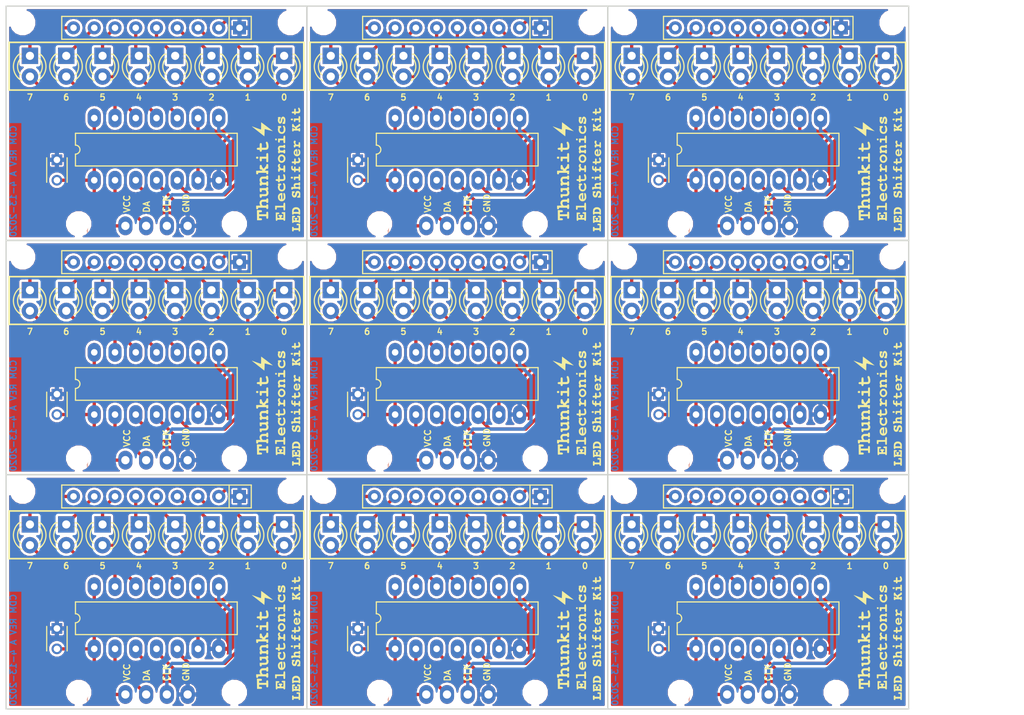
<source format=kicad_pcb>
(kicad_pcb (version 4) (host pcbnew 4.0.5+dfsg1-4)
  (title_block (title USB-UART) (date 2018-09-02) (rev B) (company "THUNKIT ELECTRONICS"))
  (layers (0 F.Cu signal) (31 B.Cu signal) (34 B.Paste user) (35 F.Paste user) (36 B.SilkS user) (37 F.SilkS user) (38 B.Mask user) (39 F.Mask user) (44 Edge.Cuts user))
  (net 0 "")
  (net 1 "Net-(D1-Pad2)")
  (net 2 GND)
  (net 3 "Net-(D2-Pad2)")
  (net 4 "Net-(D3-Pad2)")
  (net 5 "Net-(D4-Pad2)")
  (net 6 "Net-(D5-Pad2)")
  (net 7 "Net-(D6-Pad2)")
  (net 8 "Net-(D7-Pad2)")
  (net 9 "Net-(D8-Pad2)")
  (net 10 VCC)
  (net 11 DATA)
  (net 12 CLK)
  (net 13 "Net-(D1-Pad1)")
  (net 14 "Net-(D2-Pad1)")
  (net 15 "Net-(D3-Pad1)")
  (net 16 "Net-(D4-Pad1)")
  (net 17 "Net-(D5-Pad1)")
  (net 18 "Net-(D6-Pad1)")
  (net 19 "Net-(D7-Pad1)")
  (net 20 "Net-(D8-Pad1)")
  (module MOD:Pin_Header_Straight_1x04_No_Silk_Long_Pads (layer B.Cu) (at 153.035 87.122 270)
    (fp_text reference P1 (at 0 5.1 270) (layer B.SilkS) (effects (justify mirror)))
    (fp_text value CONN_01X04)
    (pad 1 thru_hole oval (at 0 0 270) (size 2.3 1.7272) (drill 1.016) (layers *.Cu *.Mask) (net 10 VCC))
    (pad 2 thru_hole oval (at 0 -2.54 270) (size 2.3 1.7272) (drill 1.016) (layers *.Cu *.Mask) (net 11 DATA))
    (pad 3 thru_hole oval (at 0 -5.08 270) (size 2.3 1.7272) (drill 1.016) (layers *.Cu *.Mask) (net 12 CLK))
    (pad 4 thru_hole oval (at 0 -7.62 270) (size 2.3 1.7272) (drill 1.016) (layers *.Cu *.Mask) (net 2 GND))
  )
  (module MOD:Pin_Header_Straight_1x04_No_Silk_Long_Pads (layer B.Cu) (at 116.205 87.122 270)
    (fp_text reference P1 (at 0 5.1 270) (layer B.SilkS) (effects (justify mirror)))
    (fp_text value CONN_01X04)
    (pad 1 thru_hole oval (at 0 0 270) (size 2.3 1.7272) (drill 1.016) (layers *.Cu *.Mask) (net 10 VCC))
    (pad 2 thru_hole oval (at 0 -2.54 270) (size 2.3 1.7272) (drill 1.016) (layers *.Cu *.Mask) (net 11 DATA))
    (pad 3 thru_hole oval (at 0 -5.08 270) (size 2.3 1.7272) (drill 1.016) (layers *.Cu *.Mask) (net 12 CLK))
    (pad 4 thru_hole oval (at 0 -7.62 270) (size 2.3 1.7272) (drill 1.016) (layers *.Cu *.Mask) (net 2 GND))
  )
  (module MOD:Pin_Header_Straight_1x04_No_Silk_Long_Pads (layer B.Cu) (at 189.865 87.122 270)
    (fp_text reference P1 (at 0 5.1 270) (layer B.SilkS) (effects (justify mirror)))
    (fp_text value CONN_01X04)
    (pad 1 thru_hole oval (at 0 0 270) (size 2.3 1.7272) (drill 1.016) (layers *.Cu *.Mask) (net 10 VCC))
    (pad 2 thru_hole oval (at 0 -2.54 270) (size 2.3 1.7272) (drill 1.016) (layers *.Cu *.Mask) (net 11 DATA))
    (pad 3 thru_hole oval (at 0 -5.08 270) (size 2.3 1.7272) (drill 1.016) (layers *.Cu *.Mask) (net 12 CLK))
    (pad 4 thru_hole oval (at 0 -7.62 270) (size 2.3 1.7272) (drill 1.016) (layers *.Cu *.Mask) (net 2 GND))
  )
  (module Resistors_THT:Resistor_Array_SIP9 (layer F.Cu) (at 167.005 62.865 180)
    (fp_text reference R1 hide)
    (fp_text value 680)
    (pad 1 thru_hole rect (at 0 0 180) (size 1.6 1.6) (drill 0.8) (layers *.Cu *.Mask) (net 2 GND))
    (pad 2 thru_hole oval (at 2.54 0 180) (size 1.6 1.6) (drill 0.8) (layers *.Cu *.Mask) (net 20 "Net-(D8-Pad1)"))
    (pad 3 thru_hole oval (at 5.08 0 180) (size 1.6 1.6) (drill 0.8) (layers *.Cu *.Mask) (net 19 "Net-(D7-Pad1)"))
    (pad 4 thru_hole oval (at 7.62 0 180) (size 1.6 1.6) (drill 0.8) (layers *.Cu *.Mask) (net 18 "Net-(D6-Pad1)"))
    (pad 5 thru_hole oval (at 10.16 0 180) (size 1.6 1.6) (drill 0.8) (layers *.Cu *.Mask) (net 17 "Net-(D5-Pad1)"))
    (pad 6 thru_hole oval (at 12.7 0 180) (size 1.6 1.6) (drill 0.8) (layers *.Cu *.Mask) (net 16 "Net-(D4-Pad1)"))
    (pad 7 thru_hole oval (at 15.24 0 180) (size 1.6 1.6) (drill 0.8) (layers *.Cu *.Mask) (net 15 "Net-(D3-Pad1)"))
    (pad 8 thru_hole oval (at 17.78 0 180) (size 1.6 1.6) (drill 0.8) (layers *.Cu *.Mask) (net 14 "Net-(D2-Pad1)"))
    (pad 9 thru_hole oval (at 20.32 0 180) (size 1.6 1.6) (drill 0.8) (layers *.Cu *.Mask) (net 13 "Net-(D1-Pad1)"))
  )
  (module LEDs:LED-3MM (layer F.Cu) (at 154.686 66.294 270)
    (fp_text reference D4 hide)
    (fp_text value RED)
    (pad 1 thru_hole rect (at 0 0) (size 2 2) (drill 1.00076) (layers *.Cu *.Mask) (net 16 "Net-(D4-Pad1)"))
    (pad 2 thru_hole circle (at 2.54 0 270) (size 2 2) (drill 1.00076) (layers *.Cu *.Mask) (net 5 "Net-(D4-Pad2)"))
  )
  (module LEDs:LED-3MM (layer F.Cu) (at 163.576 66.294 270)
    (fp_text reference D6 hide)
    (fp_text value RED)
    (pad 1 thru_hole rect (at 0 0) (size 2 2) (drill 1.00076) (layers *.Cu *.Mask) (net 18 "Net-(D6-Pad1)"))
    (pad 2 thru_hole circle (at 2.54 0 270) (size 2 2) (drill 1.00076) (layers *.Cu *.Mask) (net 7 "Net-(D6-Pad2)"))
  )
  (module LEDs:LED-3MM (layer F.Cu) (at 150.241 66.294 270)
    (fp_text reference D3 hide)
    (fp_text value RED)
    (pad 1 thru_hole rect (at 0 0) (size 2 2) (drill 1.00076) (layers *.Cu *.Mask) (net 15 "Net-(D3-Pad1)"))
    (pad 2 thru_hole circle (at 2.54 0 270) (size 2 2) (drill 1.00076) (layers *.Cu *.Mask) (net 4 "Net-(D3-Pad2)"))
  )
  (module LEDs:LED-3MM (layer F.Cu) (at 145.796 66.294 270)
    (fp_text reference D2 hide)
    (fp_text value RED)
    (pad 1 thru_hole rect (at 0 0) (size 2 2) (drill 1.00076) (layers *.Cu *.Mask) (net 14 "Net-(D2-Pad1)"))
    (pad 2 thru_hole circle (at 2.54 0 270) (size 2 2) (drill 1.00076) (layers *.Cu *.Mask) (net 3 "Net-(D2-Pad2)"))
  )
  (module LEDs:LED-3MM (layer F.Cu) (at 159.131 66.294 270)
    (fp_text reference D5 hide)
    (fp_text value RED)
    (pad 1 thru_hole rect (at 0 0) (size 2 2) (drill 1.00076) (layers *.Cu *.Mask) (net 17 "Net-(D5-Pad1)"))
    (pad 2 thru_hole circle (at 2.54 0 270) (size 2 2) (drill 1.00076) (layers *.Cu *.Mask) (net 6 "Net-(D5-Pad2)"))
  )
  (module MOD:DIP-14_W7.62mm_LongPads_Dimple (layer F.Cu) (at 149.225 81.534 90)
    (fp_text reference U1 hide)
    (fp_text value 74HC164)
    (pad 1 thru_hole oval (at 0 0 90) (size 2.3 1.6) (drill 0.8) (layers *.Cu *.Mask) (net 10 VCC))
    (pad 2 thru_hole oval (at 0 2.54 90) (size 2.3 1.6) (drill 0.8) (layers *.Cu *.Mask) (net 11 DATA))
    (pad 3 thru_hole oval (at 0 5.08 90) (size 2.3 1.6) (drill 0.8) (layers *.Cu *.Mask) (net 9 "Net-(D8-Pad2)"))
    (pad 4 thru_hole oval (at 0 7.62 90) (size 2.3 1.6) (drill 0.8) (layers *.Cu *.Mask) (net 8 "Net-(D7-Pad2)"))
    (pad 5 thru_hole oval (at 0 10.16 90) (size 2.3 1.6) (drill 0.8) (layers *.Cu *.Mask) (net 7 "Net-(D6-Pad2)"))
    (pad 6 thru_hole oval (at 0 12.7 90) (size 2.3 1.6) (drill 0.8) (layers *.Cu *.Mask) (net 6 "Net-(D5-Pad2)"))
    (pad 7 thru_hole oval (at 0 15.24 90) (size 2.3 1.6) (drill 0.8) (layers *.Cu *.Mask) (net 2 GND))
    (pad 8 thru_hole oval (at 7.62 15.24 90) (size 2.3 1.6) (drill 0.8) (layers *.Cu *.Mask) (net 12 CLK))
    (pad 9 thru_hole oval (at 7.62 12.7 90) (size 2.3 1.6) (drill 0.8) (layers *.Cu *.Mask) (net 10 VCC))
    (pad 10 thru_hole oval (at 7.62 10.16 90) (size 2.3 1.6) (drill 0.8) (layers *.Cu *.Mask) (net 5 "Net-(D4-Pad2)"))
    (pad 11 thru_hole oval (at 7.62 7.62 90) (size 2.3 1.6) (drill 0.8) (layers *.Cu *.Mask) (net 4 "Net-(D3-Pad2)"))
    (pad 12 thru_hole oval (at 7.62 5.08 90) (size 2.3 1.6) (drill 0.8) (layers *.Cu *.Mask) (net 3 "Net-(D2-Pad2)"))
    (pad 13 thru_hole oval (at 7.62 2.54 90) (size 2.3 1.6) (drill 0.8) (layers *.Cu *.Mask) (net 1 "Net-(D1-Pad2)"))
    (pad 14 thru_hole oval (at 7.62 0 90) (size 2.3 1.6) (drill 0.8) (layers *.Cu *.Mask) (net 10 VCC))
  )
  (module Mounting_Holes:MountingHole_2.5mm (layer F.Cu) (at 166.37 86.868)
    (fp_text reference REF** hide)
    (fp_text value MountingHole_2.5mm)
    (pad 1 np_thru_hole circle (at 0 0) (size 2.5 2.5) (drill 2.5) (layers *.Cu *.Mask))
  )
  (module Mounting_Holes:MountingHole_2.5mm (layer F.Cu) (at 147.32 86.868)
    (fp_text reference REF** hide)
    (fp_text value MountingHole_2.5mm)
    (pad 1 np_thru_hole circle (at 0 0) (size 2.5 2.5) (drill 2.5) (layers *.Cu *.Mask))
  )
  (module Capacitors_THT:C_Disc_D3_P2.5 (layer F.Cu) (at 144.653 79.034 270)
    (fp_text reference C1 hide)
    (fp_text value 1uF)
    (pad 1 thru_hole rect (at 0 0 270) (size 1.3 1.3) (drill 0.8) (layers *.Cu *.Mask) (net 2 GND))
    (pad 2 thru_hole circle (at 2.5 0 270) (size 1.3 1.3) (drill 0.8001) (layers *.Cu *.Mask) (net 10 VCC))
  )
  (module Mounting_Holes:MountingHole_2.5mm (layer F.Cu) (at 173.228 62.23)
    (fp_text reference REF** hide)
    (fp_text value MountingHole_2.5mm)
    (pad 1 np_thru_hole circle (at 0 0) (size 2.5 2.5) (drill 2.5) (layers *.Cu *.Mask))
  )
  (module LEDs:LED-3MM (layer F.Cu) (at 168.021 66.294 270)
    (fp_text reference D7 hide)
    (fp_text value RED)
    (pad 1 thru_hole rect (at 0 0) (size 2 2) (drill 1.00076) (layers *.Cu *.Mask) (net 19 "Net-(D7-Pad1)"))
    (pad 2 thru_hole circle (at 2.54 0 270) (size 2 2) (drill 1.00076) (layers *.Cu *.Mask) (net 8 "Net-(D7-Pad2)"))
  )
  (module MOD:Thunkit_Electronics_LED_Shifter_Kit_16mm (layer F.Cu) (at 173.99 80.137 90)
    (fp_text reference G*** hide)
    (fp_text value LOGO hide)
  )
  (module MOD:Thunkit_Electronics (layer F.Cu) (at 170.688 80.137 90)
    (fp_text reference G*** hide)
    (fp_text value LOGO hide)
  )
  (module LEDs:LED-3MM (layer F.Cu) (at 172.466 66.294 270)
    (fp_text reference D8 hide)
    (fp_text value RED)
    (pad 1 thru_hole rect (at 0 0) (size 2 2) (drill 1.00076) (layers *.Cu *.Mask) (net 20 "Net-(D8-Pad1)"))
    (pad 2 thru_hole circle (at 2.54 0 270) (size 2 2) (drill 1.00076) (layers *.Cu *.Mask) (net 9 "Net-(D8-Pad2)"))
  )
  (module LEDs:LED-3MM (layer F.Cu) (at 113.411 66.294 270)
    (fp_text reference D3 hide)
    (fp_text value RED)
    (pad 1 thru_hole rect (at 0 0) (size 2 2) (drill 1.00076) (layers *.Cu *.Mask) (net 15 "Net-(D3-Pad1)"))
    (pad 2 thru_hole circle (at 2.54 0 270) (size 2 2) (drill 1.00076) (layers *.Cu *.Mask) (net 4 "Net-(D3-Pad2)"))
  )
  (module LEDs:LED-3MM (layer F.Cu) (at 104.521 66.294 270)
    (fp_text reference D1 hide)
    (fp_text value RED)
    (pad 1 thru_hole rect (at 0 0) (size 2 2) (drill 1.00076) (layers *.Cu *.Mask) (net 13 "Net-(D1-Pad1)"))
    (pad 2 thru_hole circle (at 2.54 0 270) (size 2 2) (drill 1.00076) (layers *.Cu *.Mask) (net 1 "Net-(D1-Pad2)"))
  )
  (module LEDs:LED-3MM (layer F.Cu) (at 108.966 66.294 270)
    (fp_text reference D2 hide)
    (fp_text value RED)
    (pad 1 thru_hole rect (at 0 0) (size 2 2) (drill 1.00076) (layers *.Cu *.Mask) (net 14 "Net-(D2-Pad1)"))
    (pad 2 thru_hole circle (at 2.54 0 270) (size 2 2) (drill 1.00076) (layers *.Cu *.Mask) (net 3 "Net-(D2-Pad2)"))
  )
  (module Mounting_Holes:MountingHole_2.5mm (layer F.Cu) (at 103.632 62.23)
    (fp_text reference REF** hide)
    (fp_text value MountingHole_2.5mm)
    (pad 1 np_thru_hole circle (at 0 0) (size 2.5 2.5) (drill 2.5) (layers *.Cu *.Mask))
  )
  (module LEDs:LED-3MM (layer F.Cu) (at 141.351 66.294 270)
    (fp_text reference D1 hide)
    (fp_text value RED)
    (pad 1 thru_hole rect (at 0 0) (size 2 2) (drill 1.00076) (layers *.Cu *.Mask) (net 13 "Net-(D1-Pad1)"))
    (pad 2 thru_hole circle (at 2.54 0 270) (size 2 2) (drill 1.00076) (layers *.Cu *.Mask) (net 1 "Net-(D1-Pad2)"))
  )
  (module Mounting_Holes:MountingHole_2.5mm (layer F.Cu) (at 136.398 62.23)
    (fp_text reference REF** hide)
    (fp_text value MountingHole_2.5mm)
    (pad 1 np_thru_hole circle (at 0 0) (size 2.5 2.5) (drill 2.5) (layers *.Cu *.Mask))
  )
  (module LEDs:LED-3MM (layer F.Cu) (at 135.636 66.294 270)
    (fp_text reference D8 hide)
    (fp_text value RED)
    (pad 1 thru_hole rect (at 0 0) (size 2 2) (drill 1.00076) (layers *.Cu *.Mask) (net 20 "Net-(D8-Pad1)"))
    (pad 2 thru_hole circle (at 2.54 0 270) (size 2 2) (drill 1.00076) (layers *.Cu *.Mask) (net 9 "Net-(D8-Pad2)"))
  )
  (module Mounting_Holes:MountingHole_2.5mm (layer F.Cu) (at 140.462 62.23)
    (fp_text reference REF** hide)
    (fp_text value MountingHole_2.5mm)
    (pad 1 np_thru_hole circle (at 0 0) (size 2.5 2.5) (drill 2.5) (layers *.Cu *.Mask))
  )
  (module Resistors_THT:Resistor_Array_SIP9 (layer F.Cu) (at 130.175 62.865 180)
    (fp_text reference R1 hide)
    (fp_text value 680)
    (pad 1 thru_hole rect (at 0 0 180) (size 1.6 1.6) (drill 0.8) (layers *.Cu *.Mask) (net 2 GND))
    (pad 2 thru_hole oval (at 2.54 0 180) (size 1.6 1.6) (drill 0.8) (layers *.Cu *.Mask) (net 20 "Net-(D8-Pad1)"))
    (pad 3 thru_hole oval (at 5.08 0 180) (size 1.6 1.6) (drill 0.8) (layers *.Cu *.Mask) (net 19 "Net-(D7-Pad1)"))
    (pad 4 thru_hole oval (at 7.62 0 180) (size 1.6 1.6) (drill 0.8) (layers *.Cu *.Mask) (net 18 "Net-(D6-Pad1)"))
    (pad 5 thru_hole oval (at 10.16 0 180) (size 1.6 1.6) (drill 0.8) (layers *.Cu *.Mask) (net 17 "Net-(D5-Pad1)"))
    (pad 6 thru_hole oval (at 12.7 0 180) (size 1.6 1.6) (drill 0.8) (layers *.Cu *.Mask) (net 16 "Net-(D4-Pad1)"))
    (pad 7 thru_hole oval (at 15.24 0 180) (size 1.6 1.6) (drill 0.8) (layers *.Cu *.Mask) (net 15 "Net-(D3-Pad1)"))
    (pad 8 thru_hole oval (at 17.78 0 180) (size 1.6 1.6) (drill 0.8) (layers *.Cu *.Mask) (net 14 "Net-(D2-Pad1)"))
    (pad 9 thru_hole oval (at 20.32 0 180) (size 1.6 1.6) (drill 0.8) (layers *.Cu *.Mask) (net 13 "Net-(D1-Pad1)"))
  )
  (module LEDs:LED-3MM (layer F.Cu) (at 126.746 66.294 270)
    (fp_text reference D6 hide)
    (fp_text value RED)
    (pad 1 thru_hole rect (at 0 0) (size 2 2) (drill 1.00076) (layers *.Cu *.Mask) (net 18 "Net-(D6-Pad1)"))
    (pad 2 thru_hole circle (at 2.54 0 270) (size 2 2) (drill 1.00076) (layers *.Cu *.Mask) (net 7 "Net-(D6-Pad2)"))
  )
  (module LEDs:LED-3MM (layer F.Cu) (at 122.301 66.294 270)
    (fp_text reference D5 hide)
    (fp_text value RED)
    (pad 1 thru_hole rect (at 0 0) (size 2 2) (drill 1.00076) (layers *.Cu *.Mask) (net 17 "Net-(D5-Pad1)"))
    (pad 2 thru_hole circle (at 2.54 0 270) (size 2 2) (drill 1.00076) (layers *.Cu *.Mask) (net 6 "Net-(D5-Pad2)"))
  )
  (module LEDs:LED-3MM (layer F.Cu) (at 131.191 66.294 270)
    (fp_text reference D7 hide)
    (fp_text value RED)
    (pad 1 thru_hole rect (at 0 0) (size 2 2) (drill 1.00076) (layers *.Cu *.Mask) (net 19 "Net-(D7-Pad1)"))
    (pad 2 thru_hole circle (at 2.54 0 270) (size 2 2) (drill 1.00076) (layers *.Cu *.Mask) (net 8 "Net-(D7-Pad2)"))
  )
  (module LEDs:LED-3MM (layer F.Cu) (at 117.856 66.294 270)
    (fp_text reference D4 hide)
    (fp_text value RED)
    (pad 1 thru_hole rect (at 0 0) (size 2 2) (drill 1.00076) (layers *.Cu *.Mask) (net 16 "Net-(D4-Pad1)"))
    (pad 2 thru_hole circle (at 2.54 0 270) (size 2 2) (drill 1.00076) (layers *.Cu *.Mask) (net 5 "Net-(D4-Pad2)"))
  )
  (module Mounting_Holes:MountingHole_2.5mm (layer F.Cu) (at 110.49 86.868)
    (fp_text reference REF** hide)
    (fp_text value MountingHole_2.5mm)
    (pad 1 np_thru_hole circle (at 0 0) (size 2.5 2.5) (drill 2.5) (layers *.Cu *.Mask))
  )
  (module MOD:Thunkit_Electronics_LED_Shifter_Kit_16mm (layer F.Cu) (at 137.16 80.137 90)
    (fp_text reference G*** hide)
    (fp_text value LOGO hide)
  )
  (module MOD:Thunkit_Electronics (layer F.Cu) (at 133.858 80.137 90)
    (fp_text reference G*** hide)
    (fp_text value LOGO hide)
  )
  (module Mounting_Holes:MountingHole_2.5mm (layer F.Cu) (at 129.54 86.868)
    (fp_text reference REF** hide)
    (fp_text value MountingHole_2.5mm)
    (pad 1 np_thru_hole circle (at 0 0) (size 2.5 2.5) (drill 2.5) (layers *.Cu *.Mask))
  )
  (module MOD:DIP-14_W7.62mm_LongPads_Dimple (layer F.Cu) (at 112.395 81.534 90)
    (fp_text reference U1 hide)
    (fp_text value 74HC164)
    (pad 1 thru_hole oval (at 0 0 90) (size 2.3 1.6) (drill 0.8) (layers *.Cu *.Mask) (net 10 VCC))
    (pad 2 thru_hole oval (at 0 2.54 90) (size 2.3 1.6) (drill 0.8) (layers *.Cu *.Mask) (net 11 DATA))
    (pad 3 thru_hole oval (at 0 5.08 90) (size 2.3 1.6) (drill 0.8) (layers *.Cu *.Mask) (net 9 "Net-(D8-Pad2)"))
    (pad 4 thru_hole oval (at 0 7.62 90) (size 2.3 1.6) (drill 0.8) (layers *.Cu *.Mask) (net 8 "Net-(D7-Pad2)"))
    (pad 5 thru_hole oval (at 0 10.16 90) (size 2.3 1.6) (drill 0.8) (layers *.Cu *.Mask) (net 7 "Net-(D6-Pad2)"))
    (pad 6 thru_hole oval (at 0 12.7 90) (size 2.3 1.6) (drill 0.8) (layers *.Cu *.Mask) (net 6 "Net-(D5-Pad2)"))
    (pad 7 thru_hole oval (at 0 15.24 90) (size 2.3 1.6) (drill 0.8) (layers *.Cu *.Mask) (net 2 GND))
    (pad 8 thru_hole oval (at 7.62 15.24 90) (size 2.3 1.6) (drill 0.8) (layers *.Cu *.Mask) (net 12 CLK))
    (pad 9 thru_hole oval (at 7.62 12.7 90) (size 2.3 1.6) (drill 0.8) (layers *.Cu *.Mask) (net 10 VCC))
    (pad 10 thru_hole oval (at 7.62 10.16 90) (size 2.3 1.6) (drill 0.8) (layers *.Cu *.Mask) (net 5 "Net-(D4-Pad2)"))
    (pad 11 thru_hole oval (at 7.62 7.62 90) (size 2.3 1.6) (drill 0.8) (layers *.Cu *.Mask) (net 4 "Net-(D3-Pad2)"))
    (pad 12 thru_hole oval (at 7.62 5.08 90) (size 2.3 1.6) (drill 0.8) (layers *.Cu *.Mask) (net 3 "Net-(D2-Pad2)"))
    (pad 13 thru_hole oval (at 7.62 2.54 90) (size 2.3 1.6) (drill 0.8) (layers *.Cu *.Mask) (net 1 "Net-(D1-Pad2)"))
    (pad 14 thru_hole oval (at 7.62 0 90) (size 2.3 1.6) (drill 0.8) (layers *.Cu *.Mask) (net 10 VCC))
  )
  (module Capacitors_THT:C_Disc_D3_P2.5 (layer F.Cu) (at 107.823 79.034 270)
    (fp_text reference C1 hide)
    (fp_text value 1uF)
    (pad 1 thru_hole rect (at 0 0 270) (size 1.3 1.3) (drill 0.8) (layers *.Cu *.Mask) (net 2 GND))
    (pad 2 thru_hole circle (at 2.5 0 270) (size 1.3 1.3) (drill 0.8001) (layers *.Cu *.Mask) (net 10 VCC))
  )
  (module LEDs:LED-3MM (layer F.Cu) (at 182.626 66.294 270)
    (fp_text reference D2 hide)
    (fp_text value RED)
    (pad 1 thru_hole rect (at 0 0) (size 2 2) (drill 1.00076) (layers *.Cu *.Mask) (net 14 "Net-(D2-Pad1)"))
    (pad 2 thru_hole circle (at 2.54 0 270) (size 2 2) (drill 1.00076) (layers *.Cu *.Mask) (net 3 "Net-(D2-Pad2)"))
  )
  (module LEDs:LED-3MM (layer F.Cu) (at 178.181 66.294 270)
    (fp_text reference D1 hide)
    (fp_text value RED)
    (pad 1 thru_hole rect (at 0 0) (size 2 2) (drill 1.00076) (layers *.Cu *.Mask) (net 13 "Net-(D1-Pad1)"))
    (pad 2 thru_hole circle (at 2.54 0 270) (size 2 2) (drill 1.00076) (layers *.Cu *.Mask) (net 1 "Net-(D1-Pad2)"))
  )
  (module Mounting_Holes:MountingHole_2.5mm (layer F.Cu) (at 177.292 62.23)
    (fp_text reference REF** hide)
    (fp_text value MountingHole_2.5mm)
    (pad 1 np_thru_hole circle (at 0 0) (size 2.5 2.5) (drill 2.5) (layers *.Cu *.Mask))
  )
  (module LEDs:LED-3MM (layer F.Cu) (at 187.071 66.294 270)
    (fp_text reference D3 hide)
    (fp_text value RED)
    (pad 1 thru_hole rect (at 0 0) (size 2 2) (drill 1.00076) (layers *.Cu *.Mask) (net 15 "Net-(D3-Pad1)"))
    (pad 2 thru_hole circle (at 2.54 0 270) (size 2 2) (drill 1.00076) (layers *.Cu *.Mask) (net 4 "Net-(D3-Pad2)"))
  )
  (module LEDs:LED-3MM (layer F.Cu) (at 191.516 66.294 270)
    (fp_text reference D4 hide)
    (fp_text value RED)
    (pad 1 thru_hole rect (at 0 0) (size 2 2) (drill 1.00076) (layers *.Cu *.Mask) (net 16 "Net-(D4-Pad1)"))
    (pad 2 thru_hole circle (at 2.54 0 270) (size 2 2) (drill 1.00076) (layers *.Cu *.Mask) (net 5 "Net-(D4-Pad2)"))
  )
  (module Resistors_THT:Resistor_Array_SIP9 (layer F.Cu) (at 203.835 62.865 180)
    (fp_text reference R1 hide)
    (fp_text value 680)
    (pad 1 thru_hole rect (at 0 0 180) (size 1.6 1.6) (drill 0.8) (layers *.Cu *.Mask) (net 2 GND))
    (pad 2 thru_hole oval (at 2.54 0 180) (size 1.6 1.6) (drill 0.8) (layers *.Cu *.Mask) (net 20 "Net-(D8-Pad1)"))
    (pad 3 thru_hole oval (at 5.08 0 180) (size 1.6 1.6) (drill 0.8) (layers *.Cu *.Mask) (net 19 "Net-(D7-Pad1)"))
    (pad 4 thru_hole oval (at 7.62 0 180) (size 1.6 1.6) (drill 0.8) (layers *.Cu *.Mask) (net 18 "Net-(D6-Pad1)"))
    (pad 5 thru_hole oval (at 10.16 0 180) (size 1.6 1.6) (drill 0.8) (layers *.Cu *.Mask) (net 17 "Net-(D5-Pad1)"))
    (pad 6 thru_hole oval (at 12.7 0 180) (size 1.6 1.6) (drill 0.8) (layers *.Cu *.Mask) (net 16 "Net-(D4-Pad1)"))
    (pad 7 thru_hole oval (at 15.24 0 180) (size 1.6 1.6) (drill 0.8) (layers *.Cu *.Mask) (net 15 "Net-(D3-Pad1)"))
    (pad 8 thru_hole oval (at 17.78 0 180) (size 1.6 1.6) (drill 0.8) (layers *.Cu *.Mask) (net 14 "Net-(D2-Pad1)"))
    (pad 9 thru_hole oval (at 20.32 0 180) (size 1.6 1.6) (drill 0.8) (layers *.Cu *.Mask) (net 13 "Net-(D1-Pad1)"))
  )
  (module Mounting_Holes:MountingHole_2.5mm (layer F.Cu) (at 203.2 86.868)
    (fp_text reference REF** hide)
    (fp_text value MountingHole_2.5mm)
    (pad 1 np_thru_hole circle (at 0 0) (size 2.5 2.5) (drill 2.5) (layers *.Cu *.Mask))
  )
  (module MOD:Thunkit_Electronics (layer F.Cu) (at 207.518 80.137 90)
    (fp_text reference G*** hide)
    (fp_text value LOGO hide)
  )
  (module Capacitors_THT:C_Disc_D3_P2.5 (layer F.Cu) (at 181.483 79.034 270)
    (fp_text reference C1 hide)
    (fp_text value 1uF)
    (pad 1 thru_hole rect (at 0 0 270) (size 1.3 1.3) (drill 0.8) (layers *.Cu *.Mask) (net 2 GND))
    (pad 2 thru_hole circle (at 2.5 0 270) (size 1.3 1.3) (drill 0.8001) (layers *.Cu *.Mask) (net 10 VCC))
  )
  (module MOD:DIP-14_W7.62mm_LongPads_Dimple (layer F.Cu) (at 186.055 81.534 90)
    (fp_text reference U1 hide)
    (fp_text value 74HC164)
    (pad 1 thru_hole oval (at 0 0 90) (size 2.3 1.6) (drill 0.8) (layers *.Cu *.Mask) (net 10 VCC))
    (pad 2 thru_hole oval (at 0 2.54 90) (size 2.3 1.6) (drill 0.8) (layers *.Cu *.Mask) (net 11 DATA))
    (pad 3 thru_hole oval (at 0 5.08 90) (size 2.3 1.6) (drill 0.8) (layers *.Cu *.Mask) (net 9 "Net-(D8-Pad2)"))
    (pad 4 thru_hole oval (at 0 7.62 90) (size 2.3 1.6) (drill 0.8) (layers *.Cu *.Mask) (net 8 "Net-(D7-Pad2)"))
    (pad 5 thru_hole oval (at 0 10.16 90) (size 2.3 1.6) (drill 0.8) (layers *.Cu *.Mask) (net 7 "Net-(D6-Pad2)"))
    (pad 6 thru_hole oval (at 0 12.7 90) (size 2.3 1.6) (drill 0.8) (layers *.Cu *.Mask) (net 6 "Net-(D5-Pad2)"))
    (pad 7 thru_hole oval (at 0 15.24 90) (size 2.3 1.6) (drill 0.8) (layers *.Cu *.Mask) (net 2 GND))
    (pad 8 thru_hole oval (at 7.62 15.24 90) (size 2.3 1.6) (drill 0.8) (layers *.Cu *.Mask) (net 12 CLK))
    (pad 9 thru_hole oval (at 7.62 12.7 90) (size 2.3 1.6) (drill 0.8) (layers *.Cu *.Mask) (net 10 VCC))
    (pad 10 thru_hole oval (at 7.62 10.16 90) (size 2.3 1.6) (drill 0.8) (layers *.Cu *.Mask) (net 5 "Net-(D4-Pad2)"))
    (pad 11 thru_hole oval (at 7.62 7.62 90) (size 2.3 1.6) (drill 0.8) (layers *.Cu *.Mask) (net 4 "Net-(D3-Pad2)"))
    (pad 12 thru_hole oval (at 7.62 5.08 90) (size 2.3 1.6) (drill 0.8) (layers *.Cu *.Mask) (net 3 "Net-(D2-Pad2)"))
    (pad 13 thru_hole oval (at 7.62 2.54 90) (size 2.3 1.6) (drill 0.8) (layers *.Cu *.Mask) (net 1 "Net-(D1-Pad2)"))
    (pad 14 thru_hole oval (at 7.62 0 90) (size 2.3 1.6) (drill 0.8) (layers *.Cu *.Mask) (net 10 VCC))
  )
  (module Mounting_Holes:MountingHole_2.5mm (layer F.Cu) (at 184.15 86.868)
    (fp_text reference REF** hide)
    (fp_text value MountingHole_2.5mm)
    (pad 1 np_thru_hole circle (at 0 0) (size 2.5 2.5) (drill 2.5) (layers *.Cu *.Mask))
  )
  (module MOD:Thunkit_Electronics_LED_Shifter_Kit_16mm (layer F.Cu) (at 210.82 80.137 90)
    (fp_text reference G*** hide)
    (fp_text value LOGO hide)
  )
  (module LEDs:LED-3MM (layer F.Cu) (at 204.851 66.294 270)
    (fp_text reference D7 hide)
    (fp_text value RED)
    (pad 1 thru_hole rect (at 0 0) (size 2 2) (drill 1.00076) (layers *.Cu *.Mask) (net 19 "Net-(D7-Pad1)"))
    (pad 2 thru_hole circle (at 2.54 0 270) (size 2 2) (drill 1.00076) (layers *.Cu *.Mask) (net 8 "Net-(D7-Pad2)"))
  )
  (module LEDs:LED-3MM (layer F.Cu) (at 200.406 66.294 270)
    (fp_text reference D6 hide)
    (fp_text value RED)
    (pad 1 thru_hole rect (at 0 0) (size 2 2) (drill 1.00076) (layers *.Cu *.Mask) (net 18 "Net-(D6-Pad1)"))
    (pad 2 thru_hole circle (at 2.54 0 270) (size 2 2) (drill 1.00076) (layers *.Cu *.Mask) (net 7 "Net-(D6-Pad2)"))
  )
  (module LEDs:LED-3MM (layer F.Cu) (at 209.296 66.294 270)
    (fp_text reference D8 hide)
    (fp_text value RED)
    (pad 1 thru_hole rect (at 0 0) (size 2 2) (drill 1.00076) (layers *.Cu *.Mask) (net 20 "Net-(D8-Pad1)"))
    (pad 2 thru_hole circle (at 2.54 0 270) (size 2 2) (drill 1.00076) (layers *.Cu *.Mask) (net 9 "Net-(D8-Pad2)"))
  )
  (module Mounting_Holes:MountingHole_2.5mm (layer F.Cu) (at 210.058 62.23)
    (fp_text reference REF** hide)
    (fp_text value MountingHole_2.5mm)
    (pad 1 np_thru_hole circle (at 0 0) (size 2.5 2.5) (drill 2.5) (layers *.Cu *.Mask))
  )
  (module LEDs:LED-3MM (layer F.Cu) (at 195.961 66.294 270)
    (fp_text reference D5 hide)
    (fp_text value RED)
    (pad 1 thru_hole rect (at 0 0) (size 2 2) (drill 1.00076) (layers *.Cu *.Mask) (net 17 "Net-(D5-Pad1)"))
    (pad 2 thru_hole circle (at 2.54 0 270) (size 2 2) (drill 1.00076) (layers *.Cu *.Mask) (net 6 "Net-(D5-Pad2)"))
  )
  (module MOD:Pin_Header_Straight_1x04_No_Silk_Long_Pads (layer B.Cu) (at 116.205 115.824 270)
    (fp_text reference P1 (at 0 5.1 270) (layer B.SilkS) (effects (justify mirror)))
    (fp_text value CONN_01X04)
    (pad 1 thru_hole oval (at 0 0 270) (size 2.3 1.7272) (drill 1.016) (layers *.Cu *.Mask) (net 10 VCC))
    (pad 2 thru_hole oval (at 0 -2.54 270) (size 2.3 1.7272) (drill 1.016) (layers *.Cu *.Mask) (net 11 DATA))
    (pad 3 thru_hole oval (at 0 -5.08 270) (size 2.3 1.7272) (drill 1.016) (layers *.Cu *.Mask) (net 12 CLK))
    (pad 4 thru_hole oval (at 0 -7.62 270) (size 2.3 1.7272) (drill 1.016) (layers *.Cu *.Mask) (net 2 GND))
  )
  (module MOD:Pin_Header_Straight_1x04_No_Silk_Long_Pads (layer B.Cu) (at 116.205 144.526 270)
    (fp_text reference P1 (at 0 5.1 270) (layer B.SilkS) (effects (justify mirror)))
    (fp_text value CONN_01X04)
    (pad 1 thru_hole oval (at 0 0 270) (size 2.3 1.7272) (drill 1.016) (layers *.Cu *.Mask) (net 10 VCC))
    (pad 2 thru_hole oval (at 0 -2.54 270) (size 2.3 1.7272) (drill 1.016) (layers *.Cu *.Mask) (net 11 DATA))
    (pad 3 thru_hole oval (at 0 -5.08 270) (size 2.3 1.7272) (drill 1.016) (layers *.Cu *.Mask) (net 12 CLK))
    (pad 4 thru_hole oval (at 0 -7.62 270) (size 2.3 1.7272) (drill 1.016) (layers *.Cu *.Mask) (net 2 GND))
  )
  (module LEDs:LED-3MM (layer F.Cu) (at 135.636 94.996 270)
    (fp_text reference D8 hide)
    (fp_text value RED)
    (pad 1 thru_hole rect (at 0 0) (size 2 2) (drill 1.00076) (layers *.Cu *.Mask) (net 20 "Net-(D8-Pad1)"))
    (pad 2 thru_hole circle (at 2.54 0 270) (size 2 2) (drill 1.00076) (layers *.Cu *.Mask) (net 9 "Net-(D8-Pad2)"))
  )
  (module LEDs:LED-3MM (layer F.Cu) (at 131.191 94.996 270)
    (fp_text reference D7 hide)
    (fp_text value RED)
    (pad 1 thru_hole rect (at 0 0) (size 2 2) (drill 1.00076) (layers *.Cu *.Mask) (net 19 "Net-(D7-Pad1)"))
    (pad 2 thru_hole circle (at 2.54 0 270) (size 2 2) (drill 1.00076) (layers *.Cu *.Mask) (net 8 "Net-(D7-Pad2)"))
  )
  (module Mounting_Holes:MountingHole_2.5mm (layer F.Cu) (at 136.398 90.932)
    (fp_text reference REF** hide)
    (fp_text value MountingHole_2.5mm)
    (pad 1 np_thru_hole circle (at 0 0) (size 2.5 2.5) (drill 2.5) (layers *.Cu *.Mask))
  )
  (module LEDs:LED-3MM (layer F.Cu) (at 126.746 94.996 270)
    (fp_text reference D6 hide)
    (fp_text value RED)
    (pad 1 thru_hole rect (at 0 0) (size 2 2) (drill 1.00076) (layers *.Cu *.Mask) (net 18 "Net-(D6-Pad1)"))
    (pad 2 thru_hole circle (at 2.54 0 270) (size 2 2) (drill 1.00076) (layers *.Cu *.Mask) (net 7 "Net-(D6-Pad2)"))
  )
  (module Resistors_THT:Resistor_Array_SIP9 (layer F.Cu) (at 130.175 91.567 180)
    (fp_text reference R1 hide)
    (fp_text value 680)
    (pad 1 thru_hole rect (at 0 0 180) (size 1.6 1.6) (drill 0.8) (layers *.Cu *.Mask) (net 2 GND))
    (pad 2 thru_hole oval (at 2.54 0 180) (size 1.6 1.6) (drill 0.8) (layers *.Cu *.Mask) (net 20 "Net-(D8-Pad1)"))
    (pad 3 thru_hole oval (at 5.08 0 180) (size 1.6 1.6) (drill 0.8) (layers *.Cu *.Mask) (net 19 "Net-(D7-Pad1)"))
    (pad 4 thru_hole oval (at 7.62 0 180) (size 1.6 1.6) (drill 0.8) (layers *.Cu *.Mask) (net 18 "Net-(D6-Pad1)"))
    (pad 5 thru_hole oval (at 10.16 0 180) (size 1.6 1.6) (drill 0.8) (layers *.Cu *.Mask) (net 17 "Net-(D5-Pad1)"))
    (pad 6 thru_hole oval (at 12.7 0 180) (size 1.6 1.6) (drill 0.8) (layers *.Cu *.Mask) (net 16 "Net-(D4-Pad1)"))
    (pad 7 thru_hole oval (at 15.24 0 180) (size 1.6 1.6) (drill 0.8) (layers *.Cu *.Mask) (net 15 "Net-(D3-Pad1)"))
    (pad 8 thru_hole oval (at 17.78 0 180) (size 1.6 1.6) (drill 0.8) (layers *.Cu *.Mask) (net 14 "Net-(D2-Pad1)"))
    (pad 9 thru_hole oval (at 20.32 0 180) (size 1.6 1.6) (drill 0.8) (layers *.Cu *.Mask) (net 13 "Net-(D1-Pad1)"))
  )
  (module LEDs:LED-3MM (layer F.Cu) (at 122.301 94.996 270)
    (fp_text reference D5 hide)
    (fp_text value RED)
    (pad 1 thru_hole rect (at 0 0) (size 2 2) (drill 1.00076) (layers *.Cu *.Mask) (net 17 "Net-(D5-Pad1)"))
    (pad 2 thru_hole circle (at 2.54 0 270) (size 2 2) (drill 1.00076) (layers *.Cu *.Mask) (net 6 "Net-(D5-Pad2)"))
  )
  (module Mounting_Holes:MountingHole_2.5mm (layer F.Cu) (at 103.632 119.634)
    (fp_text reference REF** hide)
    (fp_text value MountingHole_2.5mm)
    (pad 1 np_thru_hole circle (at 0 0) (size 2.5 2.5) (drill 2.5) (layers *.Cu *.Mask))
  )
  (module LEDs:LED-3MM (layer F.Cu) (at 104.521 123.698 270)
    (fp_text reference D1 hide)
    (fp_text value RED)
    (pad 1 thru_hole rect (at 0 0) (size 2 2) (drill 1.00076) (layers *.Cu *.Mask) (net 13 "Net-(D1-Pad1)"))
    (pad 2 thru_hole circle (at 2.54 0 270) (size 2 2) (drill 1.00076) (layers *.Cu *.Mask) (net 1 "Net-(D1-Pad2)"))
  )
  (module Capacitors_THT:C_Disc_D3_P2.5 (layer F.Cu) (at 107.823 136.438 270)
    (fp_text reference C1 hide)
    (fp_text value 1uF)
    (pad 1 thru_hole rect (at 0 0 270) (size 1.3 1.3) (drill 0.8) (layers *.Cu *.Mask) (net 2 GND))
    (pad 2 thru_hole circle (at 2.5 0 270) (size 1.3 1.3) (drill 0.8001) (layers *.Cu *.Mask) (net 10 VCC))
  )
  (module Mounting_Holes:MountingHole_2.5mm (layer F.Cu) (at 110.49 144.272)
    (fp_text reference REF** hide)
    (fp_text value MountingHole_2.5mm)
    (pad 1 np_thru_hole circle (at 0 0) (size 2.5 2.5) (drill 2.5) (layers *.Cu *.Mask))
  )
  (module LEDs:LED-3MM (layer F.Cu) (at 113.411 123.698 270)
    (fp_text reference D3 hide)
    (fp_text value RED)
    (pad 1 thru_hole rect (at 0 0) (size 2 2) (drill 1.00076) (layers *.Cu *.Mask) (net 15 "Net-(D3-Pad1)"))
    (pad 2 thru_hole circle (at 2.54 0 270) (size 2 2) (drill 1.00076) (layers *.Cu *.Mask) (net 4 "Net-(D3-Pad2)"))
  )
  (module LEDs:LED-3MM (layer F.Cu) (at 108.966 123.698 270)
    (fp_text reference D2 hide)
    (fp_text value RED)
    (pad 1 thru_hole rect (at 0 0) (size 2 2) (drill 1.00076) (layers *.Cu *.Mask) (net 14 "Net-(D2-Pad1)"))
    (pad 2 thru_hole circle (at 2.54 0 270) (size 2 2) (drill 1.00076) (layers *.Cu *.Mask) (net 3 "Net-(D2-Pad2)"))
  )
  (module LEDs:LED-3MM (layer F.Cu) (at 135.636 123.698 270)
    (fp_text reference D8 hide)
    (fp_text value RED)
    (pad 1 thru_hole rect (at 0 0) (size 2 2) (drill 1.00076) (layers *.Cu *.Mask) (net 20 "Net-(D8-Pad1)"))
    (pad 2 thru_hole circle (at 2.54 0 270) (size 2 2) (drill 1.00076) (layers *.Cu *.Mask) (net 9 "Net-(D8-Pad2)"))
  )
  (module MOD:Thunkit_Electronics (layer F.Cu) (at 133.858 137.541 90)
    (fp_text reference G*** hide)
    (fp_text value LOGO hide)
  )
  (module LEDs:LED-3MM (layer F.Cu) (at 126.746 123.698 270)
    (fp_text reference D6 hide)
    (fp_text value RED)
    (pad 1 thru_hole rect (at 0 0) (size 2 2) (drill 1.00076) (layers *.Cu *.Mask) (net 18 "Net-(D6-Pad1)"))
    (pad 2 thru_hole circle (at 2.54 0 270) (size 2 2) (drill 1.00076) (layers *.Cu *.Mask) (net 7 "Net-(D6-Pad2)"))
  )
  (module MOD:DIP-14_W7.62mm_LongPads_Dimple (layer F.Cu) (at 112.395 138.938 90)
    (fp_text reference U1 hide)
    (fp_text value 74HC164)
    (pad 1 thru_hole oval (at 0 0 90) (size 2.3 1.6) (drill 0.8) (layers *.Cu *.Mask) (net 10 VCC))
    (pad 2 thru_hole oval (at 0 2.54 90) (size 2.3 1.6) (drill 0.8) (layers *.Cu *.Mask) (net 11 DATA))
    (pad 3 thru_hole oval (at 0 5.08 90) (size 2.3 1.6) (drill 0.8) (layers *.Cu *.Mask) (net 9 "Net-(D8-Pad2)"))
    (pad 4 thru_hole oval (at 0 7.62 90) (size 2.3 1.6) (drill 0.8) (layers *.Cu *.Mask) (net 8 "Net-(D7-Pad2)"))
    (pad 5 thru_hole oval (at 0 10.16 90) (size 2.3 1.6) (drill 0.8) (layers *.Cu *.Mask) (net 7 "Net-(D6-Pad2)"))
    (pad 6 thru_hole oval (at 0 12.7 90) (size 2.3 1.6) (drill 0.8) (layers *.Cu *.Mask) (net 6 "Net-(D5-Pad2)"))
    (pad 7 thru_hole oval (at 0 15.24 90) (size 2.3 1.6) (drill 0.8) (layers *.Cu *.Mask) (net 2 GND))
    (pad 8 thru_hole oval (at 7.62 15.24 90) (size 2.3 1.6) (drill 0.8) (layers *.Cu *.Mask) (net 12 CLK))
    (pad 9 thru_hole oval (at 7.62 12.7 90) (size 2.3 1.6) (drill 0.8) (layers *.Cu *.Mask) (net 10 VCC))
    (pad 10 thru_hole oval (at 7.62 10.16 90) (size 2.3 1.6) (drill 0.8) (layers *.Cu *.Mask) (net 5 "Net-(D4-Pad2)"))
    (pad 11 thru_hole oval (at 7.62 7.62 90) (size 2.3 1.6) (drill 0.8) (layers *.Cu *.Mask) (net 4 "Net-(D3-Pad2)"))
    (pad 12 thru_hole oval (at 7.62 5.08 90) (size 2.3 1.6) (drill 0.8) (layers *.Cu *.Mask) (net 3 "Net-(D2-Pad2)"))
    (pad 13 thru_hole oval (at 7.62 2.54 90) (size 2.3 1.6) (drill 0.8) (layers *.Cu *.Mask) (net 1 "Net-(D1-Pad2)"))
    (pad 14 thru_hole oval (at 7.62 0 90) (size 2.3 1.6) (drill 0.8) (layers *.Cu *.Mask) (net 10 VCC))
  )
  (module Mounting_Holes:MountingHole_2.5mm (layer F.Cu) (at 129.54 144.272)
    (fp_text reference REF** hide)
    (fp_text value MountingHole_2.5mm)
    (pad 1 np_thru_hole circle (at 0 0) (size 2.5 2.5) (drill 2.5) (layers *.Cu *.Mask))
  )
  (module LEDs:LED-3MM (layer F.Cu) (at 117.856 123.698 270)
    (fp_text reference D4 hide)
    (fp_text value RED)
    (pad 1 thru_hole rect (at 0 0) (size 2 2) (drill 1.00076) (layers *.Cu *.Mask) (net 16 "Net-(D4-Pad1)"))
    (pad 2 thru_hole circle (at 2.54 0 270) (size 2 2) (drill 1.00076) (layers *.Cu *.Mask) (net 5 "Net-(D4-Pad2)"))
  )
  (module LEDs:LED-3MM (layer F.Cu) (at 122.301 123.698 270)
    (fp_text reference D5 hide)
    (fp_text value RED)
    (pad 1 thru_hole rect (at 0 0) (size 2 2) (drill 1.00076) (layers *.Cu *.Mask) (net 17 "Net-(D5-Pad1)"))
    (pad 2 thru_hole circle (at 2.54 0 270) (size 2 2) (drill 1.00076) (layers *.Cu *.Mask) (net 6 "Net-(D5-Pad2)"))
  )
  (module LEDs:LED-3MM (layer F.Cu) (at 131.191 123.698 270)
    (fp_text reference D7 hide)
    (fp_text value RED)
    (pad 1 thru_hole rect (at 0 0) (size 2 2) (drill 1.00076) (layers *.Cu *.Mask) (net 19 "Net-(D7-Pad1)"))
    (pad 2 thru_hole circle (at 2.54 0 270) (size 2 2) (drill 1.00076) (layers *.Cu *.Mask) (net 8 "Net-(D7-Pad2)"))
  )
  (module Capacitors_THT:C_Disc_D3_P2.5 (layer F.Cu) (at 107.823 107.736 270)
    (fp_text reference C1 hide)
    (fp_text value 1uF)
    (pad 1 thru_hole rect (at 0 0 270) (size 1.3 1.3) (drill 0.8) (layers *.Cu *.Mask) (net 2 GND))
    (pad 2 thru_hole circle (at 2.5 0 270) (size 1.3 1.3) (drill 0.8001) (layers *.Cu *.Mask) (net 10 VCC))
  )
  (module Mounting_Holes:MountingHole_2.5mm (layer F.Cu) (at 136.398 119.634)
    (fp_text reference REF** hide)
    (fp_text value MountingHole_2.5mm)
    (pad 1 np_thru_hole circle (at 0 0) (size 2.5 2.5) (drill 2.5) (layers *.Cu *.Mask))
  )
  (module MOD:Thunkit_Electronics (layer F.Cu) (at 133.858 108.839 90)
    (fp_text reference G*** hide)
    (fp_text value LOGO hide)
  )
  (module Resistors_THT:Resistor_Array_SIP9 (layer F.Cu) (at 130.175 120.269 180)
    (fp_text reference R1 hide)
    (fp_text value 680)
    (pad 1 thru_hole rect (at 0 0 180) (size 1.6 1.6) (drill 0.8) (layers *.Cu *.Mask) (net 2 GND))
    (pad 2 thru_hole oval (at 2.54 0 180) (size 1.6 1.6) (drill 0.8) (layers *.Cu *.Mask) (net 20 "Net-(D8-Pad1)"))
    (pad 3 thru_hole oval (at 5.08 0 180) (size 1.6 1.6) (drill 0.8) (layers *.Cu *.Mask) (net 19 "Net-(D7-Pad1)"))
    (pad 4 thru_hole oval (at 7.62 0 180) (size 1.6 1.6) (drill 0.8) (layers *.Cu *.Mask) (net 18 "Net-(D6-Pad1)"))
    (pad 5 thru_hole oval (at 10.16 0 180) (size 1.6 1.6) (drill 0.8) (layers *.Cu *.Mask) (net 17 "Net-(D5-Pad1)"))
    (pad 6 thru_hole oval (at 12.7 0 180) (size 1.6 1.6) (drill 0.8) (layers *.Cu *.Mask) (net 16 "Net-(D4-Pad1)"))
    (pad 7 thru_hole oval (at 15.24 0 180) (size 1.6 1.6) (drill 0.8) (layers *.Cu *.Mask) (net 15 "Net-(D3-Pad1)"))
    (pad 8 thru_hole oval (at 17.78 0 180) (size 1.6 1.6) (drill 0.8) (layers *.Cu *.Mask) (net 14 "Net-(D2-Pad1)"))
    (pad 9 thru_hole oval (at 20.32 0 180) (size 1.6 1.6) (drill 0.8) (layers *.Cu *.Mask) (net 13 "Net-(D1-Pad1)"))
  )
  (module MOD:DIP-14_W7.62mm_LongPads_Dimple (layer F.Cu) (at 112.395 110.236 90)
    (fp_text reference U1 hide)
    (fp_text value 74HC164)
    (pad 1 thru_hole oval (at 0 0 90) (size 2.3 1.6) (drill 0.8) (layers *.Cu *.Mask) (net 10 VCC))
    (pad 2 thru_hole oval (at 0 2.54 90) (size 2.3 1.6) (drill 0.8) (layers *.Cu *.Mask) (net 11 DATA))
    (pad 3 thru_hole oval (at 0 5.08 90) (size 2.3 1.6) (drill 0.8) (layers *.Cu *.Mask) (net 9 "Net-(D8-Pad2)"))
    (pad 4 thru_hole oval (at 0 7.62 90) (size 2.3 1.6) (drill 0.8) (layers *.Cu *.Mask) (net 8 "Net-(D7-Pad2)"))
    (pad 5 thru_hole oval (at 0 10.16 90) (size 2.3 1.6) (drill 0.8) (layers *.Cu *.Mask) (net 7 "Net-(D6-Pad2)"))
    (pad 6 thru_hole oval (at 0 12.7 90) (size 2.3 1.6) (drill 0.8) (layers *.Cu *.Mask) (net 6 "Net-(D5-Pad2)"))
    (pad 7 thru_hole oval (at 0 15.24 90) (size 2.3 1.6) (drill 0.8) (layers *.Cu *.Mask) (net 2 GND))
    (pad 8 thru_hole oval (at 7.62 15.24 90) (size 2.3 1.6) (drill 0.8) (layers *.Cu *.Mask) (net 12 CLK))
    (pad 9 thru_hole oval (at 7.62 12.7 90) (size 2.3 1.6) (drill 0.8) (layers *.Cu *.Mask) (net 10 VCC))
    (pad 10 thru_hole oval (at 7.62 10.16 90) (size 2.3 1.6) (drill 0.8) (layers *.Cu *.Mask) (net 5 "Net-(D4-Pad2)"))
    (pad 11 thru_hole oval (at 7.62 7.62 90) (size 2.3 1.6) (drill 0.8) (layers *.Cu *.Mask) (net 4 "Net-(D3-Pad2)"))
    (pad 12 thru_hole oval (at 7.62 5.08 90) (size 2.3 1.6) (drill 0.8) (layers *.Cu *.Mask) (net 3 "Net-(D2-Pad2)"))
    (pad 13 thru_hole oval (at 7.62 2.54 90) (size 2.3 1.6) (drill 0.8) (layers *.Cu *.Mask) (net 1 "Net-(D1-Pad2)"))
    (pad 14 thru_hole oval (at 7.62 0 90) (size 2.3 1.6) (drill 0.8) (layers *.Cu *.Mask) (net 10 VCC))
  )
  (module Mounting_Holes:MountingHole_2.5mm (layer F.Cu) (at 110.49 115.57)
    (fp_text reference REF** hide)
    (fp_text value MountingHole_2.5mm)
    (pad 1 np_thru_hole circle (at 0 0) (size 2.5 2.5) (drill 2.5) (layers *.Cu *.Mask))
  )
  (module Mounting_Holes:MountingHole_2.5mm (layer F.Cu) (at 129.54 115.57)
    (fp_text reference REF** hide)
    (fp_text value MountingHole_2.5mm)
    (pad 1 np_thru_hole circle (at 0 0) (size 2.5 2.5) (drill 2.5) (layers *.Cu *.Mask))
  )
  (module LEDs:LED-3MM (layer F.Cu) (at 108.966 94.996 270)
    (fp_text reference D2 hide)
    (fp_text value RED)
    (pad 1 thru_hole rect (at 0 0) (size 2 2) (drill 1.00076) (layers *.Cu *.Mask) (net 14 "Net-(D2-Pad1)"))
    (pad 2 thru_hole circle (at 2.54 0 270) (size 2 2) (drill 1.00076) (layers *.Cu *.Mask) (net 3 "Net-(D2-Pad2)"))
  )
  (module LEDs:LED-3MM (layer F.Cu) (at 117.856 94.996 270)
    (fp_text reference D4 hide)
    (fp_text value RED)
    (pad 1 thru_hole rect (at 0 0) (size 2 2) (drill 1.00076) (layers *.Cu *.Mask) (net 16 "Net-(D4-Pad1)"))
    (pad 2 thru_hole circle (at 2.54 0 270) (size 2 2) (drill 1.00076) (layers *.Cu *.Mask) (net 5 "Net-(D4-Pad2)"))
  )
  (module Mounting_Holes:MountingHole_2.5mm (layer F.Cu) (at 103.632 90.932)
    (fp_text reference REF** hide)
    (fp_text value MountingHole_2.5mm)
    (pad 1 np_thru_hole circle (at 0 0) (size 2.5 2.5) (drill 2.5) (layers *.Cu *.Mask))
  )
  (module LEDs:LED-3MM (layer F.Cu) (at 104.521 94.996 270)
    (fp_text reference D1 hide)
    (fp_text value RED)
    (pad 1 thru_hole rect (at 0 0) (size 2 2) (drill 1.00076) (layers *.Cu *.Mask) (net 13 "Net-(D1-Pad1)"))
    (pad 2 thru_hole circle (at 2.54 0 270) (size 2 2) (drill 1.00076) (layers *.Cu *.Mask) (net 1 "Net-(D1-Pad2)"))
  )
  (module LEDs:LED-3MM (layer F.Cu) (at 113.411 94.996 270)
    (fp_text reference D3 hide)
    (fp_text value RED)
    (pad 1 thru_hole rect (at 0 0) (size 2 2) (drill 1.00076) (layers *.Cu *.Mask) (net 15 "Net-(D3-Pad1)"))
    (pad 2 thru_hole circle (at 2.54 0 270) (size 2 2) (drill 1.00076) (layers *.Cu *.Mask) (net 4 "Net-(D3-Pad2)"))
  )
  (module MOD:Thunkit_Electronics_LED_Shifter_Kit_16mm (layer F.Cu) (at 137.16 108.839 90)
    (fp_text reference G*** hide)
    (fp_text value LOGO hide)
  )
  (module MOD:Thunkit_Electronics_LED_Shifter_Kit_16mm (layer F.Cu) (at 137.16 137.541 90)
    (fp_text reference G*** hide)
    (fp_text value LOGO hide)
  )
  (module MOD:Pin_Header_Straight_1x04_No_Silk_Long_Pads (layer B.Cu) (at 189.865 144.526 270)
    (fp_text reference P1 (at 0 5.1 270) (layer B.SilkS) (effects (justify mirror)))
    (fp_text value CONN_01X04)
    (pad 1 thru_hole oval (at 0 0 270) (size 2.3 1.7272) (drill 1.016) (layers *.Cu *.Mask) (net 10 VCC))
    (pad 2 thru_hole oval (at 0 -2.54 270) (size 2.3 1.7272) (drill 1.016) (layers *.Cu *.Mask) (net 11 DATA))
    (pad 3 thru_hole oval (at 0 -5.08 270) (size 2.3 1.7272) (drill 1.016) (layers *.Cu *.Mask) (net 12 CLK))
    (pad 4 thru_hole oval (at 0 -7.62 270) (size 2.3 1.7272) (drill 1.016) (layers *.Cu *.Mask) (net 2 GND))
  )
  (module MOD:Pin_Header_Straight_1x04_No_Silk_Long_Pads (layer B.Cu) (at 153.035 144.526 270)
    (fp_text reference P1 (at 0 5.1 270) (layer B.SilkS) (effects (justify mirror)))
    (fp_text value CONN_01X04)
    (pad 1 thru_hole oval (at 0 0 270) (size 2.3 1.7272) (drill 1.016) (layers *.Cu *.Mask) (net 10 VCC))
    (pad 2 thru_hole oval (at 0 -2.54 270) (size 2.3 1.7272) (drill 1.016) (layers *.Cu *.Mask) (net 11 DATA))
    (pad 3 thru_hole oval (at 0 -5.08 270) (size 2.3 1.7272) (drill 1.016) (layers *.Cu *.Mask) (net 12 CLK))
    (pad 4 thru_hole oval (at 0 -7.62 270) (size 2.3 1.7272) (drill 1.016) (layers *.Cu *.Mask) (net 2 GND))
  )
  (module Capacitors_THT:C_Disc_D3_P2.5 (layer F.Cu) (at 181.483 136.438 270)
    (fp_text reference C1 hide)
    (fp_text value 1uF)
    (pad 1 thru_hole rect (at 0 0 270) (size 1.3 1.3) (drill 0.8) (layers *.Cu *.Mask) (net 2 GND))
    (pad 2 thru_hole circle (at 2.5 0 270) (size 1.3 1.3) (drill 0.8001) (layers *.Cu *.Mask) (net 10 VCC))
  )
  (module Mounting_Holes:MountingHole_2.5mm (layer F.Cu) (at 184.15 144.272)
    (fp_text reference REF** hide)
    (fp_text value MountingHole_2.5mm)
    (pad 1 np_thru_hole circle (at 0 0) (size 2.5 2.5) (drill 2.5) (layers *.Cu *.Mask))
  )
  (module MOD:DIP-14_W7.62mm_LongPads_Dimple (layer F.Cu) (at 186.055 138.938 90)
    (fp_text reference U1 hide)
    (fp_text value 74HC164)
    (pad 1 thru_hole oval (at 0 0 90) (size 2.3 1.6) (drill 0.8) (layers *.Cu *.Mask) (net 10 VCC))
    (pad 2 thru_hole oval (at 0 2.54 90) (size 2.3 1.6) (drill 0.8) (layers *.Cu *.Mask) (net 11 DATA))
    (pad 3 thru_hole oval (at 0 5.08 90) (size 2.3 1.6) (drill 0.8) (layers *.Cu *.Mask) (net 9 "Net-(D8-Pad2)"))
    (pad 4 thru_hole oval (at 0 7.62 90) (size 2.3 1.6) (drill 0.8) (layers *.Cu *.Mask) (net 8 "Net-(D7-Pad2)"))
    (pad 5 thru_hole oval (at 0 10.16 90) (size 2.3 1.6) (drill 0.8) (layers *.Cu *.Mask) (net 7 "Net-(D6-Pad2)"))
    (pad 6 thru_hole oval (at 0 12.7 90) (size 2.3 1.6) (drill 0.8) (layers *.Cu *.Mask) (net 6 "Net-(D5-Pad2)"))
    (pad 7 thru_hole oval (at 0 15.24 90) (size 2.3 1.6) (drill 0.8) (layers *.Cu *.Mask) (net 2 GND))
    (pad 8 thru_hole oval (at 7.62 15.24 90) (size 2.3 1.6) (drill 0.8) (layers *.Cu *.Mask) (net 12 CLK))
    (pad 9 thru_hole oval (at 7.62 12.7 90) (size 2.3 1.6) (drill 0.8) (layers *.Cu *.Mask) (net 10 VCC))
    (pad 10 thru_hole oval (at 7.62 10.16 90) (size 2.3 1.6) (drill 0.8) (layers *.Cu *.Mask) (net 5 "Net-(D4-Pad2)"))
    (pad 11 thru_hole oval (at 7.62 7.62 90) (size 2.3 1.6) (drill 0.8) (layers *.Cu *.Mask) (net 4 "Net-(D3-Pad2)"))
    (pad 12 thru_hole oval (at 7.62 5.08 90) (size 2.3 1.6) (drill 0.8) (layers *.Cu *.Mask) (net 3 "Net-(D2-Pad2)"))
    (pad 13 thru_hole oval (at 7.62 2.54 90) (size 2.3 1.6) (drill 0.8) (layers *.Cu *.Mask) (net 1 "Net-(D1-Pad2)"))
    (pad 14 thru_hole oval (at 7.62 0 90) (size 2.3 1.6) (drill 0.8) (layers *.Cu *.Mask) (net 10 VCC))
  )
  (module Mounting_Holes:MountingHole_2.5mm (layer F.Cu) (at 203.2 144.272)
    (fp_text reference REF** hide)
    (fp_text value MountingHole_2.5mm)
    (pad 1 np_thru_hole circle (at 0 0) (size 2.5 2.5) (drill 2.5) (layers *.Cu *.Mask))
  )
  (module MOD:Thunkit_Electronics (layer F.Cu) (at 170.688 137.541 90)
    (fp_text reference G*** hide)
    (fp_text value LOGO hide)
  )
  (module MOD:Thunkit_Electronics_LED_Shifter_Kit_16mm (layer F.Cu) (at 173.99 137.541 90)
    (fp_text reference G*** hide)
    (fp_text value LOGO hide)
  )
  (module MOD:DIP-14_W7.62mm_LongPads_Dimple (layer F.Cu) (at 149.225 138.938 90)
    (fp_text reference U1 hide)
    (fp_text value 74HC164)
    (pad 1 thru_hole oval (at 0 0 90) (size 2.3 1.6) (drill 0.8) (layers *.Cu *.Mask) (net 10 VCC))
    (pad 2 thru_hole oval (at 0 2.54 90) (size 2.3 1.6) (drill 0.8) (layers *.Cu *.Mask) (net 11 DATA))
    (pad 3 thru_hole oval (at 0 5.08 90) (size 2.3 1.6) (drill 0.8) (layers *.Cu *.Mask) (net 9 "Net-(D8-Pad2)"))
    (pad 4 thru_hole oval (at 0 7.62 90) (size 2.3 1.6) (drill 0.8) (layers *.Cu *.Mask) (net 8 "Net-(D7-Pad2)"))
    (pad 5 thru_hole oval (at 0 10.16 90) (size 2.3 1.6) (drill 0.8) (layers *.Cu *.Mask) (net 7 "Net-(D6-Pad2)"))
    (pad 6 thru_hole oval (at 0 12.7 90) (size 2.3 1.6) (drill 0.8) (layers *.Cu *.Mask) (net 6 "Net-(D5-Pad2)"))
    (pad 7 thru_hole oval (at 0 15.24 90) (size 2.3 1.6) (drill 0.8) (layers *.Cu *.Mask) (net 2 GND))
    (pad 8 thru_hole oval (at 7.62 15.24 90) (size 2.3 1.6) (drill 0.8) (layers *.Cu *.Mask) (net 12 CLK))
    (pad 9 thru_hole oval (at 7.62 12.7 90) (size 2.3 1.6) (drill 0.8) (layers *.Cu *.Mask) (net 10 VCC))
    (pad 10 thru_hole oval (at 7.62 10.16 90) (size 2.3 1.6) (drill 0.8) (layers *.Cu *.Mask) (net 5 "Net-(D4-Pad2)"))
    (pad 11 thru_hole oval (at 7.62 7.62 90) (size 2.3 1.6) (drill 0.8) (layers *.Cu *.Mask) (net 4 "Net-(D3-Pad2)"))
    (pad 12 thru_hole oval (at 7.62 5.08 90) (size 2.3 1.6) (drill 0.8) (layers *.Cu *.Mask) (net 3 "Net-(D2-Pad2)"))
    (pad 13 thru_hole oval (at 7.62 2.54 90) (size 2.3 1.6) (drill 0.8) (layers *.Cu *.Mask) (net 1 "Net-(D1-Pad2)"))
    (pad 14 thru_hole oval (at 7.62 0 90) (size 2.3 1.6) (drill 0.8) (layers *.Cu *.Mask) (net 10 VCC))
  )
  (module LEDs:LED-3MM (layer F.Cu) (at 163.576 123.698 270)
    (fp_text reference D6 hide)
    (fp_text value RED)
    (pad 1 thru_hole rect (at 0 0) (size 2 2) (drill 1.00076) (layers *.Cu *.Mask) (net 18 "Net-(D6-Pad1)"))
    (pad 2 thru_hole circle (at 2.54 0 270) (size 2 2) (drill 1.00076) (layers *.Cu *.Mask) (net 7 "Net-(D6-Pad2)"))
  )
  (module LEDs:LED-3MM (layer F.Cu) (at 159.131 123.698 270)
    (fp_text reference D5 hide)
    (fp_text value RED)
    (pad 1 thru_hole rect (at 0 0) (size 2 2) (drill 1.00076) (layers *.Cu *.Mask) (net 17 "Net-(D5-Pad1)"))
    (pad 2 thru_hole circle (at 2.54 0 270) (size 2 2) (drill 1.00076) (layers *.Cu *.Mask) (net 6 "Net-(D5-Pad2)"))
  )
  (module Mounting_Holes:MountingHole_2.5mm (layer F.Cu) (at 166.37 144.272)
    (fp_text reference REF** hide)
    (fp_text value MountingHole_2.5mm)
    (pad 1 np_thru_hole circle (at 0 0) (size 2.5 2.5) (drill 2.5) (layers *.Cu *.Mask))
  )
  (module Capacitors_THT:C_Disc_D3_P2.5 (layer F.Cu) (at 144.653 136.438 270)
    (fp_text reference C1 hide)
    (fp_text value 1uF)
    (pad 1 thru_hole rect (at 0 0 270) (size 1.3 1.3) (drill 0.8) (layers *.Cu *.Mask) (net 2 GND))
    (pad 2 thru_hole circle (at 2.5 0 270) (size 1.3 1.3) (drill 0.8001) (layers *.Cu *.Mask) (net 10 VCC))
  )
  (module Mounting_Holes:MountingHole_2.5mm (layer F.Cu) (at 147.32 144.272)
    (fp_text reference REF** hide)
    (fp_text value MountingHole_2.5mm)
    (pad 1 np_thru_hole circle (at 0 0) (size 2.5 2.5) (drill 2.5) (layers *.Cu *.Mask))
  )
  (module Resistors_THT:Resistor_Array_SIP9 (layer F.Cu) (at 167.005 120.269 180)
    (fp_text reference R1 hide)
    (fp_text value 680)
    (pad 1 thru_hole rect (at 0 0 180) (size 1.6 1.6) (drill 0.8) (layers *.Cu *.Mask) (net 2 GND))
    (pad 2 thru_hole oval (at 2.54 0 180) (size 1.6 1.6) (drill 0.8) (layers *.Cu *.Mask) (net 20 "Net-(D8-Pad1)"))
    (pad 3 thru_hole oval (at 5.08 0 180) (size 1.6 1.6) (drill 0.8) (layers *.Cu *.Mask) (net 19 "Net-(D7-Pad1)"))
    (pad 4 thru_hole oval (at 7.62 0 180) (size 1.6 1.6) (drill 0.8) (layers *.Cu *.Mask) (net 18 "Net-(D6-Pad1)"))
    (pad 5 thru_hole oval (at 10.16 0 180) (size 1.6 1.6) (drill 0.8) (layers *.Cu *.Mask) (net 17 "Net-(D5-Pad1)"))
    (pad 6 thru_hole oval (at 12.7 0 180) (size 1.6 1.6) (drill 0.8) (layers *.Cu *.Mask) (net 16 "Net-(D4-Pad1)"))
    (pad 7 thru_hole oval (at 15.24 0 180) (size 1.6 1.6) (drill 0.8) (layers *.Cu *.Mask) (net 15 "Net-(D3-Pad1)"))
    (pad 8 thru_hole oval (at 17.78 0 180) (size 1.6 1.6) (drill 0.8) (layers *.Cu *.Mask) (net 14 "Net-(D2-Pad1)"))
    (pad 9 thru_hole oval (at 20.32 0 180) (size 1.6 1.6) (drill 0.8) (layers *.Cu *.Mask) (net 13 "Net-(D1-Pad1)"))
  )
  (module LEDs:LED-3MM (layer F.Cu) (at 182.626 123.698 270)
    (fp_text reference D2 hide)
    (fp_text value RED)
    (pad 1 thru_hole rect (at 0 0) (size 2 2) (drill 1.00076) (layers *.Cu *.Mask) (net 14 "Net-(D2-Pad1)"))
    (pad 2 thru_hole circle (at 2.54 0 270) (size 2 2) (drill 1.00076) (layers *.Cu *.Mask) (net 3 "Net-(D2-Pad2)"))
  )
  (module LEDs:LED-3MM (layer F.Cu) (at 191.516 123.698 270)
    (fp_text reference D4 hide)
    (fp_text value RED)
    (pad 1 thru_hole rect (at 0 0) (size 2 2) (drill 1.00076) (layers *.Cu *.Mask) (net 16 "Net-(D4-Pad1)"))
    (pad 2 thru_hole circle (at 2.54 0 270) (size 2 2) (drill 1.00076) (layers *.Cu *.Mask) (net 5 "Net-(D4-Pad2)"))
  )
  (module Resistors_THT:Resistor_Array_SIP9 (layer F.Cu) (at 203.835 120.269 180)
    (fp_text reference R1 hide)
    (fp_text value 680)
    (pad 1 thru_hole rect (at 0 0 180) (size 1.6 1.6) (drill 0.8) (layers *.Cu *.Mask) (net 2 GND))
    (pad 2 thru_hole oval (at 2.54 0 180) (size 1.6 1.6) (drill 0.8) (layers *.Cu *.Mask) (net 20 "Net-(D8-Pad1)"))
    (pad 3 thru_hole oval (at 5.08 0 180) (size 1.6 1.6) (drill 0.8) (layers *.Cu *.Mask) (net 19 "Net-(D7-Pad1)"))
    (pad 4 thru_hole oval (at 7.62 0 180) (size 1.6 1.6) (drill 0.8) (layers *.Cu *.Mask) (net 18 "Net-(D6-Pad1)"))
    (pad 5 thru_hole oval (at 10.16 0 180) (size 1.6 1.6) (drill 0.8) (layers *.Cu *.Mask) (net 17 "Net-(D5-Pad1)"))
    (pad 6 thru_hole oval (at 12.7 0 180) (size 1.6 1.6) (drill 0.8) (layers *.Cu *.Mask) (net 16 "Net-(D4-Pad1)"))
    (pad 7 thru_hole oval (at 15.24 0 180) (size 1.6 1.6) (drill 0.8) (layers *.Cu *.Mask) (net 15 "Net-(D3-Pad1)"))
    (pad 8 thru_hole oval (at 17.78 0 180) (size 1.6 1.6) (drill 0.8) (layers *.Cu *.Mask) (net 14 "Net-(D2-Pad1)"))
    (pad 9 thru_hole oval (at 20.32 0 180) (size 1.6 1.6) (drill 0.8) (layers *.Cu *.Mask) (net 13 "Net-(D1-Pad1)"))
  )
  (module LEDs:LED-3MM (layer F.Cu) (at 187.071 123.698 270)
    (fp_text reference D3 hide)
    (fp_text value RED)
    (pad 1 thru_hole rect (at 0 0) (size 2 2) (drill 1.00076) (layers *.Cu *.Mask) (net 15 "Net-(D3-Pad1)"))
    (pad 2 thru_hole circle (at 2.54 0 270) (size 2 2) (drill 1.00076) (layers *.Cu *.Mask) (net 4 "Net-(D3-Pad2)"))
  )
  (module LEDs:LED-3MM (layer F.Cu) (at 195.961 123.698 270)
    (fp_text reference D5 hide)
    (fp_text value RED)
    (pad 1 thru_hole rect (at 0 0) (size 2 2) (drill 1.00076) (layers *.Cu *.Mask) (net 17 "Net-(D5-Pad1)"))
    (pad 2 thru_hole circle (at 2.54 0 270) (size 2 2) (drill 1.00076) (layers *.Cu *.Mask) (net 6 "Net-(D5-Pad2)"))
  )
  (module LEDs:LED-3MM (layer F.Cu) (at 200.406 123.698 270)
    (fp_text reference D6 hide)
    (fp_text value RED)
    (pad 1 thru_hole rect (at 0 0) (size 2 2) (drill 1.00076) (layers *.Cu *.Mask) (net 18 "Net-(D6-Pad1)"))
    (pad 2 thru_hole circle (at 2.54 0 270) (size 2 2) (drill 1.00076) (layers *.Cu *.Mask) (net 7 "Net-(D6-Pad2)"))
  )
  (module MOD:Thunkit_Electronics_LED_Shifter_Kit_16mm (layer F.Cu) (at 210.82 137.541 90)
    (fp_text reference G*** hide)
    (fp_text value LOGO hide)
  )
  (module MOD:Thunkit_Electronics (layer F.Cu) (at 207.518 137.541 90)
    (fp_text reference G*** hide)
    (fp_text value LOGO hide)
  )
  (module LEDs:LED-3MM (layer F.Cu) (at 204.851 123.698 270)
    (fp_text reference D7 hide)
    (fp_text value RED)
    (pad 1 thru_hole rect (at 0 0) (size 2 2) (drill 1.00076) (layers *.Cu *.Mask) (net 19 "Net-(D7-Pad1)"))
    (pad 2 thru_hole circle (at 2.54 0 270) (size 2 2) (drill 1.00076) (layers *.Cu *.Mask) (net 8 "Net-(D7-Pad2)"))
  )
  (module Mounting_Holes:MountingHole_2.5mm (layer F.Cu) (at 210.058 119.634)
    (fp_text reference REF** hide)
    (fp_text value MountingHole_2.5mm)
    (pad 1 np_thru_hole circle (at 0 0) (size 2.5 2.5) (drill 2.5) (layers *.Cu *.Mask))
  )
  (module LEDs:LED-3MM (layer F.Cu) (at 209.296 123.698 270)
    (fp_text reference D8 hide)
    (fp_text value RED)
    (pad 1 thru_hole rect (at 0 0) (size 2 2) (drill 1.00076) (layers *.Cu *.Mask) (net 20 "Net-(D8-Pad1)"))
    (pad 2 thru_hole circle (at 2.54 0 270) (size 2 2) (drill 1.00076) (layers *.Cu *.Mask) (net 9 "Net-(D8-Pad2)"))
  )
  (module LEDs:LED-3MM (layer F.Cu) (at 141.351 123.698 270)
    (fp_text reference D1 hide)
    (fp_text value RED)
    (pad 1 thru_hole rect (at 0 0) (size 2 2) (drill 1.00076) (layers *.Cu *.Mask) (net 13 "Net-(D1-Pad1)"))
    (pad 2 thru_hole circle (at 2.54 0 270) (size 2 2) (drill 1.00076) (layers *.Cu *.Mask) (net 1 "Net-(D1-Pad2)"))
  )
  (module LEDs:LED-3MM (layer F.Cu) (at 145.796 123.698 270)
    (fp_text reference D2 hide)
    (fp_text value RED)
    (pad 1 thru_hole rect (at 0 0) (size 2 2) (drill 1.00076) (layers *.Cu *.Mask) (net 14 "Net-(D2-Pad1)"))
    (pad 2 thru_hole circle (at 2.54 0 270) (size 2 2) (drill 1.00076) (layers *.Cu *.Mask) (net 3 "Net-(D2-Pad2)"))
  )
  (module Mounting_Holes:MountingHole_2.5mm (layer F.Cu) (at 140.462 119.634)
    (fp_text reference REF** hide)
    (fp_text value MountingHole_2.5mm)
    (pad 1 np_thru_hole circle (at 0 0) (size 2.5 2.5) (drill 2.5) (layers *.Cu *.Mask))
  )
  (module LEDs:LED-3MM (layer F.Cu) (at 150.241 123.698 270)
    (fp_text reference D3 hide)
    (fp_text value RED)
    (pad 1 thru_hole rect (at 0 0) (size 2 2) (drill 1.00076) (layers *.Cu *.Mask) (net 15 "Net-(D3-Pad1)"))
    (pad 2 thru_hole circle (at 2.54 0 270) (size 2 2) (drill 1.00076) (layers *.Cu *.Mask) (net 4 "Net-(D3-Pad2)"))
  )
  (module LEDs:LED-3MM (layer F.Cu) (at 154.686 123.698 270)
    (fp_text reference D4 hide)
    (fp_text value RED)
    (pad 1 thru_hole rect (at 0 0) (size 2 2) (drill 1.00076) (layers *.Cu *.Mask) (net 16 "Net-(D4-Pad1)"))
    (pad 2 thru_hole circle (at 2.54 0 270) (size 2 2) (drill 1.00076) (layers *.Cu *.Mask) (net 5 "Net-(D4-Pad2)"))
  )
  (module LEDs:LED-3MM (layer F.Cu) (at 178.181 123.698 270)
    (fp_text reference D1 hide)
    (fp_text value RED)
    (pad 1 thru_hole rect (at 0 0) (size 2 2) (drill 1.00076) (layers *.Cu *.Mask) (net 13 "Net-(D1-Pad1)"))
    (pad 2 thru_hole circle (at 2.54 0 270) (size 2 2) (drill 1.00076) (layers *.Cu *.Mask) (net 1 "Net-(D1-Pad2)"))
  )
  (module LEDs:LED-3MM (layer F.Cu) (at 168.021 123.698 270)
    (fp_text reference D7 hide)
    (fp_text value RED)
    (pad 1 thru_hole rect (at 0 0) (size 2 2) (drill 1.00076) (layers *.Cu *.Mask) (net 19 "Net-(D7-Pad1)"))
    (pad 2 thru_hole circle (at 2.54 0 270) (size 2 2) (drill 1.00076) (layers *.Cu *.Mask) (net 8 "Net-(D7-Pad2)"))
  )
  (module Mounting_Holes:MountingHole_2.5mm (layer F.Cu) (at 173.228 119.634)
    (fp_text reference REF** hide)
    (fp_text value MountingHole_2.5mm)
    (pad 1 np_thru_hole circle (at 0 0) (size 2.5 2.5) (drill 2.5) (layers *.Cu *.Mask))
  )
  (module Mounting_Holes:MountingHole_2.5mm (layer F.Cu) (at 177.292 119.634)
    (fp_text reference REF** hide)
    (fp_text value MountingHole_2.5mm)
    (pad 1 np_thru_hole circle (at 0 0) (size 2.5 2.5) (drill 2.5) (layers *.Cu *.Mask))
  )
  (module LEDs:LED-3MM (layer F.Cu) (at 172.466 123.698 270)
    (fp_text reference D8 hide)
    (fp_text value RED)
    (pad 1 thru_hole rect (at 0 0) (size 2 2) (drill 1.00076) (layers *.Cu *.Mask) (net 20 "Net-(D8-Pad1)"))
    (pad 2 thru_hole circle (at 2.54 0 270) (size 2 2) (drill 1.00076) (layers *.Cu *.Mask) (net 9 "Net-(D8-Pad2)"))
  )
  (module MOD:Pin_Header_Straight_1x04_No_Silk_Long_Pads (layer B.Cu) (at 189.865 115.824 270)
    (fp_text reference P1 (at 0 5.1 270) (layer B.SilkS) (effects (justify mirror)))
    (fp_text value CONN_01X04)
    (pad 1 thru_hole oval (at 0 0 270) (size 2.3 1.7272) (drill 1.016) (layers *.Cu *.Mask) (net 10 VCC))
    (pad 2 thru_hole oval (at 0 -2.54 270) (size 2.3 1.7272) (drill 1.016) (layers *.Cu *.Mask) (net 11 DATA))
    (pad 3 thru_hole oval (at 0 -5.08 270) (size 2.3 1.7272) (drill 1.016) (layers *.Cu *.Mask) (net 12 CLK))
    (pad 4 thru_hole oval (at 0 -7.62 270) (size 2.3 1.7272) (drill 1.016) (layers *.Cu *.Mask) (net 2 GND))
  )
  (module Mounting_Holes:MountingHole_2.5mm (layer F.Cu) (at 177.292 90.932)
    (fp_text reference REF** hide)
    (fp_text value MountingHole_2.5mm)
    (pad 1 np_thru_hole circle (at 0 0) (size 2.5 2.5) (drill 2.5) (layers *.Cu *.Mask))
  )
  (module Mounting_Holes:MountingHole_2.5mm (layer F.Cu) (at 184.15 115.57)
    (fp_text reference REF** hide)
    (fp_text value MountingHole_2.5mm)
    (pad 1 np_thru_hole circle (at 0 0) (size 2.5 2.5) (drill 2.5) (layers *.Cu *.Mask))
  )
  (module LEDs:LED-3MM (layer F.Cu) (at 182.626 94.996 270)
    (fp_text reference D2 hide)
    (fp_text value RED)
    (pad 1 thru_hole rect (at 0 0) (size 2 2) (drill 1.00076) (layers *.Cu *.Mask) (net 14 "Net-(D2-Pad1)"))
    (pad 2 thru_hole circle (at 2.54 0 270) (size 2 2) (drill 1.00076) (layers *.Cu *.Mask) (net 3 "Net-(D2-Pad2)"))
  )
  (module LEDs:LED-3MM (layer F.Cu) (at 178.181 94.996 270)
    (fp_text reference D1 hide)
    (fp_text value RED)
    (pad 1 thru_hole rect (at 0 0) (size 2 2) (drill 1.00076) (layers *.Cu *.Mask) (net 13 "Net-(D1-Pad1)"))
    (pad 2 thru_hole circle (at 2.54 0 270) (size 2 2) (drill 1.00076) (layers *.Cu *.Mask) (net 1 "Net-(D1-Pad2)"))
  )
  (module Capacitors_THT:C_Disc_D3_P2.5 (layer F.Cu) (at 181.483 107.736 270)
    (fp_text reference C1 hide)
    (fp_text value 1uF)
    (pad 1 thru_hole rect (at 0 0 270) (size 1.3 1.3) (drill 0.8) (layers *.Cu *.Mask) (net 2 GND))
    (pad 2 thru_hole circle (at 2.5 0 270) (size 1.3 1.3) (drill 0.8001) (layers *.Cu *.Mask) (net 10 VCC))
  )
  (module MOD:DIP-14_W7.62mm_LongPads_Dimple (layer F.Cu) (at 186.055 110.236 90)
    (fp_text reference U1 hide)
    (fp_text value 74HC164)
    (pad 1 thru_hole oval (at 0 0 90) (size 2.3 1.6) (drill 0.8) (layers *.Cu *.Mask) (net 10 VCC))
    (pad 2 thru_hole oval (at 0 2.54 90) (size 2.3 1.6) (drill 0.8) (layers *.Cu *.Mask) (net 11 DATA))
    (pad 3 thru_hole oval (at 0 5.08 90) (size 2.3 1.6) (drill 0.8) (layers *.Cu *.Mask) (net 9 "Net-(D8-Pad2)"))
    (pad 4 thru_hole oval (at 0 7.62 90) (size 2.3 1.6) (drill 0.8) (layers *.Cu *.Mask) (net 8 "Net-(D7-Pad2)"))
    (pad 5 thru_hole oval (at 0 10.16 90) (size 2.3 1.6) (drill 0.8) (layers *.Cu *.Mask) (net 7 "Net-(D6-Pad2)"))
    (pad 6 thru_hole oval (at 0 12.7 90) (size 2.3 1.6) (drill 0.8) (layers *.Cu *.Mask) (net 6 "Net-(D5-Pad2)"))
    (pad 7 thru_hole oval (at 0 15.24 90) (size 2.3 1.6) (drill 0.8) (layers *.Cu *.Mask) (net 2 GND))
    (pad 8 thru_hole oval (at 7.62 15.24 90) (size 2.3 1.6) (drill 0.8) (layers *.Cu *.Mask) (net 12 CLK))
    (pad 9 thru_hole oval (at 7.62 12.7 90) (size 2.3 1.6) (drill 0.8) (layers *.Cu *.Mask) (net 10 VCC))
    (pad 10 thru_hole oval (at 7.62 10.16 90) (size 2.3 1.6) (drill 0.8) (layers *.Cu *.Mask) (net 5 "Net-(D4-Pad2)"))
    (pad 11 thru_hole oval (at 7.62 7.62 90) (size 2.3 1.6) (drill 0.8) (layers *.Cu *.Mask) (net 4 "Net-(D3-Pad2)"))
    (pad 12 thru_hole oval (at 7.62 5.08 90) (size 2.3 1.6) (drill 0.8) (layers *.Cu *.Mask) (net 3 "Net-(D2-Pad2)"))
    (pad 13 thru_hole oval (at 7.62 2.54 90) (size 2.3 1.6) (drill 0.8) (layers *.Cu *.Mask) (net 1 "Net-(D1-Pad2)"))
    (pad 14 thru_hole oval (at 7.62 0 90) (size 2.3 1.6) (drill 0.8) (layers *.Cu *.Mask) (net 10 VCC))
  )
  (module Resistors_THT:Resistor_Array_SIP9 (layer F.Cu) (at 203.835 91.567 180)
    (fp_text reference R1 hide)
    (fp_text value 680)
    (pad 1 thru_hole rect (at 0 0 180) (size 1.6 1.6) (drill 0.8) (layers *.Cu *.Mask) (net 2 GND))
    (pad 2 thru_hole oval (at 2.54 0 180) (size 1.6 1.6) (drill 0.8) (layers *.Cu *.Mask) (net 20 "Net-(D8-Pad1)"))
    (pad 3 thru_hole oval (at 5.08 0 180) (size 1.6 1.6) (drill 0.8) (layers *.Cu *.Mask) (net 19 "Net-(D7-Pad1)"))
    (pad 4 thru_hole oval (at 7.62 0 180) (size 1.6 1.6) (drill 0.8) (layers *.Cu *.Mask) (net 18 "Net-(D6-Pad1)"))
    (pad 5 thru_hole oval (at 10.16 0 180) (size 1.6 1.6) (drill 0.8) (layers *.Cu *.Mask) (net 17 "Net-(D5-Pad1)"))
    (pad 6 thru_hole oval (at 12.7 0 180) (size 1.6 1.6) (drill 0.8) (layers *.Cu *.Mask) (net 16 "Net-(D4-Pad1)"))
    (pad 7 thru_hole oval (at 15.24 0 180) (size 1.6 1.6) (drill 0.8) (layers *.Cu *.Mask) (net 15 "Net-(D3-Pad1)"))
    (pad 8 thru_hole oval (at 17.78 0 180) (size 1.6 1.6) (drill 0.8) (layers *.Cu *.Mask) (net 14 "Net-(D2-Pad1)"))
    (pad 9 thru_hole oval (at 20.32 0 180) (size 1.6 1.6) (drill 0.8) (layers *.Cu *.Mask) (net 13 "Net-(D1-Pad1)"))
  )
  (module LEDs:LED-3MM (layer F.Cu) (at 195.961 94.996 270)
    (fp_text reference D5 hide)
    (fp_text value RED)
    (pad 1 thru_hole rect (at 0 0) (size 2 2) (drill 1.00076) (layers *.Cu *.Mask) (net 17 "Net-(D5-Pad1)"))
    (pad 2 thru_hole circle (at 2.54 0 270) (size 2 2) (drill 1.00076) (layers *.Cu *.Mask) (net 6 "Net-(D5-Pad2)"))
  )
  (module LEDs:LED-3MM (layer F.Cu) (at 187.071 94.996 270)
    (fp_text reference D3 hide)
    (fp_text value RED)
    (pad 1 thru_hole rect (at 0 0) (size 2 2) (drill 1.00076) (layers *.Cu *.Mask) (net 15 "Net-(D3-Pad1)"))
    (pad 2 thru_hole circle (at 2.54 0 270) (size 2 2) (drill 1.00076) (layers *.Cu *.Mask) (net 4 "Net-(D3-Pad2)"))
  )
  (module LEDs:LED-3MM (layer F.Cu) (at 200.406 94.996 270)
    (fp_text reference D6 hide)
    (fp_text value RED)
    (pad 1 thru_hole rect (at 0 0) (size 2 2) (drill 1.00076) (layers *.Cu *.Mask) (net 18 "Net-(D6-Pad1)"))
    (pad 2 thru_hole circle (at 2.54 0 270) (size 2 2) (drill 1.00076) (layers *.Cu *.Mask) (net 7 "Net-(D6-Pad2)"))
  )
  (module LEDs:LED-3MM (layer F.Cu) (at 191.516 94.996 270)
    (fp_text reference D4 hide)
    (fp_text value RED)
    (pad 1 thru_hole rect (at 0 0) (size 2 2) (drill 1.00076) (layers *.Cu *.Mask) (net 16 "Net-(D4-Pad1)"))
    (pad 2 thru_hole circle (at 2.54 0 270) (size 2 2) (drill 1.00076) (layers *.Cu *.Mask) (net 5 "Net-(D4-Pad2)"))
  )
  (module MOD:Thunkit_Electronics_LED_Shifter_Kit_16mm (layer F.Cu) (at 210.82 108.839 90)
    (fp_text reference G*** hide)
    (fp_text value LOGO hide)
  )
  (module LEDs:LED-3MM (layer F.Cu) (at 209.296 94.996 270)
    (fp_text reference D8 hide)
    (fp_text value RED)
    (pad 1 thru_hole rect (at 0 0) (size 2 2) (drill 1.00076) (layers *.Cu *.Mask) (net 20 "Net-(D8-Pad1)"))
    (pad 2 thru_hole circle (at 2.54 0 270) (size 2 2) (drill 1.00076) (layers *.Cu *.Mask) (net 9 "Net-(D8-Pad2)"))
  )
  (module Mounting_Holes:MountingHole_2.5mm (layer F.Cu) (at 210.058 90.932)
    (fp_text reference REF** hide)
    (fp_text value MountingHole_2.5mm)
    (pad 1 np_thru_hole circle (at 0 0) (size 2.5 2.5) (drill 2.5) (layers *.Cu *.Mask))
  )
  (module LEDs:LED-3MM (layer F.Cu) (at 204.851 94.996 270)
    (fp_text reference D7 hide)
    (fp_text value RED)
    (pad 1 thru_hole rect (at 0 0) (size 2 2) (drill 1.00076) (layers *.Cu *.Mask) (net 19 "Net-(D7-Pad1)"))
    (pad 2 thru_hole circle (at 2.54 0 270) (size 2 2) (drill 1.00076) (layers *.Cu *.Mask) (net 8 "Net-(D7-Pad2)"))
  )
  (module MOD:Thunkit_Electronics (layer F.Cu) (at 207.518 108.839 90)
    (fp_text reference G*** hide)
    (fp_text value LOGO hide)
  )
  (module Mounting_Holes:MountingHole_2.5mm (layer F.Cu) (at 203.2 115.57)
    (fp_text reference REF** hide)
    (fp_text value MountingHole_2.5mm)
    (pad 1 np_thru_hole circle (at 0 0) (size 2.5 2.5) (drill 2.5) (layers *.Cu *.Mask))
  )
  (module Mounting_Holes:MountingHole_2.5mm (layer F.Cu) (at 147.32 115.57)
    (fp_text reference REF** hide)
    (fp_text value MountingHole_2.5mm)
    (pad 1 np_thru_hole circle (at 0 0) (size 2.5 2.5) (drill 2.5) (layers *.Cu *.Mask))
  )
  (module Mounting_Holes:MountingHole_2.5mm (layer F.Cu) (at 166.37 115.57)
    (fp_text reference REF** hide)
    (fp_text value MountingHole_2.5mm)
    (pad 1 np_thru_hole circle (at 0 0) (size 2.5 2.5) (drill 2.5) (layers *.Cu *.Mask))
  )
  (module Mounting_Holes:MountingHole_2.5mm (layer F.Cu) (at 173.228 90.932)
    (fp_text reference REF** hide)
    (fp_text value MountingHole_2.5mm)
    (pad 1 np_thru_hole circle (at 0 0) (size 2.5 2.5) (drill 2.5) (layers *.Cu *.Mask))
  )
  (module Capacitors_THT:C_Disc_D3_P2.5 (layer F.Cu) (at 144.653 107.736 270)
    (fp_text reference C1 hide)
    (fp_text value 1uF)
    (pad 1 thru_hole rect (at 0 0 270) (size 1.3 1.3) (drill 0.8) (layers *.Cu *.Mask) (net 2 GND))
    (pad 2 thru_hole circle (at 2.5 0 270) (size 1.3 1.3) (drill 0.8001) (layers *.Cu *.Mask) (net 10 VCC))
  )
  (module LEDs:LED-3MM (layer F.Cu) (at 141.351 94.996 270)
    (fp_text reference D1 hide)
    (fp_text value RED)
    (pad 1 thru_hole rect (at 0 0) (size 2 2) (drill 1.00076) (layers *.Cu *.Mask) (net 13 "Net-(D1-Pad1)"))
    (pad 2 thru_hole circle (at 2.54 0 270) (size 2 2) (drill 1.00076) (layers *.Cu *.Mask) (net 1 "Net-(D1-Pad2)"))
  )
  (module LEDs:LED-3MM (layer F.Cu) (at 145.796 94.996 270)
    (fp_text reference D2 hide)
    (fp_text value RED)
    (pad 1 thru_hole rect (at 0 0) (size 2 2) (drill 1.00076) (layers *.Cu *.Mask) (net 14 "Net-(D2-Pad1)"))
    (pad 2 thru_hole circle (at 2.54 0 270) (size 2 2) (drill 1.00076) (layers *.Cu *.Mask) (net 3 "Net-(D2-Pad2)"))
  )
  (module LEDs:LED-3MM (layer F.Cu) (at 150.241 94.996 270)
    (fp_text reference D3 hide)
    (fp_text value RED)
    (pad 1 thru_hole rect (at 0 0) (size 2 2) (drill 1.00076) (layers *.Cu *.Mask) (net 15 "Net-(D3-Pad1)"))
    (pad 2 thru_hole circle (at 2.54 0 270) (size 2 2) (drill 1.00076) (layers *.Cu *.Mask) (net 4 "Net-(D3-Pad2)"))
  )
  (module LEDs:LED-3MM (layer F.Cu) (at 154.686 94.996 270)
    (fp_text reference D4 hide)
    (fp_text value RED)
    (pad 1 thru_hole rect (at 0 0) (size 2 2) (drill 1.00076) (layers *.Cu *.Mask) (net 16 "Net-(D4-Pad1)"))
    (pad 2 thru_hole circle (at 2.54 0 270) (size 2 2) (drill 1.00076) (layers *.Cu *.Mask) (net 5 "Net-(D4-Pad2)"))
  )
  (module LEDs:LED-3MM (layer F.Cu) (at 159.131 94.996 270)
    (fp_text reference D5 hide)
    (fp_text value RED)
    (pad 1 thru_hole rect (at 0 0) (size 2 2) (drill 1.00076) (layers *.Cu *.Mask) (net 17 "Net-(D5-Pad1)"))
    (pad 2 thru_hole circle (at 2.54 0 270) (size 2 2) (drill 1.00076) (layers *.Cu *.Mask) (net 6 "Net-(D5-Pad2)"))
  )
  (module LEDs:LED-3MM (layer F.Cu) (at 163.576 94.996 270)
    (fp_text reference D6 hide)
    (fp_text value RED)
    (pad 1 thru_hole rect (at 0 0) (size 2 2) (drill 1.00076) (layers *.Cu *.Mask) (net 18 "Net-(D6-Pad1)"))
    (pad 2 thru_hole circle (at 2.54 0 270) (size 2 2) (drill 1.00076) (layers *.Cu *.Mask) (net 7 "Net-(D6-Pad2)"))
  )
  (module LEDs:LED-3MM (layer F.Cu) (at 168.021 94.996 270)
    (fp_text reference D7 hide)
    (fp_text value RED)
    (pad 1 thru_hole rect (at 0 0) (size 2 2) (drill 1.00076) (layers *.Cu *.Mask) (net 19 "Net-(D7-Pad1)"))
    (pad 2 thru_hole circle (at 2.54 0 270) (size 2 2) (drill 1.00076) (layers *.Cu *.Mask) (net 8 "Net-(D7-Pad2)"))
  )
  (module LEDs:LED-3MM (layer F.Cu) (at 172.466 94.996 270)
    (fp_text reference D8 hide)
    (fp_text value RED)
    (pad 1 thru_hole rect (at 0 0) (size 2 2) (drill 1.00076) (layers *.Cu *.Mask) (net 20 "Net-(D8-Pad1)"))
    (pad 2 thru_hole circle (at 2.54 0 270) (size 2 2) (drill 1.00076) (layers *.Cu *.Mask) (net 9 "Net-(D8-Pad2)"))
  )
  (module Resistors_THT:Resistor_Array_SIP9 (layer F.Cu) (at 167.005 91.567 180)
    (fp_text reference R1 hide)
    (fp_text value 680)
    (pad 1 thru_hole rect (at 0 0 180) (size 1.6 1.6) (drill 0.8) (layers *.Cu *.Mask) (net 2 GND))
    (pad 2 thru_hole oval (at 2.54 0 180) (size 1.6 1.6) (drill 0.8) (layers *.Cu *.Mask) (net 20 "Net-(D8-Pad1)"))
    (pad 3 thru_hole oval (at 5.08 0 180) (size 1.6 1.6) (drill 0.8) (layers *.Cu *.Mask) (net 19 "Net-(D7-Pad1)"))
    (pad 4 thru_hole oval (at 7.62 0 180) (size 1.6 1.6) (drill 0.8) (layers *.Cu *.Mask) (net 18 "Net-(D6-Pad1)"))
    (pad 5 thru_hole oval (at 10.16 0 180) (size 1.6 1.6) (drill 0.8) (layers *.Cu *.Mask) (net 17 "Net-(D5-Pad1)"))
    (pad 6 thru_hole oval (at 12.7 0 180) (size 1.6 1.6) (drill 0.8) (layers *.Cu *.Mask) (net 16 "Net-(D4-Pad1)"))
    (pad 7 thru_hole oval (at 15.24 0 180) (size 1.6 1.6) (drill 0.8) (layers *.Cu *.Mask) (net 15 "Net-(D3-Pad1)"))
    (pad 8 thru_hole oval (at 17.78 0 180) (size 1.6 1.6) (drill 0.8) (layers *.Cu *.Mask) (net 14 "Net-(D2-Pad1)"))
    (pad 9 thru_hole oval (at 20.32 0 180) (size 1.6 1.6) (drill 0.8) (layers *.Cu *.Mask) (net 13 "Net-(D1-Pad1)"))
  )
  (module MOD:DIP-14_W7.62mm_LongPads_Dimple (layer F.Cu) (at 149.225 110.236 90)
    (fp_text reference U1 hide)
    (fp_text value 74HC164)
    (pad 1 thru_hole oval (at 0 0 90) (size 2.3 1.6) (drill 0.8) (layers *.Cu *.Mask) (net 10 VCC))
    (pad 2 thru_hole oval (at 0 2.54 90) (size 2.3 1.6) (drill 0.8) (layers *.Cu *.Mask) (net 11 DATA))
    (pad 3 thru_hole oval (at 0 5.08 90) (size 2.3 1.6) (drill 0.8) (layers *.Cu *.Mask) (net 9 "Net-(D8-Pad2)"))
    (pad 4 thru_hole oval (at 0 7.62 90) (size 2.3 1.6) (drill 0.8) (layers *.Cu *.Mask) (net 8 "Net-(D7-Pad2)"))
    (pad 5 thru_hole oval (at 0 10.16 90) (size 2.3 1.6) (drill 0.8) (layers *.Cu *.Mask) (net 7 "Net-(D6-Pad2)"))
    (pad 6 thru_hole oval (at 0 12.7 90) (size 2.3 1.6) (drill 0.8) (layers *.Cu *.Mask) (net 6 "Net-(D5-Pad2)"))
    (pad 7 thru_hole oval (at 0 15.24 90) (size 2.3 1.6) (drill 0.8) (layers *.Cu *.Mask) (net 2 GND))
    (pad 8 thru_hole oval (at 7.62 15.24 90) (size 2.3 1.6) (drill 0.8) (layers *.Cu *.Mask) (net 12 CLK))
    (pad 9 thru_hole oval (at 7.62 12.7 90) (size 2.3 1.6) (drill 0.8) (layers *.Cu *.Mask) (net 10 VCC))
    (pad 10 thru_hole oval (at 7.62 10.16 90) (size 2.3 1.6) (drill 0.8) (layers *.Cu *.Mask) (net 5 "Net-(D4-Pad2)"))
    (pad 11 thru_hole oval (at 7.62 7.62 90) (size 2.3 1.6) (drill 0.8) (layers *.Cu *.Mask) (net 4 "Net-(D3-Pad2)"))
    (pad 12 thru_hole oval (at 7.62 5.08 90) (size 2.3 1.6) (drill 0.8) (layers *.Cu *.Mask) (net 3 "Net-(D2-Pad2)"))
    (pad 13 thru_hole oval (at 7.62 2.54 90) (size 2.3 1.6) (drill 0.8) (layers *.Cu *.Mask) (net 1 "Net-(D1-Pad2)"))
    (pad 14 thru_hole oval (at 7.62 0 90) (size 2.3 1.6) (drill 0.8) (layers *.Cu *.Mask) (net 10 VCC))
  )
  (module Mounting_Holes:MountingHole_2.5mm (layer F.Cu) (at 140.462 90.932)
    (fp_text reference REF** hide)
    (fp_text value MountingHole_2.5mm)
    (pad 1 np_thru_hole circle (at 0 0) (size 2.5 2.5) (drill 2.5) (layers *.Cu *.Mask))
  )
  (module MOD:Thunkit_Electronics (layer F.Cu) (at 170.688 108.839 90)
    (fp_text reference G*** hide)
    (fp_text value LOGO hide)
  )
  (module MOD:Thunkit_Electronics_LED_Shifter_Kit_16mm (layer F.Cu) (at 173.99 108.839 90)
    (fp_text reference G*** hide)
    (fp_text value LOGO hide)
  )
  (module MOD:Pin_Header_Straight_1x04_No_Silk_Long_Pads (layer B.Cu) (at 153.035 115.824 270)
    (fp_text reference P1 (at 0 5.1 270) (layer B.SilkS) (effects (justify mirror)))
    (fp_text value CONN_01X04)
    (pad 1 thru_hole oval (at 0 0 270) (size 2.3 1.7272) (drill 1.016) (layers *.Cu *.Mask) (net 10 VCC))
    (pad 2 thru_hole oval (at 0 -2.54 270) (size 2.3 1.7272) (drill 1.016) (layers *.Cu *.Mask) (net 11 DATA))
    (pad 3 thru_hole oval (at 0 -5.08 270) (size 2.3 1.7272) (drill 1.016) (layers *.Cu *.Mask) (net 12 CLK))
    (pad 4 thru_hole oval (at 0 -7.62 270) (size 2.3 1.7272) (drill 1.016) (layers *.Cu *.Mask) (net 2 GND))
  )
  (gr_line (start 101.6 146.304) (end 101.6 60.198) (layer Edge.Cuts) (width 0.15))
  (gr_line (start 212.09 146.304) (end 101.6 146.304) (layer Edge.Cuts) (width 0.15))
  (gr_line (start 212.09 60.198) (end 212.09 146.304) (layer Edge.Cuts) (width 0.15))
  (gr_line (start 101.6 60.198) (end 212.09 60.198) (layer Edge.Cuts) (width 0.15))
  (gr_text "CDM REV A 4-13-2020" (at 176.149 81.661 90) (layer B.Cu) (effects (font (size 0.75 0.75)) (justify mirror)))
  (gr_text "CDM REV A 4-13-2020" (at 139.319 81.661 90) (layer B.Cu) (effects (font (size 0.75 0.75)) (justify mirror)))
  (gr_text "CDM REV A 4-13-2020" (at 102.489 81.661 90) (layer B.Cu) (effects (font (size 0.75 0.75)) (justify mirror)))
  (gr_text 0 (at 135.636 71.374) (layer F.SilkS) (effects (font (size 0.75 0.75))))
  (gr_text 1 (at 131.191 71.374) (layer F.SilkS) (effects (font (size 0.75 0.75))))
  (gr_line (start 138.049 64.643) (end 138.049 70.485) (layer F.SilkS) (width 0.2))
  (gr_line (start 101.981 64.643) (end 138.049 64.643) (layer F.SilkS) (width 0.2))
  (gr_line (start 101.981 70.485) (end 101.981 64.643) (layer F.SilkS) (width 0.2))
  (gr_line (start 101.981 70.485) (end 138.049 70.485) (layer F.SilkS) (width 0.2))
  (gr_text 4 (at 117.856 71.374) (layer F.SilkS) (effects (font (size 0.75 0.75))))
  (gr_text 2 (at 126.746 71.374) (layer F.SilkS) (effects (font (size 0.75 0.75))))
  (gr_text 3 (at 122.301 71.374) (layer F.SilkS) (effects (font (size 0.75 0.75))))
  (gr_text "VCC\n\nDA\n\nCLK\n\nGND" (at 120.015 85.598 90) (layer F.SilkS) (effects (font (size 0.75 0.75)) (justify left)))
  (gr_text 5 (at 113.411 71.374) (layer F.SilkS) (effects (font (size 0.75 0.75))))
  (gr_text 7 (at 104.521 71.374) (layer F.SilkS) (effects (font (size 0.75 0.75))))
  (gr_text 6 (at 108.966 71.374) (layer F.SilkS) (effects (font (size 0.75 0.75))))
  (gr_text 0 (at 172.466 71.374) (layer F.SilkS) (effects (font (size 0.75 0.75))))
  (gr_line (start 174.879 64.643) (end 174.879 70.485) (layer F.SilkS) (width 0.2))
  (gr_text "VCC\n\nDA\n\nCLK\n\nGND" (at 156.845 85.598 90) (layer F.SilkS) (effects (font (size 0.75 0.75)) (justify left)))
  (gr_text 5 (at 150.241 71.374) (layer F.SilkS) (effects (font (size 0.75 0.75))))
  (gr_text 4 (at 154.686 71.374) (layer F.SilkS) (effects (font (size 0.75 0.75))))
  (gr_text 2 (at 163.576 71.374) (layer F.SilkS) (effects (font (size 0.75 0.75))))
  (gr_text 3 (at 159.131 71.374) (layer F.SilkS) (effects (font (size 0.75 0.75))))
  (gr_text 1 (at 168.021 71.374) (layer F.SilkS) (effects (font (size 0.75 0.75))))
  (gr_line (start 138.811 70.485) (end 174.879 70.485) (layer F.SilkS) (width 0.2))
  (gr_line (start 138.811 64.643) (end 174.879 64.643) (layer F.SilkS) (width 0.2))
  (gr_text 6 (at 145.796 71.374) (layer F.SilkS) (effects (font (size 0.75 0.75))))
  (gr_text 7 (at 141.351 71.374) (layer F.SilkS) (effects (font (size 0.75 0.75))))
  (gr_line (start 138.811 70.485) (end 138.811 64.643) (layer F.SilkS) (width 0.2))
  (gr_text "VCC\n\nDA\n\nCLK\n\nGND" (at 193.675 85.598 90) (layer F.SilkS) (effects (font (size 0.75 0.75)) (justify left)))
  (gr_text 3 (at 195.961 71.374) (layer F.SilkS) (effects (font (size 0.75 0.75))))
  (gr_text 6 (at 182.626 71.374) (layer F.SilkS) (effects (font (size 0.75 0.75))))
  (gr_text 5 (at 187.071 71.374) (layer F.SilkS) (effects (font (size 0.75 0.75))))
  (gr_text 4 (at 191.516 71.374) (layer F.SilkS) (effects (font (size 0.75 0.75))))
  (gr_text 0 (at 209.296 71.374) (layer F.SilkS) (effects (font (size 0.75 0.75))))
  (gr_text 1 (at 204.851 71.374) (layer F.SilkS) (effects (font (size 0.75 0.75))))
  (gr_line (start 175.641 70.485) (end 175.641 64.643) (layer F.SilkS) (width 0.2))
  (gr_line (start 175.641 70.485) (end 211.709 70.485) (layer F.SilkS) (width 0.2))
  (gr_line (start 175.641 64.643) (end 211.709 64.643) (layer F.SilkS) (width 0.2))
  (gr_line (start 211.709 64.643) (end 211.709 70.485) (layer F.SilkS) (width 0.2))
  (gr_text 7 (at 178.181 71.374) (layer F.SilkS) (effects (font (size 0.75 0.75))))
  (gr_text 2 (at 200.406 71.374) (layer F.SilkS) (effects (font (size 0.75 0.75))))
  (gr_line (start 175.26 88.9) (end 138.43 88.9) (layer Edge.Cuts) (width 0.15))
  (gr_line (start 138.43 88.9) (end 175.26 88.9) (layer Edge.Cuts) (width 0.15))
  (gr_line (start 138.43 88.9) (end 138.43 60.198) (layer Edge.Cuts) (width 0.15))
  (gr_line (start 138.43 60.198) (end 138.43 88.9) (layer Edge.Cuts) (width 0.15))
  (gr_line (start 175.26 88.9) (end 212.09 88.9) (layer Edge.Cuts) (width 0.15))
  (gr_line (start 175.26 60.198) (end 175.26 88.9) (layer Edge.Cuts) (width 0.15))
  (gr_line (start 212.09 88.9) (end 175.26 88.9) (layer Edge.Cuts) (width 0.15))
  (gr_line (start 175.26 88.9) (end 175.26 60.198) (layer Edge.Cuts) (width 0.15))
  (gr_line (start 101.6 88.9) (end 138.43 88.9) (layer Edge.Cuts) (width 0.15))
  (gr_line (start 138.43 88.9) (end 101.6 88.9) (layer Edge.Cuts) (width 0.15))
  (gr_line (start 138.43 88.9) (end 138.43 60.198) (layer Edge.Cuts) (width 0.15))
  (gr_text "CDM REV A 4-13-2020" (at 102.489 110.363 90) (layer B.Cu) (effects (font (size 0.75 0.75)) (justify mirror)))
  (gr_text "CDM REV A 4-13-2020" (at 102.489 139.065 90) (layer B.Cu) (effects (font (size 0.75 0.75)) (justify mirror)))
  (gr_line (start 138.049 122.047) (end 138.049 127.889) (layer F.SilkS) (width 0.2))
  (gr_text 0 (at 135.636 128.778) (layer F.SilkS) (effects (font (size 0.75 0.75))))
  (gr_line (start 101.981 99.187) (end 101.981 93.345) (layer F.SilkS) (width 0.2))
  (gr_line (start 101.981 93.345) (end 138.049 93.345) (layer F.SilkS) (width 0.2))
  (gr_line (start 101.981 99.187) (end 138.049 99.187) (layer F.SilkS) (width 0.2))
  (gr_text 6 (at 108.966 128.778) (layer F.SilkS) (effects (font (size 0.75 0.75))))
  (gr_text 5 (at 113.411 128.778) (layer F.SilkS) (effects (font (size 0.75 0.75))))
  (gr_text 3 (at 122.301 128.778) (layer F.SilkS) (effects (font (size 0.75 0.75))))
  (gr_text 4 (at 117.856 128.778) (layer F.SilkS) (effects (font (size 0.75 0.75))))
  (gr_text 2 (at 126.746 128.778) (layer F.SilkS) (effects (font (size 0.75 0.75))))
  (gr_text "VCC\n\nDA\n\nCLK\n\nGND" (at 120.015 143.002 90) (layer F.SilkS) (effects (font (size 0.75 0.75)) (justify left)))
  (gr_text 1 (at 131.191 128.778) (layer F.SilkS) (effects (font (size 0.75 0.75))))
  (gr_text 7 (at 104.521 128.778) (layer F.SilkS) (effects (font (size 0.75 0.75))))
  (gr_line (start 101.981 127.889) (end 101.981 122.047) (layer F.SilkS) (width 0.2))
  (gr_line (start 101.981 127.889) (end 138.049 127.889) (layer F.SilkS) (width 0.2))
  (gr_line (start 101.981 122.047) (end 138.049 122.047) (layer F.SilkS) (width 0.2))
  (gr_text 6 (at 108.966 100.076) (layer F.SilkS) (effects (font (size 0.75 0.75))))
  (gr_text 7 (at 104.521 100.076) (layer F.SilkS) (effects (font (size 0.75 0.75))))
  (gr_text 5 (at 113.411 100.076) (layer F.SilkS) (effects (font (size 0.75 0.75))))
  (gr_text 4 (at 117.856 100.076) (layer F.SilkS) (effects (font (size 0.75 0.75))))
  (gr_text 3 (at 122.301 100.076) (layer F.SilkS) (effects (font (size 0.75 0.75))))
  (gr_text "VCC\n\nDA\n\nCLK\n\nGND" (at 120.015 114.3 90) (layer F.SilkS) (effects (font (size 0.75 0.75)) (justify left)))
  (gr_text 1 (at 131.191 100.076) (layer F.SilkS) (effects (font (size 0.75 0.75))))
  (gr_text 2 (at 126.746 100.076) (layer F.SilkS) (effects (font (size 0.75 0.75))))
  (gr_line (start 138.049 93.345) (end 138.049 99.187) (layer F.SilkS) (width 0.2))
  (gr_text 0 (at 135.636 100.076) (layer F.SilkS) (effects (font (size 0.75 0.75))))
  (gr_line (start 101.6 88.9) (end 138.43 88.9) (layer Edge.Cuts) (width 0.15))
  (gr_line (start 101.6 117.602) (end 138.43 117.602) (layer Edge.Cuts) (width 0.15))
  (gr_line (start 138.43 117.602) (end 101.6 117.602) (layer Edge.Cuts) (width 0.15))
  (gr_line (start 138.43 117.602) (end 138.43 88.9) (layer Edge.Cuts) (width 0.15))
  (gr_line (start 138.43 88.9) (end 138.43 117.602) (layer Edge.Cuts) (width 0.15))
  (gr_line (start 138.43 117.602) (end 138.43 146.304) (layer Edge.Cuts) (width 0.15))
  (gr_line (start 138.43 146.304) (end 138.43 117.602) (layer Edge.Cuts) (width 0.15))
  (gr_text "CDM REV A 4-13-2020" (at 139.319 139.065 90) (layer B.Cu) (effects (font (size 0.75 0.75)) (justify mirror)))
  (gr_text "CDM REV A 4-13-2020" (at 176.149 139.065 90) (layer B.Cu) (effects (font (size 0.75 0.75)) (justify mirror)))
  (gr_line (start 175.26 117.602) (end 212.09 117.602) (layer Edge.Cuts) (width 0.15))
  (gr_line (start 138.43 117.602) (end 175.26 117.602) (layer Edge.Cuts) (width 0.15))
  (gr_line (start 175.26 117.602) (end 175.26 146.304) (layer Edge.Cuts) (width 0.15))
  (gr_line (start 138.43 146.304) (end 138.43 117.602) (layer Edge.Cuts) (width 0.15))
  (gr_line (start 175.26 146.304) (end 175.26 117.602) (layer Edge.Cuts) (width 0.15))
  (gr_text 0 (at 209.296 128.778) (layer F.SilkS) (effects (font (size 0.75 0.75))))
  (gr_text 1 (at 204.851 128.778) (layer F.SilkS) (effects (font (size 0.75 0.75))))
  (gr_text 5 (at 187.071 128.778) (layer F.SilkS) (effects (font (size 0.75 0.75))))
  (gr_text 6 (at 182.626 128.778) (layer F.SilkS) (effects (font (size 0.75 0.75))))
  (gr_text 2 (at 200.406 128.778) (layer F.SilkS) (effects (font (size 0.75 0.75))))
  (gr_text 3 (at 195.961 128.778) (layer F.SilkS) (effects (font (size 0.75 0.75))))
  (gr_text 4 (at 191.516 128.778) (layer F.SilkS) (effects (font (size 0.75 0.75))))
  (gr_text "VCC\n\nDA\n\nCLK\n\nGND" (at 193.675 143.002 90) (layer F.SilkS) (effects (font (size 0.75 0.75)) (justify left)))
  (gr_line (start 175.641 127.889) (end 175.641 122.047) (layer F.SilkS) (width 0.2))
  (gr_line (start 175.641 127.889) (end 211.709 127.889) (layer F.SilkS) (width 0.2))
  (gr_line (start 175.641 122.047) (end 211.709 122.047) (layer F.SilkS) (width 0.2))
  (gr_line (start 211.709 122.047) (end 211.709 127.889) (layer F.SilkS) (width 0.2))
  (gr_text 7 (at 141.351 128.778) (layer F.SilkS) (effects (font (size 0.75 0.75))))
  (gr_line (start 138.811 127.889) (end 174.879 127.889) (layer F.SilkS) (width 0.2))
  (gr_line (start 138.811 122.047) (end 174.879 122.047) (layer F.SilkS) (width 0.2))
  (gr_line (start 138.811 127.889) (end 138.811 122.047) (layer F.SilkS) (width 0.2))
  (gr_line (start 174.879 122.047) (end 174.879 127.889) (layer F.SilkS) (width 0.2))
  (gr_text 0 (at 172.466 128.778) (layer F.SilkS) (effects (font (size 0.75 0.75))))
  (gr_text 1 (at 168.021 128.778) (layer F.SilkS) (effects (font (size 0.75 0.75))))
  (gr_text 7 (at 178.181 128.778) (layer F.SilkS) (effects (font (size 0.75 0.75))))
  (gr_text 3 (at 159.131 128.778) (layer F.SilkS) (effects (font (size 0.75 0.75))))
  (gr_text 2 (at 163.576 128.778) (layer F.SilkS) (effects (font (size 0.75 0.75))))
  (gr_text "VCC\n\nDA\n\nCLK\n\nGND" (at 156.845 143.002 90) (layer F.SilkS) (effects (font (size 0.75 0.75)) (justify left)))
  (gr_text 6 (at 145.796 128.778) (layer F.SilkS) (effects (font (size 0.75 0.75))))
  (gr_text 4 (at 154.686 128.778) (layer F.SilkS) (effects (font (size 0.75 0.75))))
  (gr_text 5 (at 150.241 128.778) (layer F.SilkS) (effects (font (size 0.75 0.75))))
  (gr_text "CDM REV A 4-13-2020" (at 176.149 110.363 90) (layer B.Cu) (effects (font (size 0.75 0.75)) (justify mirror)))
  (gr_line (start 212.09 117.602) (end 175.26 117.602) (layer Edge.Cuts) (width 0.15))
  (gr_line (start 175.26 88.9) (end 212.09 88.9) (layer Edge.Cuts) (width 0.15))
  (gr_line (start 175.26 117.602) (end 175.26 88.9) (layer Edge.Cuts) (width 0.15))
  (gr_line (start 211.709 93.345) (end 211.709 99.187) (layer F.SilkS) (width 0.2))
  (gr_text 5 (at 187.071 100.076) (layer F.SilkS) (effects (font (size 0.75 0.75))))
  (gr_text 4 (at 191.516 100.076) (layer F.SilkS) (effects (font (size 0.75 0.75))))
  (gr_text 7 (at 178.181 100.076) (layer F.SilkS) (effects (font (size 0.75 0.75))))
  (gr_text 1 (at 204.851 100.076) (layer F.SilkS) (effects (font (size 0.75 0.75))))
  (gr_text 0 (at 209.296 100.076) (layer F.SilkS) (effects (font (size 0.75 0.75))))
  (gr_line (start 175.641 99.187) (end 175.641 93.345) (layer F.SilkS) (width 0.2))
  (gr_line (start 175.641 99.187) (end 211.709 99.187) (layer F.SilkS) (width 0.2))
  (gr_text "VCC\n\nDA\n\nCLK\n\nGND" (at 193.675 114.3 90) (layer F.SilkS) (effects (font (size 0.75 0.75)) (justify left)))
  (gr_text 3 (at 195.961 100.076) (layer F.SilkS) (effects (font (size 0.75 0.75))))
  (gr_text 6 (at 182.626 100.076) (layer F.SilkS) (effects (font (size 0.75 0.75))))
  (gr_text 2 (at 200.406 100.076) (layer F.SilkS) (effects (font (size 0.75 0.75))))
  (gr_line (start 175.641 93.345) (end 211.709 93.345) (layer F.SilkS) (width 0.2))
  (gr_text 0 (at 172.466 100.076) (layer F.SilkS) (effects (font (size 0.75 0.75))))
  (gr_text 1 (at 168.021 100.076) (layer F.SilkS) (effects (font (size 0.75 0.75))))
  (gr_text 2 (at 163.576 100.076) (layer F.SilkS) (effects (font (size 0.75 0.75))))
  (gr_text 3 (at 159.131 100.076) (layer F.SilkS) (effects (font (size 0.75 0.75))))
  (gr_text 4 (at 154.686 100.076) (layer F.SilkS) (effects (font (size 0.75 0.75))))
  (gr_text 5 (at 150.241 100.076) (layer F.SilkS) (effects (font (size 0.75 0.75))))
  (gr_text 6 (at 145.796 100.076) (layer F.SilkS) (effects (font (size 0.75 0.75))))
  (gr_text 7 (at 141.351 100.076) (layer F.SilkS) (effects (font (size 0.75 0.75))))
  (gr_text "CDM REV A 4-13-2020" (at 139.319 110.363 90) (layer B.Cu) (effects (font (size 0.75 0.75)) (justify mirror)))
  (gr_line (start 138.811 93.345) (end 174.879 93.345) (layer F.SilkS) (width 0.2))
  (gr_line (start 138.811 99.187) (end 138.811 93.345) (layer F.SilkS) (width 0.2))
  (gr_line (start 138.811 99.187) (end 174.879 99.187) (layer F.SilkS) (width 0.2))
  (gr_line (start 174.879 93.345) (end 174.879 99.187) (layer F.SilkS) (width 0.2))
  (gr_text "VCC\n\nDA\n\nCLK\n\nGND" (at 156.845 114.3 90) (layer F.SilkS) (effects (font (size 0.75 0.75)) (justify left)))
  (gr_line (start 175.26 88.9) (end 175.26 117.602) (layer Edge.Cuts) (width 0.15))
  (gr_line (start 138.43 88.9) (end 175.26 88.9) (layer Edge.Cuts) (width 0.15))
  (gr_line (start 138.43 117.602) (end 138.43 88.9) (layer Edge.Cuts) (width 0.15))
  (gr_line (start 175.26 117.602) (end 138.43 117.602) (layer Edge.Cuts) (width 0.15))
  (segment (start 114.935 72.3576) (end 114.0784 71.501) (width 0.4064) (layer F.Cu) (net 1))
  (segment (start 114.935 73.914) (end 114.935 72.3576) (width 0.4064) (layer F.Cu) (net 1))
  (segment (start 107.188 71.501) (end 104.521 68.834) (width 0.4064) (layer F.Cu) (net 1))
  (segment (start 114.0784 71.501) (end 107.188 71.501) (width 0.4064) (layer F.Cu) (net 1))
  (segment (start 188.595 73.914) (end 188.595 72.3576) (width 0.4064) (layer F.Cu) (net 1))
  (segment (start 188.595 72.3576) (end 187.7384 71.501) (width 0.4064) (layer F.Cu) (net 1))
  (segment (start 187.7384 71.501) (end 180.848 71.501) (width 0.4064) (layer F.Cu) (net 1))
  (segment (start 180.848 71.501) (end 178.181 68.834) (width 0.4064) (layer F.Cu) (net 1))
  (segment (start 144.018 71.501) (end 141.351 68.834) (width 0.4064) (layer F.Cu) (net 1))
  (segment (start 150.9084 71.501) (end 144.018 71.501) (width 0.4064) (layer F.Cu) (net 1))
  (segment (start 151.765 72.3576) (end 150.9084 71.501) (width 0.4064) (layer F.Cu) (net 1))
  (segment (start 151.765 73.914) (end 151.765 72.3576) (width 0.4064) (layer F.Cu) (net 1))
  (segment (start 107.188 100.203) (end 104.521 97.536) (width 0.4064) (layer F.Cu) (net 1))
  (segment (start 114.0784 100.203) (end 107.188 100.203) (width 0.4064) (layer F.Cu) (net 1))
  (segment (start 114.935 101.0596) (end 114.0784 100.203) (width 0.4064) (layer F.Cu) (net 1))
  (segment (start 114.935 102.616) (end 114.935 101.0596) (width 0.4064) (layer F.Cu) (net 1))
  (segment (start 114.935 131.318) (end 114.935 129.7616) (width 0.4064) (layer F.Cu) (net 1))
  (segment (start 114.935 129.7616) (end 114.0784 128.905) (width 0.4064) (layer F.Cu) (net 1))
  (segment (start 114.0784 128.905) (end 107.188 128.905) (width 0.4064) (layer F.Cu) (net 1))
  (segment (start 107.188 128.905) (end 104.521 126.238) (width 0.4064) (layer F.Cu) (net 1))
  (segment (start 151.765 131.318) (end 151.765 129.7616) (width 0.4064) (layer F.Cu) (net 1))
  (segment (start 144.018 128.905) (end 141.351 126.238) (width 0.4064) (layer F.Cu) (net 1))
  (segment (start 150.9084 128.905) (end 144.018 128.905) (width 0.4064) (layer F.Cu) (net 1))
  (segment (start 151.765 129.7616) (end 150.9084 128.905) (width 0.4064) (layer F.Cu) (net 1))
  (segment (start 180.848 128.905) (end 178.181 126.238) (width 0.4064) (layer F.Cu) (net 1))
  (segment (start 188.595 129.7616) (end 187.7384 128.905) (width 0.4064) (layer F.Cu) (net 1))
  (segment (start 187.7384 128.905) (end 180.848 128.905) (width 0.4064) (layer F.Cu) (net 1))
  (segment (start 188.595 131.318) (end 188.595 129.7616) (width 0.4064) (layer F.Cu) (net 1))
  (segment (start 188.595 101.0596) (end 187.7384 100.203) (width 0.4064) (layer F.Cu) (net 1))
  (segment (start 188.595 102.616) (end 188.595 101.0596) (width 0.4064) (layer F.Cu) (net 1))
  (segment (start 180.848 100.203) (end 178.181 97.536) (width 0.4064) (layer F.Cu) (net 1))
  (segment (start 187.7384 100.203) (end 180.848 100.203) (width 0.4064) (layer F.Cu) (net 1))
  (segment (start 150.9084 100.203) (end 144.018 100.203) (width 0.4064) (layer F.Cu) (net 1))
  (segment (start 144.018 100.203) (end 141.351 97.536) (width 0.4064) (layer F.Cu) (net 1))
  (segment (start 151.765 102.616) (end 151.765 101.0596) (width 0.4064) (layer F.Cu) (net 1))
  (segment (start 151.765 101.0596) (end 150.9084 100.203) (width 0.4064) (layer F.Cu) (net 1))
  (segment (start 117.475 73.914) (end 117.475 73.564) (width 0.4064) (layer F.Cu) (net 3))
  (segment (start 117.475 73.564) (end 114.523 70.612) (width 0.4064) (layer F.Cu) (net 3))
  (segment (start 110.744 70.612) (end 108.966 68.834) (width 0.4064) (layer F.Cu) (net 3))
  (segment (start 114.523 70.612) (end 110.744 70.612) (width 0.4064) (layer F.Cu) (net 3))
  (segment (start 191.135 73.914) (end 191.135 73.564) (width 0.4064) (layer F.Cu) (net 3))
  (segment (start 191.135 73.564) (end 188.183 70.612) (width 0.4064) (layer F.Cu) (net 3))
  (segment (start 188.183 70.612) (end 184.404 70.612) (width 0.4064) (layer F.Cu) (net 3))
  (segment (start 184.404 70.612) (end 182.626 68.834) (width 0.4064) (layer F.Cu) (net 3))
  (segment (start 151.353 70.612) (end 147.574 70.612) (width 0.4064) (layer F.Cu) (net 3))
  (segment (start 147.574 70.612) (end 145.796 68.834) (width 0.4064) (layer F.Cu) (net 3))
  (segment (start 154.305 73.564) (end 151.353 70.612) (width 0.4064) (layer F.Cu) (net 3))
  (segment (start 154.305 73.914) (end 154.305 73.564) (width 0.4064) (layer F.Cu) (net 3))
  (segment (start 110.744 99.314) (end 108.966 97.536) (width 0.4064) (layer F.Cu) (net 3))
  (segment (start 114.523 99.314) (end 110.744 99.314) (width 0.4064) (layer F.Cu) (net 3))
  (segment (start 117.475 102.266) (end 114.523 99.314) (width 0.4064) (layer F.Cu) (net 3))
  (segment (start 117.475 102.616) (end 117.475 102.266) (width 0.4064) (layer F.Cu) (net 3))
  (segment (start 117.475 131.318) (end 117.475 130.968) (width 0.4064) (layer F.Cu) (net 3))
  (segment (start 117.475 130.968) (end 114.523 128.016) (width 0.4064) (layer F.Cu) (net 3))
  (segment (start 114.523 128.016) (end 110.744 128.016) (width 0.4064) (layer F.Cu) (net 3))
  (segment (start 110.744 128.016) (end 108.966 126.238) (width 0.4064) (layer F.Cu) (net 3))
  (segment (start 154.305 131.318) (end 154.305 130.968) (width 0.4064) (layer F.Cu) (net 3))
  (segment (start 154.305 130.968) (end 151.353 128.016) (width 0.4064) (layer F.Cu) (net 3))
  (segment (start 147.574 128.016) (end 145.796 126.238) (width 0.4064) (layer F.Cu) (net 3))
  (segment (start 151.353 128.016) (end 147.574 128.016) (width 0.4064) (layer F.Cu) (net 3))
  (segment (start 191.135 130.968) (end 188.183 128.016) (width 0.4064) (layer F.Cu) (net 3))
  (segment (start 188.183 128.016) (end 184.404 128.016) (width 0.4064) (layer F.Cu) (net 3))
  (segment (start 184.404 128.016) (end 182.626 126.238) (width 0.4064) (layer F.Cu) (net 3))
  (segment (start 191.135 131.318) (end 191.135 130.968) (width 0.4064) (layer F.Cu) (net 3))
  (segment (start 191.135 102.616) (end 191.135 102.266) (width 0.4064) (layer F.Cu) (net 3))
  (segment (start 191.135 102.266) (end 188.183 99.314) (width 0.4064) (layer F.Cu) (net 3))
  (segment (start 188.183 99.314) (end 184.404 99.314) (width 0.4064) (layer F.Cu) (net 3))
  (segment (start 184.404 99.314) (end 182.626 97.536) (width 0.4064) (layer F.Cu) (net 3))
  (segment (start 151.353 99.314) (end 147.574 99.314) (width 0.4064) (layer F.Cu) (net 3))
  (segment (start 147.574 99.314) (end 145.796 97.536) (width 0.4064) (layer F.Cu) (net 3))
  (segment (start 154.305 102.616) (end 154.305 102.266) (width 0.4064) (layer F.Cu) (net 3))
  (segment (start 154.305 102.266) (end 151.353 99.314) (width 0.4064) (layer F.Cu) (net 3))
  (segment (start 115.285 68.834) (end 114.825213 68.834) (width 0.4064) (layer F.Cu) (net 4))
  (segment (start 120.015 73.564) (end 115.285 68.834) (width 0.4064) (layer F.Cu) (net 4))
  (segment (start 114.825213 68.834) (end 113.411 68.834) (width 0.4064) (layer F.Cu) (net 4))
  (segment (start 120.015 73.914) (end 120.015 73.564) (width 0.4064) (layer F.Cu) (net 4))
  (segment (start 188.485213 68.834) (end 187.071 68.834) (width 0.4064) (layer F.Cu) (net 4))
  (segment (start 188.945 68.834) (end 188.485213 68.834) (width 0.4064) (layer F.Cu) (net 4))
  (segment (start 193.675 73.564) (end 188.945 68.834) (width 0.4064) (layer F.Cu) (net 4))
  (segment (start 193.675 73.914) (end 193.675 73.564) (width 0.4064) (layer F.Cu) (net 4))
  (segment (start 151.655213 68.834) (end 150.241 68.834) (width 0.4064) (layer F.Cu) (net 4))
  (segment (start 152.115 68.834) (end 151.655213 68.834) (width 0.4064) (layer F.Cu) (net 4))
  (segment (start 156.845 73.564) (end 152.115 68.834) (width 0.4064) (layer F.Cu) (net 4))
  (segment (start 156.845 73.914) (end 156.845 73.564) (width 0.4064) (layer F.Cu) (net 4))
  (segment (start 114.825213 97.536) (end 113.411 97.536) (width 0.4064) (layer F.Cu) (net 4))
  (segment (start 115.285 97.536) (end 114.825213 97.536) (width 0.4064) (layer F.Cu) (net 4))
  (segment (start 120.015 102.266) (end 115.285 97.536) (width 0.4064) (layer F.Cu) (net 4))
  (segment (start 120.015 102.616) (end 120.015 102.266) (width 0.4064) (layer F.Cu) (net 4))
  (segment (start 120.015 131.318) (end 120.015 130.968) (width 0.4064) (layer F.Cu) (net 4))
  (segment (start 120.015 130.968) (end 115.285 126.238) (width 0.4064) (layer F.Cu) (net 4))
  (segment (start 115.285 126.238) (end 114.825213 126.238) (width 0.4064) (layer F.Cu) (net 4))
  (segment (start 114.825213 126.238) (end 113.411 126.238) (width 0.4064) (layer F.Cu) (net 4))
  (segment (start 193.675 130.968) (end 188.945 126.238) (width 0.4064) (layer F.Cu) (net 4))
  (segment (start 156.845 131.318) (end 156.845 130.968) (width 0.4064) (layer F.Cu) (net 4))
  (segment (start 156.845 130.968) (end 152.115 126.238) (width 0.4064) (layer F.Cu) (net 4))
  (segment (start 152.115 126.238) (end 151.655213 126.238) (width 0.4064) (layer F.Cu) (net 4))
  (segment (start 151.655213 126.238) (end 150.241 126.238) (width 0.4064) (layer F.Cu) (net 4))
  (segment (start 188.485213 126.238) (end 187.071 126.238) (width 0.4064) (layer F.Cu) (net 4))
  (segment (start 188.945 126.238) (end 188.485213 126.238) (width 0.4064) (layer F.Cu) (net 4))
  (segment (start 193.675 131.318) (end 193.675 130.968) (width 0.4064) (layer F.Cu) (net 4))
  (segment (start 188.945 97.536) (end 188.485213 97.536) (width 0.4064) (layer F.Cu) (net 4))
  (segment (start 193.675 102.266) (end 188.945 97.536) (width 0.4064) (layer F.Cu) (net 4))
  (segment (start 193.675 102.616) (end 193.675 102.266) (width 0.4064) (layer F.Cu) (net 4))
  (segment (start 188.485213 97.536) (end 187.071 97.536) (width 0.4064) (layer F.Cu) (net 4))
  (segment (start 156.845 102.616) (end 156.845 102.266) (width 0.4064) (layer F.Cu) (net 4))
  (segment (start 156.845 102.266) (end 152.115 97.536) (width 0.4064) (layer F.Cu) (net 4))
  (segment (start 152.115 97.536) (end 151.655213 97.536) (width 0.4064) (layer F.Cu) (net 4))
  (segment (start 151.655213 97.536) (end 150.241 97.536) (width 0.4064) (layer F.Cu) (net 4))
  (segment (start 117.856 68.834) (end 122.555 73.533) (width 0.4064) (layer F.Cu) (net 5))
  (segment (start 122.555 73.533) (end 122.555 73.914) (width 0.4064) (layer F.Cu) (net 5))
  (segment (start 191.516 68.834) (end 196.215 73.533) (width 0.4064) (layer F.Cu) (net 5))
  (segment (start 196.215 73.533) (end 196.215 73.914) (width 0.4064) (layer F.Cu) (net 5))
  (segment (start 154.686 68.834) (end 159.385 73.533) (width 0.4064) (layer F.Cu) (net 5))
  (segment (start 159.385 73.533) (end 159.385 73.914) (width 0.4064) (layer F.Cu) (net 5))
  (segment (start 117.856 97.536) (end 122.555 102.235) (width 0.4064) (layer F.Cu) (net 5))
  (segment (start 122.555 102.235) (end 122.555 102.616) (width 0.4064) (layer F.Cu) (net 5))
  (segment (start 122.555 130.937) (end 122.555 131.318) (width 0.4064) (layer F.Cu) (net 5))
  (segment (start 117.856 126.238) (end 122.555 130.937) (width 0.4064) (layer F.Cu) (net 5))
  (segment (start 191.516 126.238) (end 196.215 130.937) (width 0.4064) (layer F.Cu) (net 5))
  (segment (start 159.385 130.937) (end 159.385 131.318) (width 0.4064) (layer F.Cu) (net 5))
  (segment (start 154.686 126.238) (end 159.385 130.937) (width 0.4064) (layer F.Cu) (net 5))
  (segment (start 196.215 130.937) (end 196.215 131.318) (width 0.4064) (layer F.Cu) (net 5))
  (segment (start 191.516 97.536) (end 196.215 102.235) (width 0.4064) (layer F.Cu) (net 5))
  (segment (start 196.215 102.235) (end 196.215 102.616) (width 0.4064) (layer F.Cu) (net 5))
  (segment (start 154.686 97.536) (end 159.385 102.235) (width 0.4064) (layer F.Cu) (net 5))
  (segment (start 159.385 102.235) (end 159.385 102.616) (width 0.4064) (layer F.Cu) (net 5))
  (segment (start 129.286 75.7866) (end 129.286 72.39) (width 0.4064) (layer F.Cu) (net 6))
  (segment (start 129.286 72.39) (end 128.651 71.755) (width 0.4064) (layer F.Cu) (net 6))
  (segment (start 128.651 71.755) (end 125.73 71.755) (width 0.4064) (layer F.Cu) (net 6))
  (segment (start 125.095 79.9776) (end 129.286 75.7866) (width 0.4064) (layer F.Cu) (net 6))
  (segment (start 125.095 81.534) (end 125.095 79.9776) (width 0.4064) (layer F.Cu) (net 6))
  (segment (start 122.301 68.834) (end 125.222 71.755) (width 0.4064) (layer F.Cu) (net 6))
  (segment (start 125.222 71.755) (end 125.73 71.755) (width 0.4064) (layer F.Cu) (net 6))
  (segment (start 198.755 81.534) (end 198.755 79.9776) (width 0.4064) (layer F.Cu) (net 6))
  (segment (start 202.946 75.7866) (end 202.946 72.39) (width 0.4064) (layer F.Cu) (net 6))
  (segment (start 198.755 79.9776) (end 202.946 75.7866) (width 0.4064) (layer F.Cu) (net 6))
  (segment (start 202.311 71.755) (end 199.39 71.755) (width 0.4064) (layer F.Cu) (net 6))
  (segment (start 195.961 68.834) (end 198.882 71.755) (width 0.4064) (layer F.Cu) (net 6))
  (segment (start 198.882 71.755) (end 199.39 71.755) (width 0.4064) (layer F.Cu) (net 6))
  (segment (start 202.946 72.39) (end 202.311 71.755) (width 0.4064) (layer F.Cu) (net 6))
  (segment (start 161.925 81.534) (end 161.925 79.9776) (width 0.4064) (layer F.Cu) (net 6))
  (segment (start 166.116 72.39) (end 165.481 71.755) (width 0.4064) (layer F.Cu) (net 6))
  (segment (start 162.052 71.755) (end 162.56 71.755) (width 0.4064) (layer F.Cu) (net 6))
  (segment (start 165.481 71.755) (end 162.56 71.755) (width 0.4064) (layer F.Cu) (net 6))
  (segment (start 159.131 68.834) (end 162.052 71.755) (width 0.4064) (layer F.Cu) (net 6))
  (segment (start 166.116 75.7866) (end 166.116 72.39) (width 0.4064) (layer F.Cu) (net 6))
  (segment (start 161.925 79.9776) (end 166.116 75.7866) (width 0.4064) (layer F.Cu) (net 6))
  (segment (start 129.286 133.1906) (end 129.286 129.794) (width 0.4064) (layer F.Cu) (net 6))
  (segment (start 125.095 138.938) (end 125.095 137.3816) (width 0.4064) (layer F.Cu) (net 6))
  (segment (start 125.095 137.3816) (end 129.286 133.1906) (width 0.4064) (layer F.Cu) (net 6))
  (segment (start 128.651 129.159) (end 125.73 129.159) (width 0.4064) (layer F.Cu) (net 6))
  (segment (start 129.286 129.794) (end 128.651 129.159) (width 0.4064) (layer F.Cu) (net 6))
  (segment (start 125.222 129.159) (end 125.73 129.159) (width 0.4064) (layer F.Cu) (net 6))
  (segment (start 122.301 126.238) (end 125.222 129.159) (width 0.4064) (layer F.Cu) (net 6))
  (segment (start 125.222 100.457) (end 125.73 100.457) (width 0.4064) (layer F.Cu) (net 6))
  (segment (start 122.301 97.536) (end 125.222 100.457) (width 0.4064) (layer F.Cu) (net 6))
  (segment (start 129.286 104.4886) (end 129.286 101.092) (width 0.4064) (layer F.Cu) (net 6))
  (segment (start 125.095 110.236) (end 125.095 108.6796) (width 0.4064) (layer F.Cu) (net 6))
  (segment (start 125.095 108.6796) (end 129.286 104.4886) (width 0.4064) (layer F.Cu) (net 6))
  (segment (start 128.651 100.457) (end 125.73 100.457) (width 0.4064) (layer F.Cu) (net 6))
  (segment (start 129.286 101.092) (end 128.651 100.457) (width 0.4064) (layer F.Cu) (net 6))
  (segment (start 202.311 129.159) (end 199.39 129.159) (width 0.4064) (layer F.Cu) (net 6))
  (segment (start 202.946 129.794) (end 202.311 129.159) (width 0.4064) (layer F.Cu) (net 6))
  (segment (start 198.882 129.159) (end 199.39 129.159) (width 0.4064) (layer F.Cu) (net 6))
  (segment (start 195.961 126.238) (end 198.882 129.159) (width 0.4064) (layer F.Cu) (net 6))
  (segment (start 166.116 133.1906) (end 166.116 129.794) (width 0.4064) (layer F.Cu) (net 6))
  (segment (start 161.925 137.3816) (end 166.116 133.1906) (width 0.4064) (layer F.Cu) (net 6))
  (segment (start 161.925 138.938) (end 161.925 137.3816) (width 0.4064) (layer F.Cu) (net 6))
  (segment (start 159.131 126.238) (end 162.052 129.159) (width 0.4064) (layer F.Cu) (net 6))
  (segment (start 162.052 129.159) (end 162.56 129.159) (width 0.4064) (layer F.Cu) (net 6))
  (segment (start 165.481 129.159) (end 162.56 129.159) (width 0.4064) (layer F.Cu) (net 6))
  (segment (start 166.116 129.794) (end 165.481 129.159) (width 0.4064) (layer F.Cu) (net 6))
  (segment (start 198.755 137.3816) (end 202.946 133.1906) (width 0.4064) (layer F.Cu) (net 6))
  (segment (start 202.946 133.1906) (end 202.946 129.794) (width 0.4064) (layer F.Cu) (net 6))
  (segment (start 198.755 138.938) (end 198.755 137.3816) (width 0.4064) (layer F.Cu) (net 6))
  (segment (start 202.946 101.092) (end 202.311 100.457) (width 0.4064) (layer F.Cu) (net 6))
  (segment (start 202.946 104.4886) (end 202.946 101.092) (width 0.4064) (layer F.Cu) (net 6))
  (segment (start 198.755 110.236) (end 198.755 108.6796) (width 0.4064) (layer F.Cu) (net 6))
  (segment (start 198.755 108.6796) (end 202.946 104.4886) (width 0.4064) (layer F.Cu) (net 6))
  (segment (start 198.882 100.457) (end 199.39 100.457) (width 0.4064) (layer F.Cu) (net 6))
  (segment (start 195.961 97.536) (end 198.882 100.457) (width 0.4064) (layer F.Cu) (net 6))
  (segment (start 202.311 100.457) (end 199.39 100.457) (width 0.4064) (layer F.Cu) (net 6))
  (segment (start 165.481 100.457) (end 162.56 100.457) (width 0.4064) (layer F.Cu) (net 6))
  (segment (start 159.131 97.536) (end 162.052 100.457) (width 0.4064) (layer F.Cu) (net 6))
  (segment (start 162.052 100.457) (end 162.56 100.457) (width 0.4064) (layer F.Cu) (net 6))
  (segment (start 166.116 101.092) (end 165.481 100.457) (width 0.4064) (layer F.Cu) (net 6))
  (segment (start 166.116 104.4886) (end 166.116 101.092) (width 0.4064) (layer F.Cu) (net 6))
  (segment (start 161.925 110.236) (end 161.925 108.6796) (width 0.4064) (layer F.Cu) (net 6))
  (segment (start 161.925 108.6796) (end 166.116 104.4886) (width 0.4064) (layer F.Cu) (net 6))
  (segment (start 122.555 81.534) (end 122.555 81.884) (width 0.4064) (layer F.Cu) (net 7))
  (segment (start 122.555 81.884) (end 123.983 83.312) (width 0.4064) (layer F.Cu) (net 7))
  (segment (start 130.048 72.136) (end 126.746 68.834) (width 0.4064) (layer F.Cu) (net 7))
  (segment (start 128.397 83.312) (end 130.048 81.661) (width 0.4064) (layer F.Cu) (net 7))
  (segment (start 123.983 83.312) (end 128.397 83.312) (width 0.4064) (layer F.Cu) (net 7))
  (segment (start 130.048 81.661) (end 130.048 72.136) (width 0.4064) (layer F.Cu) (net 7))
  (segment (start 196.215 81.534) (end 196.215 81.884) (width 0.4064) (layer F.Cu) (net 7))
  (segment (start 203.708 81.661) (end 203.708 72.136) (width 0.4064) (layer F.Cu) (net 7))
  (segment (start 197.643 83.312) (end 202.057 83.312) (width 0.4064) (layer F.Cu) (net 7))
  (segment (start 202.057 83.312) (end 203.708 81.661) (width 0.4064) (layer F.Cu) (net 7))
  (segment (start 196.215 81.884) (end 197.643 83.312) (width 0.4064) (layer F.Cu) (net 7))
  (segment (start 203.708 72.136) (end 200.406 68.834) (width 0.4064) (layer F.Cu) (net 7))
  (segment (start 165.227 83.312) (end 166.878 81.661) (width 0.4064) (layer F.Cu) (net 7))
  (segment (start 166.878 72.136) (end 163.576 68.834) (width 0.4064) (layer F.Cu) (net 7))
  (segment (start 159.385 81.534) (end 159.385 81.884) (width 0.4064) (layer F.Cu) (net 7))
  (segment (start 160.813 83.312) (end 165.227 83.312) (width 0.4064) (layer F.Cu) (net 7))
  (segment (start 159.385 81.884) (end 160.813 83.312) (width 0.4064) (layer F.Cu) (net 7))
  (segment (start 166.878 81.661) (end 166.878 72.136) (width 0.4064) (layer F.Cu) (net 7))
  (segment (start 130.048 139.065) (end 130.048 129.54) (width 0.4064) (layer F.Cu) (net 7))
  (segment (start 122.555 138.938) (end 122.555 139.288) (width 0.4064) (layer F.Cu) (net 7))
  (segment (start 122.555 139.288) (end 123.983 140.716) (width 0.4064) (layer F.Cu) (net 7))
  (segment (start 128.397 140.716) (end 130.048 139.065) (width 0.4064) (layer F.Cu) (net 7))
  (segment (start 123.983 140.716) (end 128.397 140.716) (width 0.4064) (layer F.Cu) (net 7))
  (segment (start 122.555 110.236) (end 122.555 110.586) (width 0.4064) (layer F.Cu) (net 7))
  (segment (start 122.555 110.586) (end 123.983 112.014) (width 0.4064) (layer F.Cu) (net 7))
  (segment (start 130.048 129.54) (end 126.746 126.238) (width 0.4064) (layer F.Cu) (net 7))
  (segment (start 128.397 112.014) (end 130.048 110.363) (width 0.4064) (layer F.Cu) (net 7))
  (segment (start 123.983 112.014) (end 128.397 112.014) (width 0.4064) (layer F.Cu) (net 7))
  (segment (start 130.048 110.363) (end 130.048 100.838) (width 0.4064) (layer F.Cu) (net 7))
  (segment (start 130.048 100.838) (end 126.746 97.536) (width 0.4064) (layer F.Cu) (net 7))
  (segment (start 203.708 129.54) (end 200.406 126.238) (width 0.4064) (layer F.Cu) (net 7))
  (segment (start 165.227 140.716) (end 166.878 139.065) (width 0.4064) (layer F.Cu) (net 7))
  (segment (start 166.878 139.065) (end 166.878 129.54) (width 0.4064) (layer F.Cu) (net 7))
  (segment (start 160.813 140.716) (end 165.227 140.716) (width 0.4064) (layer F.Cu) (net 7))
  (segment (start 159.385 138.938) (end 159.385 139.288) (width 0.4064) (layer F.Cu) (net 7))
  (segment (start 159.385 139.288) (end 160.813 140.716) (width 0.4064) (layer F.Cu) (net 7))
  (segment (start 166.878 129.54) (end 163.576 126.238) (width 0.4064) (layer F.Cu) (net 7))
  (segment (start 203.708 139.065) (end 203.708 129.54) (width 0.4064) (layer F.Cu) (net 7))
  (segment (start 197.643 140.716) (end 202.057 140.716) (width 0.4064) (layer F.Cu) (net 7))
  (segment (start 196.215 139.288) (end 197.643 140.716) (width 0.4064) (layer F.Cu) (net 7))
  (segment (start 202.057 140.716) (end 203.708 139.065) (width 0.4064) (layer F.Cu) (net 7))
  (segment (start 196.215 138.938) (end 196.215 139.288) (width 0.4064) (layer F.Cu) (net 7))
  (segment (start 203.708 100.838) (end 200.406 97.536) (width 0.4064) (layer F.Cu) (net 7))
  (segment (start 196.215 110.586) (end 197.643 112.014) (width 0.4064) (layer F.Cu) (net 7))
  (segment (start 196.215 110.236) (end 196.215 110.586) (width 0.4064) (layer F.Cu) (net 7))
  (segment (start 202.057 112.014) (end 203.708 110.363) (width 0.4064) (layer F.Cu) (net 7))
  (segment (start 197.643 112.014) (end 202.057 112.014) (width 0.4064) (layer F.Cu) (net 7))
  (segment (start 203.708 110.363) (end 203.708 100.838) (width 0.4064) (layer F.Cu) (net 7))
  (segment (start 166.878 110.363) (end 166.878 100.838) (width 0.4064) (layer F.Cu) (net 7))
  (segment (start 166.878 100.838) (end 163.576 97.536) (width 0.4064) (layer F.Cu) (net 7))
  (segment (start 165.227 112.014) (end 166.878 110.363) (width 0.4064) (layer F.Cu) (net 7))
  (segment (start 160.813 112.014) (end 165.227 112.014) (width 0.4064) (layer F.Cu) (net 7))
  (segment (start 159.385 110.586) (end 160.813 112.014) (width 0.4064) (layer F.Cu) (net 7))
  (segment (start 159.385 110.236) (end 159.385 110.586) (width 0.4064) (layer F.Cu) (net 7))
  (segment (start 120.015 81.534) (end 120.015 81.884) (width 0.4064) (layer F.Cu) (net 8))
  (segment (start 131.191 81.534) (end 131.191 68.834) (width 0.4064) (layer F.Cu) (net 8))
  (segment (start 128.651 84.074) (end 131.191 81.534) (width 0.4064) (layer F.Cu) (net 8))
  (segment (start 122.205 84.074) (end 128.651 84.074) (width 0.4064) (layer F.Cu) (net 8))
  (segment (start 120.015 81.884) (end 122.205 84.074) (width 0.4064) (layer F.Cu) (net 8))
  (segment (start 193.675 81.884) (end 195.865 84.074) (width 0.4064) (layer F.Cu) (net 8))
  (segment (start 195.865 84.074) (end 202.311 84.074) (width 0.4064) (layer F.Cu) (net 8))
  (segment (start 193.675 81.534) (end 193.675 81.884) (width 0.4064) (layer F.Cu) (net 8))
  (segment (start 204.851 81.534) (end 204.851 68.834) (width 0.4064) (layer F.Cu) (net 8))
  (segment (start 202.311 84.074) (end 204.851 81.534) (width 0.4064) (layer F.Cu) (net 8))
  (segment (start 168.021 81.534) (end 168.021 68.834) (width 0.4064) (layer F.Cu) (net 8))
  (segment (start 156.845 81.534) (end 156.845 81.884) (width 0.4064) (layer F.Cu) (net 8))
  (segment (start 156.845 81.884) (end 159.035 84.074) (width 0.4064) (layer F.Cu) (net 8))
  (segment (start 165.481 84.074) (end 168.021 81.534) (width 0.4064) (layer F.Cu) (net 8))
  (segment (start 159.035 84.074) (end 165.481 84.074) (width 0.4064) (layer F.Cu) (net 8))
  (segment (start 131.191 138.938) (end 131.191 126.238) (width 0.4064) (layer F.Cu) (net 8))
  (segment (start 120.015 138.938) (end 120.015 139.288) (width 0.4064) (layer F.Cu) (net 8))
  (segment (start 120.015 139.288) (end 122.205 141.478) (width 0.4064) (layer F.Cu) (net 8))
  (segment (start 128.651 141.478) (end 131.191 138.938) (width 0.4064) (layer F.Cu) (net 8))
  (segment (start 122.205 141.478) (end 128.651 141.478) (width 0.4064) (layer F.Cu) (net 8))
  (segment (start 120.015 110.586) (end 122.205 112.776) (width 0.4064) (layer F.Cu) (net 8))
  (segment (start 120.015 110.236) (end 120.015 110.586) (width 0.4064) (layer F.Cu) (net 8))
  (segment (start 122.205 112.776) (end 128.651 112.776) (width 0.4064) (layer F.Cu) (net 8))
  (segment (start 128.651 112.776) (end 131.191 110.236) (width 0.4064) (layer F.Cu) (net 8))
  (segment (start 131.191 110.236) (end 131.191 97.536) (width 0.4064) (layer F.Cu) (net 8))
  (segment (start 204.851 138.938) (end 204.851 126.238) (width 0.4064) (layer F.Cu) (net 8))
  (segment (start 168.021 138.938) (end 168.021 126.238) (width 0.4064) (layer F.Cu) (net 8))
  (segment (start 165.481 141.478) (end 168.021 138.938) (width 0.4064) (layer F.Cu) (net 8))
  (segment (start 159.035 141.478) (end 165.481 141.478) (width 0.4064) (layer F.Cu) (net 8))
  (segment (start 156.845 139.288) (end 159.035 141.478) (width 0.4064) (layer F.Cu) (net 8))
  (segment (start 156.845 138.938) (end 156.845 139.288) (width 0.4064) (layer F.Cu) (net 8))
  (segment (start 202.311 141.478) (end 204.851 138.938) (width 0.4064) (layer F.Cu) (net 8))
  (segment (start 193.675 139.288) (end 195.865 141.478) (width 0.4064) (layer F.Cu) (net 8))
  (segment (start 195.865 141.478) (end 202.311 141.478) (width 0.4064) (layer F.Cu) (net 8))
  (segment (start 193.675 138.938) (end 193.675 139.288) (width 0.4064) (layer F.Cu) (net 8))
  (segment (start 193.675 110.586) (end 195.865 112.776) (width 0.4064) (layer F.Cu) (net 8))
  (segment (start 193.675 110.236) (end 193.675 110.586) (width 0.4064) (layer F.Cu) (net 8))
  (segment (start 202.311 112.776) (end 204.851 110.236) (width 0.4064) (layer F.Cu) (net 8))
  (segment (start 195.865 112.776) (end 202.311 112.776) (width 0.4064) (layer F.Cu) (net 8))
  (segment (start 204.851 110.236) (end 204.851 97.536) (width 0.4064) (layer F.Cu) (net 8))
  (segment (start 156.845 110.236) (end 156.845 110.586) (width 0.4064) (layer F.Cu) (net 8))
  (segment (start 156.845 110.586) (end 159.035 112.776) (width 0.4064) (layer F.Cu) (net 8))
  (segment (start 159.035 112.776) (end 165.481 112.776) (width 0.4064) (layer F.Cu) (net 8))
  (segment (start 165.481 112.776) (end 168.021 110.236) (width 0.4064) (layer F.Cu) (net 8))
  (segment (start 168.021 110.236) (end 168.021 97.536) (width 0.4064) (layer F.Cu) (net 8))
  (segment (start 117.475 81.884) (end 117.475 81.534) (width 0.4064) (layer F.Cu) (net 9))
  (segment (start 129.032 84.836) (end 120.427 84.836) (width 0.4064) (layer F.Cu) (net 9))
  (segment (start 120.427 84.836) (end 117.475 81.884) (width 0.4064) (layer F.Cu) (net 9))
  (segment (start 131.953 72.517) (end 131.953 81.915) (width 0.4064) (layer F.Cu) (net 9))
  (segment (start 135.636 68.834) (end 131.953 72.517) (width 0.4064) (layer F.Cu) (net 9))
  (segment (start 131.953 81.915) (end 129.032 84.836) (width 0.4064) (layer F.Cu) (net 9))
  (segment (start 209.296 68.834) (end 205.613 72.517) (width 0.4064) (layer F.Cu) (net 9))
  (segment (start 194.087 84.836) (end 191.135 81.884) (width 0.4064) (layer F.Cu) (net 9))
  (segment (start 191.135 81.884) (end 191.135 81.534) (width 0.4064) (layer F.Cu) (net 9))
  (segment (start 205.613 72.517) (end 205.613 81.915) (width 0.4064) (layer F.Cu) (net 9))
  (segment (start 202.692 84.836) (end 194.087 84.836) (width 0.4064) (layer F.Cu) (net 9))
  (segment (start 205.613 81.915) (end 202.692 84.836) (width 0.4064) (layer F.Cu) (net 9))
  (segment (start 172.466 68.834) (end 168.783 72.517) (width 0.4064) (layer F.Cu) (net 9))
  (segment (start 154.305 81.884) (end 154.305 81.534) (width 0.4064) (layer F.Cu) (net 9))
  (segment (start 157.257 84.836) (end 154.305 81.884) (width 0.4064) (layer F.Cu) (net 9))
  (segment (start 168.783 81.915) (end 165.862 84.836) (width 0.4064) (layer F.Cu) (net 9))
  (segment (start 165.862 84.836) (end 157.257 84.836) (width 0.4064) (layer F.Cu) (net 9))
  (segment (start 168.783 72.517) (end 168.783 81.915) (width 0.4064) (layer F.Cu) (net 9))
  (segment (start 131.953 129.921) (end 131.953 139.319) (width 0.4064) (layer F.Cu) (net 9))
  (segment (start 129.032 142.24) (end 120.427 142.24) (width 0.4064) (layer F.Cu) (net 9))
  (segment (start 117.475 139.288) (end 117.475 138.938) (width 0.4064) (layer F.Cu) (net 9))
  (segment (start 120.427 142.24) (end 117.475 139.288) (width 0.4064) (layer F.Cu) (net 9))
  (segment (start 131.953 139.319) (end 129.032 142.24) (width 0.4064) (layer F.Cu) (net 9))
  (segment (start 120.427 113.538) (end 117.475 110.586) (width 0.4064) (layer F.Cu) (net 9))
  (segment (start 117.475 110.586) (end 117.475 110.236) (width 0.4064) (layer F.Cu) (net 9))
  (segment (start 135.636 126.238) (end 131.953 129.921) (width 0.4064) (layer F.Cu) (net 9))
  (segment (start 129.032 113.538) (end 120.427 113.538) (width 0.4064) (layer F.Cu) (net 9))
  (segment (start 131.953 110.617) (end 129.032 113.538) (width 0.4064) (layer F.Cu) (net 9))
  (segment (start 131.953 101.219) (end 131.953 110.617) (width 0.4064) (layer F.Cu) (net 9))
  (segment (start 135.636 97.536) (end 131.953 101.219) (width 0.4064) (layer F.Cu) (net 9))
  (segment (start 209.296 126.238) (end 205.613 129.921) (width 0.4064) (layer F.Cu) (net 9))
  (segment (start 168.783 139.319) (end 165.862 142.24) (width 0.4064) (layer F.Cu) (net 9))
  (segment (start 165.862 142.24) (end 157.257 142.24) (width 0.4064) (layer F.Cu) (net 9))
  (segment (start 157.257 142.24) (end 154.305 139.288) (width 0.4064) (layer F.Cu) (net 9))
  (segment (start 154.305 139.288) (end 154.305 138.938) (width 0.4064) (layer F.Cu) (net 9))
  (segment (start 168.783 129.921) (end 168.783 139.319) (width 0.4064) (layer F.Cu) (net 9))
  (segment (start 172.466 126.238) (end 168.783 129.921) (width 0.4064) (layer F.Cu) (net 9))
  (segment (start 205.613 129.921) (end 205.613 139.319) (width 0.4064) (layer F.Cu) (net 9))
  (segment (start 205.613 139.319) (end 202.692 142.24) (width 0.4064) (layer F.Cu) (net 9))
  (segment (start 202.692 142.24) (end 194.087 142.24) (width 0.4064) (layer F.Cu) (net 9))
  (segment (start 191.135 139.288) (end 191.135 138.938) (width 0.4064) (layer F.Cu) (net 9))
  (segment (start 194.087 142.24) (end 191.135 139.288) (width 0.4064) (layer F.Cu) (net 9))
  (segment (start 202.692 113.538) (end 194.087 113.538) (width 0.4064) (layer F.Cu) (net 9))
  (segment (start 205.613 110.617) (end 202.692 113.538) (width 0.4064) (layer F.Cu) (net 9))
  (segment (start 209.296 97.536) (end 205.613 101.219) (width 0.4064) (layer F.Cu) (net 9))
  (segment (start 205.613 101.219) (end 205.613 110.617) (width 0.4064) (layer F.Cu) (net 9))
  (segment (start 194.087 113.538) (end 191.135 110.586) (width 0.4064) (layer F.Cu) (net 9))
  (segment (start 191.135 110.586) (end 191.135 110.236) (width 0.4064) (layer F.Cu) (net 9))
  (segment (start 172.466 97.536) (end 168.783 101.219) (width 0.4064) (layer F.Cu) (net 9))
  (segment (start 168.783 101.219) (end 168.783 110.617) (width 0.4064) (layer F.Cu) (net 9))
  (segment (start 168.783 110.617) (end 165.862 113.538) (width 0.4064) (layer F.Cu) (net 9))
  (segment (start 165.862 113.538) (end 157.257 113.538) (width 0.4064) (layer F.Cu) (net 9))
  (segment (start 157.257 113.538) (end 154.305 110.586) (width 0.4064) (layer F.Cu) (net 9))
  (segment (start 154.305 110.586) (end 154.305 110.236) (width 0.4064) (layer F.Cu) (net 9))
  (segment (start 112.395 73.914) (end 112.395 76.327) (width 0.4064) (layer F.Cu) (net 10))
  (segment (start 112.395 81.534) (end 111.1886 81.534) (width 0.4064) (layer F.Cu) (net 10))
  (segment (start 112.395 76.327) (end 112.395 81.534) (width 0.4064) (layer F.Cu) (net 10))
  (segment (start 125.095 73.914) (end 125.095 75.4704) (width 0.4064) (layer F.Cu) (net 10))
  (segment (start 125.095 75.4704) (end 124.2384 76.327) (width 0.4064) (layer F.Cu) (net 10))
  (segment (start 114.9486 87.122) (end 116.205 87.122) (width 0.4064) (layer F.Cu) (net 10))
  (segment (start 112.395 84.5684) (end 114.9486 87.122) (width 0.4064) (layer F.Cu) (net 10))
  (segment (start 112.395 81.534) (end 112.395 84.5684) (width 0.4064) (layer F.Cu) (net 10))
  (segment (start 124.2384 76.327) (end 112.395 76.327) (width 0.4064) (layer F.Cu) (net 10))
  (segment (start 111.1886 81.534) (end 107.823 81.534) (width 0.4064) (layer F.Cu) (net 10))
  (segment (start 198.755 75.4704) (end 197.8984 76.327) (width 0.4064) (layer F.Cu) (net 10))
  (segment (start 198.755 73.914) (end 198.755 75.4704) (width 0.4064) (layer F.Cu) (net 10))
  (segment (start 186.055 76.327) (end 186.055 81.534) (width 0.4064) (layer F.Cu) (net 10))
  (segment (start 186.055 81.534) (end 184.8486 81.534) (width 0.4064) (layer F.Cu) (net 10))
  (segment (start 184.8486 81.534) (end 181.483 81.534) (width 0.4064) (layer F.Cu) (net 10))
  (segment (start 197.8984 76.327) (end 186.055 76.327) (width 0.4064) (layer F.Cu) (net 10))
  (segment (start 186.055 73.914) (end 186.055 76.327) (width 0.4064) (layer F.Cu) (net 10))
  (segment (start 186.055 81.534) (end 186.055 84.5684) (width 0.4064) (layer F.Cu) (net 10))
  (segment (start 186.055 84.5684) (end 188.6086 87.122) (width 0.4064) (layer F.Cu) (net 10))
  (segment (start 188.6086 87.122) (end 189.865 87.122) (width 0.4064) (layer F.Cu) (net 10))
  (segment (start 149.225 81.534) (end 149.225 84.5684) (width 0.4064) (layer F.Cu) (net 10))
  (segment (start 149.225 76.327) (end 149.225 81.534) (width 0.4064) (layer F.Cu) (net 10))
  (segment (start 149.225 81.534) (end 148.0186 81.534) (width 0.4064) (layer F.Cu) (net 10))
  (segment (start 148.0186 81.534) (end 144.653 81.534) (width 0.4064) (layer F.Cu) (net 10))
  (segment (start 151.7786 87.122) (end 153.035 87.122) (width 0.4064) (layer F.Cu) (net 10))
  (segment (start 149.225 84.5684) (end 151.7786 87.122) (width 0.4064) (layer F.Cu) (net 10))
  (segment (start 161.0684 76.327) (end 149.225 76.327) (width 0.4064) (layer F.Cu) (net 10))
  (segment (start 149.225 73.914) (end 149.225 76.327) (width 0.4064) (layer F.Cu) (net 10))
  (segment (start 161.925 73.914) (end 161.925 75.4704) (width 0.4064) (layer F.Cu) (net 10))
  (segment (start 161.925 75.4704) (end 161.0684 76.327) (width 0.4064) (layer F.Cu) (net 10))
  (segment (start 125.095 131.318) (end 125.095 132.8744) (width 0.4064) (layer F.Cu) (net 10))
  (segment (start 124.2384 133.731) (end 112.395 133.731) (width 0.4064) (layer F.Cu) (net 10))
  (segment (start 114.9486 144.526) (end 116.205 144.526) (width 0.4064) (layer F.Cu) (net 10))
  (segment (start 112.395 138.938) (end 112.395 141.9724) (width 0.4064) (layer F.Cu) (net 10))
  (segment (start 112.395 141.9724) (end 114.9486 144.526) (width 0.4064) (layer F.Cu) (net 10))
  (segment (start 125.095 132.8744) (end 124.2384 133.731) (width 0.4064) (layer F.Cu) (net 10))
  (segment (start 112.395 138.938) (end 111.1886 138.938) (width 0.4064) (layer F.Cu) (net 10))
  (segment (start 112.395 133.731) (end 112.395 138.938) (width 0.4064) (layer F.Cu) (net 10))
  (segment (start 111.1886 138.938) (end 107.823 138.938) (width 0.4064) (layer F.Cu) (net 10))
  (segment (start 112.395 131.318) (end 112.395 133.731) (width 0.4064) (layer F.Cu) (net 10))
  (segment (start 125.095 104.1724) (end 124.2384 105.029) (width 0.4064) (layer F.Cu) (net 10))
  (segment (start 125.095 102.616) (end 125.095 104.1724) (width 0.4064) (layer F.Cu) (net 10))
  (segment (start 112.395 102.616) (end 112.395 105.029) (width 0.4064) (layer F.Cu) (net 10))
  (segment (start 124.2384 105.029) (end 112.395 105.029) (width 0.4064) (layer F.Cu) (net 10))
  (segment (start 112.395 105.029) (end 112.395 110.236) (width 0.4064) (layer F.Cu) (net 10))
  (segment (start 114.9486 115.824) (end 116.205 115.824) (width 0.4064) (layer F.Cu) (net 10))
  (segment (start 111.1886 110.236) (end 107.823 110.236) (width 0.4064) (layer F.Cu) (net 10))
  (segment (start 112.395 113.2704) (end 114.9486 115.824) (width 0.4064) (layer F.Cu) (net 10))
  (segment (start 112.395 110.236) (end 112.395 113.2704) (width 0.4064) (layer F.Cu) (net 10))
  (segment (start 112.395 110.236) (end 111.1886 110.236) (width 0.4064) (layer F.Cu) (net 10))
  (segment (start 186.055 138.938) (end 186.055 141.9724) (width 0.4064) (layer F.Cu) (net 10))
  (segment (start 186.055 141.9724) (end 188.6086 144.526) (width 0.4064) (layer F.Cu) (net 10))
  (segment (start 197.8984 133.731) (end 186.055 133.731) (width 0.4064) (layer F.Cu) (net 10))
  (segment (start 161.0684 133.731) (end 149.225 133.731) (width 0.4064) (layer F.Cu) (net 10))
  (segment (start 149.225 138.938) (end 148.0186 138.938) (width 0.4064) (layer F.Cu) (net 10))
  (segment (start 149.225 131.318) (end 149.225 133.731) (width 0.4064) (layer F.Cu) (net 10))
  (segment (start 148.0186 138.938) (end 144.653 138.938) (width 0.4064) (layer F.Cu) (net 10))
  (segment (start 149.225 133.731) (end 149.225 138.938) (width 0.4064) (layer F.Cu) (net 10))
  (segment (start 161.925 131.318) (end 161.925 132.8744) (width 0.4064) (layer F.Cu) (net 10))
  (segment (start 161.925 132.8744) (end 161.0684 133.731) (width 0.4064) (layer F.Cu) (net 10))
  (segment (start 149.225 141.9724) (end 151.7786 144.526) (width 0.4064) (layer F.Cu) (net 10))
  (segment (start 151.7786 144.526) (end 153.035 144.526) (width 0.4064) (layer F.Cu) (net 10))
  (segment (start 149.225 138.938) (end 149.225 141.9724) (width 0.4064) (layer F.Cu) (net 10))
  (segment (start 186.055 133.731) (end 186.055 138.938) (width 0.4064) (layer F.Cu) (net 10))
  (segment (start 186.055 131.318) (end 186.055 133.731) (width 0.4064) (layer F.Cu) (net 10))
  (segment (start 184.8486 138.938) (end 181.483 138.938) (width 0.4064) (layer F.Cu) (net 10))
  (segment (start 186.055 138.938) (end 184.8486 138.938) (width 0.4064) (layer F.Cu) (net 10))
  (segment (start 198.755 131.318) (end 198.755 132.8744) (width 0.4064) (layer F.Cu) (net 10))
  (segment (start 198.755 132.8744) (end 197.8984 133.731) (width 0.4064) (layer F.Cu) (net 10))
  (segment (start 188.6086 144.526) (end 189.865 144.526) (width 0.4064) (layer F.Cu) (net 10))
  (segment (start 198.755 102.616) (end 198.755 104.1724) (width 0.4064) (layer F.Cu) (net 10))
  (segment (start 198.755 104.1724) (end 197.8984 105.029) (width 0.4064) (layer F.Cu) (net 10))
  (segment (start 186.055 105.029) (end 186.055 110.236) (width 0.4064) (layer F.Cu) (net 10))
  (segment (start 197.8984 105.029) (end 186.055 105.029) (width 0.4064) (layer F.Cu) (net 10))
  (segment (start 186.055 113.2704) (end 188.6086 115.824) (width 0.4064) (layer F.Cu) (net 10))
  (segment (start 186.055 110.236) (end 186.055 113.2704) (width 0.4064) (layer F.Cu) (net 10))
  (segment (start 188.6086 115.824) (end 189.865 115.824) (width 0.4064) (layer F.Cu) (net 10))
  (segment (start 184.8486 110.236) (end 181.483 110.236) (width 0.4064) (layer F.Cu) (net 10))
  (segment (start 186.055 110.236) (end 184.8486 110.236) (width 0.4064) (layer F.Cu) (net 10))
  (segment (start 186.055 102.616) (end 186.055 105.029) (width 0.4064) (layer F.Cu) (net 10))
  (segment (start 149.225 110.236) (end 149.225 113.2704) (width 0.4064) (layer F.Cu) (net 10))
  (segment (start 149.225 113.2704) (end 151.7786 115.824) (width 0.4064) (layer F.Cu) (net 10))
  (segment (start 151.7786 115.824) (end 153.035 115.824) (width 0.4064) (layer F.Cu) (net 10))
  (segment (start 149.225 102.616) (end 149.225 105.029) (width 0.4064) (layer F.Cu) (net 10))
  (segment (start 149.225 105.029) (end 149.225 110.236) (width 0.4064) (layer F.Cu) (net 10))
  (segment (start 161.925 104.1724) (end 161.0684 105.029) (width 0.4064) (layer F.Cu) (net 10))
  (segment (start 161.925 102.616) (end 161.925 104.1724) (width 0.4064) (layer F.Cu) (net 10))
  (segment (start 161.0684 105.029) (end 149.225 105.029) (width 0.4064) (layer F.Cu) (net 10))
  (segment (start 149.225 110.236) (end 148.0186 110.236) (width 0.4064) (layer F.Cu) (net 10))
  (segment (start 148.0186 110.236) (end 144.653 110.236) (width 0.4064) (layer F.Cu) (net 10))
  (segment (start 114.935 81.534) (end 114.935 83.312) (width 0.4064) (layer F.Cu) (net 11))
  (segment (start 114.935 83.312) (end 118.745 87.122) (width 0.4064) (layer F.Cu) (net 11))
  (segment (start 188.595 83.312) (end 192.405 87.122) (width 0.4064) (layer F.Cu) (net 11))
  (segment (start 188.595 81.534) (end 188.595 83.312) (width 0.4064) (layer F.Cu) (net 11))
  (segment (start 151.765 81.534) (end 151.765 83.312) (width 0.4064) (layer F.Cu) (net 11))
  (segment (start 151.765 83.312) (end 155.575 87.122) (width 0.4064) (layer F.Cu) (net 11))
  (segment (start 114.935 138.938) (end 114.935 140.716) (width 0.4064) (layer F.Cu) (net 11))
  (segment (start 114.935 140.716) (end 118.745 144.526) (width 0.4064) (layer F.Cu) (net 11))
  (segment (start 114.935 112.014) (end 118.745 115.824) (width 0.4064) (layer F.Cu) (net 11))
  (segment (start 114.935 110.236) (end 114.935 112.014) (width 0.4064) (layer F.Cu) (net 11))
  (segment (start 151.765 140.716) (end 155.575 144.526) (width 0.4064) (layer F.Cu) (net 11))
  (segment (start 151.765 138.938) (end 151.765 140.716) (width 0.4064) (layer F.Cu) (net 11))
  (segment (start 188.595 138.938) (end 188.595 140.716) (width 0.4064) (layer F.Cu) (net 11))
  (segment (start 188.595 140.716) (end 192.405 144.526) (width 0.4064) (layer F.Cu) (net 11))
  (segment (start 188.595 112.014) (end 192.405 115.824) (width 0.4064) (layer F.Cu) (net 11))
  (segment (start 188.595 110.236) (end 188.595 112.014) (width 0.4064) (layer F.Cu) (net 11))
  (segment (start 151.765 110.236) (end 151.765 112.014) (width 0.4064) (layer F.Cu) (net 11))
  (segment (start 151.765 112.014) (end 155.575 115.824) (width 0.4064) (layer F.Cu) (net 11))
  (segment (start 201.295 75.4704) (end 202.692 76.8674) (width 0.4064) (layer B.Cu) (net 12))
  (segment (start 202.692 76.8674) (end 202.692 82.423) (width 0.4064) (layer B.Cu) (net 12))
  (segment (start 201.295 73.914) (end 201.295 75.4704) (width 0.4064) (layer B.Cu) (net 12))
  (segment (start 202.692 82.423) (end 201.803 83.312) (width 0.4064) (layer B.Cu) (net 12))
  (segment (start 201.803 83.312) (end 195.58 83.312) (width 0.4064) (layer B.Cu) (net 12))
  (segment (start 164.973 83.312) (end 158.75 83.312) (width 0.4064) (layer B.Cu) (net 12))
  (segment (start 164.465 73.914) (end 164.465 75.4704) (width 0.4064) (layer B.Cu) (net 12))
  (segment (start 158.115 83.947) (end 158.115 87.122) (width 0.4064) (layer B.Cu) (net 12))
  (segment (start 158.75 83.312) (end 158.115 83.947) (width 0.4064) (layer B.Cu) (net 12))
  (segment (start 195.58 83.312) (end 194.945 83.947) (width 0.4064) (layer B.Cu) (net 12))
  (segment (start 194.945 83.947) (end 194.945 87.122) (width 0.4064) (layer B.Cu) (net 12))
  (segment (start 165.862 76.8674) (end 165.862 82.423) (width 0.4064) (layer B.Cu) (net 12))
  (segment (start 164.465 75.4704) (end 165.862 76.8674) (width 0.4064) (layer B.Cu) (net 12))
  (segment (start 165.862 82.423) (end 164.973 83.312) (width 0.4064) (layer B.Cu) (net 12))
  (segment (start 129.032 82.423) (end 128.143 83.312) (width 0.4064) (layer B.Cu) (net 12))
  (segment (start 129.032 76.8674) (end 129.032 82.423) (width 0.4064) (layer B.Cu) (net 12))
  (segment (start 127.635 75.4704) (end 129.032 76.8674) (width 0.4064) (layer B.Cu) (net 12))
  (segment (start 128.143 83.312) (end 121.92 83.312) (width 0.4064) (layer B.Cu) (net 12))
  (segment (start 127.635 73.914) (end 127.635 75.4704) (width 0.4064) (layer B.Cu) (net 12))
  (segment (start 121.92 83.312) (end 121.285 83.947) (width 0.4064) (layer B.Cu) (net 12))
  (segment (start 121.285 83.947) (end 121.285 87.122) (width 0.4064) (layer B.Cu) (net 12))
  (segment (start 127.635 131.318) (end 127.635 132.8744) (width 0.4064) (layer B.Cu) (net 12))
  (segment (start 129.032 139.827) (end 128.143 140.716) (width 0.4064) (layer B.Cu) (net 12))
  (segment (start 121.285 141.351) (end 121.285 144.526) (width 0.4064) (layer B.Cu) (net 12))
  (segment (start 128.143 140.716) (end 121.92 140.716) (width 0.4064) (layer B.Cu) (net 12))
  (segment (start 121.92 140.716) (end 121.285 141.351) (width 0.4064) (layer B.Cu) (net 12))
  (segment (start 129.032 111.125) (end 128.143 112.014) (width 0.4064) (layer B.Cu) (net 12))
  (segment (start 127.635 104.1724) (end 129.032 105.5694) (width 0.4064) (layer B.Cu) (net 12))
  (segment (start 127.635 102.616) (end 127.635 104.1724) (width 0.4064) (layer B.Cu) (net 12))
  (segment (start 129.032 105.5694) (end 129.032 111.125) (width 0.4064) (layer B.Cu) (net 12))
  (segment (start 121.92 112.014) (end 121.285 112.649) (width 0.4064) (layer B.Cu) (net 12))
  (segment (start 128.143 112.014) (end 121.92 112.014) (width 0.4064) (layer B.Cu) (net 12))
  (segment (start 121.285 112.649) (end 121.285 115.824) (width 0.4064) (layer B.Cu) (net 12))
  (segment (start 129.032 134.2714) (end 129.032 139.827) (width 0.4064) (layer B.Cu) (net 12))
  (segment (start 127.635 132.8744) (end 129.032 134.2714) (width 0.4064) (layer B.Cu) (net 12))
  (segment (start 201.295 132.8744) (end 202.692 134.2714) (width 0.4064) (layer B.Cu) (net 12))
  (segment (start 202.692 134.2714) (end 202.692 139.827) (width 0.4064) (layer B.Cu) (net 12))
  (segment (start 202.692 139.827) (end 201.803 140.716) (width 0.4064) (layer B.Cu) (net 12))
  (segment (start 201.295 131.318) (end 201.295 132.8744) (width 0.4064) (layer B.Cu) (net 12))
  (segment (start 201.803 140.716) (end 195.58 140.716) (width 0.4064) (layer B.Cu) (net 12))
  (segment (start 165.862 134.2714) (end 165.862 139.827) (width 0.4064) (layer B.Cu) (net 12))
  (segment (start 165.862 139.827) (end 164.973 140.716) (width 0.4064) (layer B.Cu) (net 12))
  (segment (start 164.465 132.8744) (end 165.862 134.2714) (width 0.4064) (layer B.Cu) (net 12))
  (segment (start 164.973 140.716) (end 158.75 140.716) (width 0.4064) (layer B.Cu) (net 12))
  (segment (start 164.465 131.318) (end 164.465 132.8744) (width 0.4064) (layer B.Cu) (net 12))
  (segment (start 158.115 141.351) (end 158.115 144.526) (width 0.4064) (layer B.Cu) (net 12))
  (segment (start 158.75 140.716) (end 158.115 141.351) (width 0.4064) (layer B.Cu) (net 12))
  (segment (start 194.945 141.351) (end 194.945 144.526) (width 0.4064) (layer B.Cu) (net 12))
  (segment (start 195.58 140.716) (end 194.945 141.351) (width 0.4064) (layer B.Cu) (net 12))
  (segment (start 201.295 104.1724) (end 202.692 105.5694) (width 0.4064) (layer B.Cu) (net 12))
  (segment (start 202.692 105.5694) (end 202.692 111.125) (width 0.4064) (layer B.Cu) (net 12))
  (segment (start 202.692 111.125) (end 201.803 112.014) (width 0.4064) (layer B.Cu) (net 12))
  (segment (start 201.295 102.616) (end 201.295 104.1724) (width 0.4064) (layer B.Cu) (net 12))
  (segment (start 194.945 112.649) (end 194.945 115.824) (width 0.4064) (layer B.Cu) (net 12))
  (segment (start 201.803 112.014) (end 195.58 112.014) (width 0.4064) (layer B.Cu) (net 12))
  (segment (start 195.58 112.014) (end 194.945 112.649) (width 0.4064) (layer B.Cu) (net 12))
  (segment (start 164.465 102.616) (end 164.465 104.1724) (width 0.4064) (layer B.Cu) (net 12))
  (segment (start 164.465 104.1724) (end 165.862 105.5694) (width 0.4064) (layer B.Cu) (net 12))
  (segment (start 165.862 105.5694) (end 165.862 111.125) (width 0.4064) (layer B.Cu) (net 12))
  (segment (start 165.862 111.125) (end 164.973 112.014) (width 0.4064) (layer B.Cu) (net 12))
  (segment (start 164.973 112.014) (end 158.75 112.014) (width 0.4064) (layer B.Cu) (net 12))
  (segment (start 158.75 112.014) (end 158.115 112.649) (width 0.4064) (layer B.Cu) (net 12))
  (segment (start 158.115 112.649) (end 158.115 115.824) (width 0.4064) (layer B.Cu) (net 12))
  (segment (start 109.855 62.865) (end 106.5436 62.865) (width 0.4064) (layer F.Cu) (net 13))
  (segment (start 106.5436 62.865) (end 104.521 64.8876) (width 0.4064) (layer F.Cu) (net 13))
  (segment (start 104.521 64.8876) (end 104.521 66.294) (width 0.4064) (layer F.Cu) (net 13))
  (segment (start 178.181 64.8876) (end 178.181 66.294) (width 0.4064) (layer F.Cu) (net 13))
  (segment (start 180.2036 62.865) (end 178.181 64.8876) (width 0.4064) (layer F.Cu) (net 13))
  (segment (start 183.515 62.865) (end 180.2036 62.865) (width 0.4064) (layer F.Cu) (net 13))
  (segment (start 141.351 64.8876) (end 141.351 66.294) (width 0.4064) (layer F.Cu) (net 13))
  (segment (start 146.685 62.865) (end 143.3736 62.865) (width 0.4064) (layer F.Cu) (net 13))
  (segment (start 143.3736 62.865) (end 141.351 64.8876) (width 0.4064) (layer F.Cu) (net 13))
  (segment (start 106.5436 91.567) (end 104.521 93.5896) (width 0.4064) (layer F.Cu) (net 13))
  (segment (start 109.855 91.567) (end 106.5436 91.567) (width 0.4064) (layer F.Cu) (net 13))
  (segment (start 104.521 93.5896) (end 104.521 94.996) (width 0.4064) (layer F.Cu) (net 13))
  (segment (start 104.521 122.2916) (end 104.521 123.698) (width 0.4064) (layer F.Cu) (net 13))
  (segment (start 106.5436 120.269) (end 104.521 122.2916) (width 0.4064) (layer F.Cu) (net 13))
  (segment (start 109.855 120.269) (end 106.5436 120.269) (width 0.4064) (layer F.Cu) (net 13))
  (segment (start 146.685 120.269) (end 143.3736 120.269) (width 0.4064) (layer F.Cu) (net 13))
  (segment (start 141.351 122.2916) (end 141.351 123.698) (width 0.4064) (layer F.Cu) (net 13))
  (segment (start 143.3736 120.269) (end 141.351 122.2916) (width 0.4064) (layer F.Cu) (net 13))
  (segment (start 178.181 122.2916) (end 178.181 123.698) (width 0.4064) (layer F.Cu) (net 13))
  (segment (start 180.2036 120.269) (end 178.181 122.2916) (width 0.4064) (layer F.Cu) (net 13))
  (segment (start 183.515 120.269) (end 180.2036 120.269) (width 0.4064) (layer F.Cu) (net 13))
  (segment (start 178.181 93.5896) (end 178.181 94.996) (width 0.4064) (layer F.Cu) (net 13))
  (segment (start 180.2036 91.567) (end 178.181 93.5896) (width 0.4064) (layer F.Cu) (net 13))
  (segment (start 183.515 91.567) (end 180.2036 91.567) (width 0.4064) (layer F.Cu) (net 13))
  (segment (start 146.685 91.567) (end 143.3736 91.567) (width 0.4064) (layer F.Cu) (net 13))
  (segment (start 143.3736 91.567) (end 141.351 93.5896) (width 0.4064) (layer F.Cu) (net 13))
  (segment (start 141.351 93.5896) (end 141.351 94.996) (width 0.4064) (layer F.Cu) (net 13))
  (segment (start 112.395 62.865) (end 111.595001 63.664999) (width 0.4064) (layer F.Cu) (net 14))
  (segment (start 111.595001 63.664999) (end 108.966 66.294) (width 0.4064) (layer F.Cu) (net 14))
  (segment (start 185.255001 63.664999) (end 182.626 66.294) (width 0.4064) (layer F.Cu) (net 14))
  (segment (start 186.055 62.865) (end 185.255001 63.664999) (width 0.4064) (layer F.Cu) (net 14))
  (segment (start 148.425001 63.664999) (end 145.796 66.294) (width 0.4064) (layer F.Cu) (net 14))
  (segment (start 149.225 62.865) (end 148.425001 63.664999) (width 0.4064) (layer F.Cu) (net 14))
  (segment (start 112.395 91.567) (end 111.595001 92.366999) (width 0.4064) (layer F.Cu) (net 14))
  (segment (start 111.595001 92.366999) (end 108.966 94.996) (width 0.4064) (layer F.Cu) (net 14))
  (segment (start 112.395 120.269) (end 111.595001 121.068999) (width 0.4064) (layer F.Cu) (net 14))
  (segment (start 111.595001 121.068999) (end 108.966 123.698) (width 0.4064) (layer F.Cu) (net 14))
  (segment (start 149.225 120.269) (end 148.425001 121.068999) (width 0.4064) (layer F.Cu) (net 14))
  (segment (start 148.425001 121.068999) (end 145.796 123.698) (width 0.4064) (layer F.Cu) (net 14))
  (segment (start 186.055 120.269) (end 185.255001 121.068999) (width 0.4064) (layer F.Cu) (net 14))
  (segment (start 185.255001 121.068999) (end 182.626 123.698) (width 0.4064) (layer F.Cu) (net 14))
  (segment (start 185.255001 92.366999) (end 182.626 94.996) (width 0.4064) (layer F.Cu) (net 14))
  (segment (start 186.055 91.567) (end 185.255001 92.366999) (width 0.4064) (layer F.Cu) (net 14))
  (segment (start 149.225 91.567) (end 148.425001 92.366999) (width 0.4064) (layer F.Cu) (net 14))
  (segment (start 148.425001 92.366999) (end 145.796 94.996) (width 0.4064) (layer F.Cu) (net 14))
  (segment (start 114.935 62.865) (end 113.411 64.389) (width 0.4064) (layer F.Cu) (net 15))
  (segment (start 113.411 64.389) (end 113.411 66.294) (width 0.4064) (layer F.Cu) (net 15))
  (segment (start 188.595 62.865) (end 187.071 64.389) (width 0.4064) (layer F.Cu) (net 15))
  (segment (start 187.071 64.389) (end 187.071 66.294) (width 0.4064) (layer F.Cu) (net 15))
  (segment (start 151.765 62.865) (end 150.241 64.389) (width 0.4064) (layer F.Cu) (net 15))
  (segment (start 150.241 64.389) (end 150.241 66.294) (width 0.4064) (layer F.Cu) (net 15))
  (segment (start 114.935 91.567) (end 113.411 93.091) (width 0.4064) (layer F.Cu) (net 15))
  (segment (start 113.411 93.091) (end 113.411 94.996) (width 0.4064) (layer F.Cu) (net 15))
  (segment (start 114.935 120.269) (end 113.411 121.793) (width 0.4064) (layer F.Cu) (net 15))
  (segment (start 113.411 121.793) (end 113.411 123.698) (width 0.4064) (layer F.Cu) (net 15))
  (segment (start 151.765 120.269) (end 150.241 121.793) (width 0.4064) (layer F.Cu) (net 15))
  (segment (start 150.241 121.793) (end 150.241 123.698) (width 0.4064) (layer F.Cu) (net 15))
  (segment (start 187.071 121.793) (end 187.071 123.698) (width 0.4064) (layer F.Cu) (net 15))
  (segment (start 188.595 120.269) (end 187.071 121.793) (width 0.4064) (layer F.Cu) (net 15))
  (segment (start 187.071 93.091) (end 187.071 94.996) (width 0.4064) (layer F.Cu) (net 15))
  (segment (start 188.595 91.567) (end 187.071 93.091) (width 0.4064) (layer F.Cu) (net 15))
  (segment (start 151.765 91.567) (end 150.241 93.091) (width 0.4064) (layer F.Cu) (net 15))
  (segment (start 150.241 93.091) (end 150.241 94.996) (width 0.4064) (layer F.Cu) (net 15))
  (segment (start 117.475 65.913) (end 117.856 66.294) (width 0.4064) (layer F.Cu) (net 16))
  (segment (start 117.475 62.865) (end 117.475 65.913) (width 0.4064) (layer F.Cu) (net 16))
  (segment (start 191.135 62.865) (end 191.135 65.913) (width 0.4064) (layer F.Cu) (net 16))
  (segment (start 191.135 65.913) (end 191.516 66.294) (width 0.4064) (layer F.Cu) (net 16))
  (segment (start 154.305 62.865) (end 154.305 65.913) (width 0.4064) (layer F.Cu) (net 16))
  (segment (start 154.305 65.913) (end 154.686 66.294) (width 0.4064) (layer F.Cu) (net 16))
  (segment (start 117.475 120.269) (end 117.475 123.317) (width 0.4064) (layer F.Cu) (net 16))
  (segment (start 117.475 123.317) (end 117.856 123.698) (width 0.4064) (layer F.Cu) (net 16))
  (segment (start 117.475 91.567) (end 117.475 94.615) (width 0.4064) (layer F.Cu) (net 16))
  (segment (start 117.475 94.615) (end 117.856 94.996) (width 0.4064) (layer F.Cu) (net 16))
  (segment (start 191.135 123.317) (end 191.516 123.698) (width 0.4064) (layer F.Cu) (net 16))
  (segment (start 154.305 120.269) (end 154.305 123.317) (width 0.4064) (layer F.Cu) (net 16))
  (segment (start 154.305 123.317) (end 154.686 123.698) (width 0.4064) (layer F.Cu) (net 16))
  (segment (start 191.135 120.269) (end 191.135 123.317) (width 0.4064) (layer F.Cu) (net 16))
  (segment (start 191.135 94.615) (end 191.516 94.996) (width 0.4064) (layer F.Cu) (net 16))
  (segment (start 191.135 91.567) (end 191.135 94.615) (width 0.4064) (layer F.Cu) (net 16))
  (segment (start 154.305 91.567) (end 154.305 94.615) (width 0.4064) (layer F.Cu) (net 16))
  (segment (start 154.305 94.615) (end 154.686 94.996) (width 0.4064) (layer F.Cu) (net 16))
  (segment (start 120.015 64.008) (end 120.015 62.865) (width 0.4064) (layer F.Cu) (net 17))
  (segment (start 122.301 66.294) (end 120.015 64.008) (width 0.4064) (layer F.Cu) (net 17))
  (segment (start 193.675 64.008) (end 193.675 62.865) (width 0.4064) (layer F.Cu) (net 17))
  (segment (start 195.961 66.294) (end 193.675 64.008) (width 0.4064) (layer F.Cu) (net 17))
  (segment (start 159.131 66.294) (end 156.845 64.008) (width 0.4064) (layer F.Cu) (net 17))
  (segment (start 156.845 64.008) (end 156.845 62.865) (width 0.4064) (layer F.Cu) (net 17))
  (segment (start 122.301 123.698) (end 120.015 121.412) (width 0.4064) (layer F.Cu) (net 17))
  (segment (start 120.015 121.412) (end 120.015 120.269) (width 0.4064) (layer F.Cu) (net 17))
  (segment (start 120.015 92.71) (end 120.015 91.567) (width 0.4064) (layer F.Cu) (net 17))
  (segment (start 122.301 94.996) (end 120.015 92.71) (width 0.4064) (layer F.Cu) (net 17))
  (segment (start 195.961 123.698) (end 193.675 121.412) (width 0.4064) (layer F.Cu) (net 17))
  (segment (start 193.675 121.412) (end 193.675 120.269) (width 0.4064) (layer F.Cu) (net 17))
  (segment (start 159.131 123.698) (end 156.845 121.412) (width 0.4064) (layer F.Cu) (net 17))
  (segment (start 156.845 121.412) (end 156.845 120.269) (width 0.4064) (layer F.Cu) (net 17))
  (segment (start 193.675 92.71) (end 193.675 91.567) (width 0.4064) (layer F.Cu) (net 17))
  (segment (start 195.961 94.996) (end 193.675 92.71) (width 0.4064) (layer F.Cu) (net 17))
  (segment (start 159.131 94.996) (end 156.845 92.71) (width 0.4064) (layer F.Cu) (net 17))
  (segment (start 156.845 92.71) (end 156.845 91.567) (width 0.4064) (layer F.Cu) (net 17))
  (segment (start 126.746 66.167) (end 124.968 64.389) (width 0.4064) (layer F.Cu) (net 18))
  (segment (start 124.079 64.389) (end 122.555 62.865) (width 0.4064) (layer F.Cu) (net 18))
  (segment (start 124.968 64.389) (end 124.079 64.389) (width 0.4064) (layer F.Cu) (net 18))
  (segment (start 126.746 66.294) (end 126.746 66.167) (width 0.4064) (layer F.Cu) (net 18))
  (segment (start 200.406 66.167) (end 198.628 64.389) (width 0.4064) (layer F.Cu) (net 18))
  (segment (start 197.739 64.389) (end 196.215 62.865) (width 0.4064) (layer F.Cu) (net 18))
  (segment (start 198.628 64.389) (end 197.739 64.389) (width 0.4064) (layer F.Cu) (net 18))
  (segment (start 200.406 66.294) (end 200.406 66.167) (width 0.4064) (layer F.Cu) (net 18))
  (segment (start 163.576 66.167) (end 161.798 64.389) (width 0.4064) (layer F.Cu) (net 18))
  (segment (start 160.909 64.389) (end 159.385 62.865) (width 0.4064) (layer F.Cu) (net 18))
  (segment (start 161.798 64.389) (end 160.909 64.389) (width 0.4064) (layer F.Cu) (net 18))
  (segment (start 163.576 66.294) (end 163.576 66.167) (width 0.4064) (layer F.Cu) (net 18))
  (segment (start 126.746 123.571) (end 124.968 121.793) (width 0.4064) (layer F.Cu) (net 18))
  (segment (start 126.746 123.698) (end 126.746 123.571) (width 0.4064) (layer F.Cu) (net 18))
  (segment (start 124.079 121.793) (end 122.555 120.269) (width 0.4064) (layer F.Cu) (net 18))
  (segment (start 124.968 121.793) (end 124.079 121.793) (width 0.4064) (layer F.Cu) (net 18))
  (segment (start 126.746 94.869) (end 124.968 93.091) (width 0.4064) (layer F.Cu) (net 18))
  (segment (start 124.968 93.091) (end 124.079 93.091) (width 0.4064) (layer F.Cu) (net 18))
  (segment (start 126.746 94.996) (end 126.746 94.869) (width 0.4064) (layer F.Cu) (net 18))
  (segment (start 124.079 93.091) (end 122.555 91.567) (width 0.4064) (layer F.Cu) (net 18))
  (segment (start 197.739 121.793) (end 196.215 120.269) (width 0.4064) (layer F.Cu) (net 18))
  (segment (start 200.406 123.571) (end 198.628 121.793) (width 0.4064) (layer F.Cu) (net 18))
  (segment (start 198.628 121.793) (end 197.739 121.793) (width 0.4064) (layer F.Cu) (net 18))
  (segment (start 200.406 123.698) (end 200.406 123.571) (width 0.4064) (layer F.Cu) (net 18))
  (segment (start 163.576 123.698) (end 163.576 123.571) (width 0.4064) (layer F.Cu) (net 18))
  (segment (start 160.909 121.793) (end 159.385 120.269) (width 0.4064) (layer F.Cu) (net 18))
  (segment (start 163.576 123.571) (end 161.798 121.793) (width 0.4064) (layer F.Cu) (net 18))
  (segment (start 161.798 121.793) (end 160.909 121.793) (width 0.4064) (layer F.Cu) (net 18))
  (segment (start 200.406 94.996) (end 200.406 94.869) (width 0.4064) (layer F.Cu) (net 18))
  (segment (start 200.406 94.869) (end 198.628 93.091) (width 0.4064) (layer F.Cu) (net 18))
  (segment (start 198.628 93.091) (end 197.739 93.091) (width 0.4064) (layer F.Cu) (net 18))
  (segment (start 197.739 93.091) (end 196.215 91.567) (width 0.4064) (layer F.Cu) (net 18))
  (segment (start 161.798 93.091) (end 160.909 93.091) (width 0.4064) (layer F.Cu) (net 18))
  (segment (start 160.909 93.091) (end 159.385 91.567) (width 0.4064) (layer F.Cu) (net 18))
  (segment (start 163.576 94.869) (end 161.798 93.091) (width 0.4064) (layer F.Cu) (net 18))
  (segment (start 163.576 94.996) (end 163.576 94.869) (width 0.4064) (layer F.Cu) (net 18))
  (segment (start 125.095 62.865) (end 126.619 64.389) (width 0.4064) (layer F.Cu) (net 19))
  (segment (start 126.619 64.389) (end 129.286 64.389) (width 0.4064) (layer F.Cu) (net 19))
  (segment (start 129.286 64.389) (end 131.191 66.294) (width 0.4064) (layer F.Cu) (net 19))
  (segment (start 198.755 62.865) (end 200.279 64.389) (width 0.4064) (layer F.Cu) (net 19))
  (segment (start 200.279 64.389) (end 202.946 64.389) (width 0.4064) (layer F.Cu) (net 19))
  (segment (start 202.946 64.389) (end 204.851 66.294) (width 0.4064) (layer F.Cu) (net 19))
  (segment (start 161.925 62.865) (end 163.449 64.389) (width 0.4064) (layer F.Cu) (net 19))
  (segment (start 166.116 64.389) (end 168.021 66.294) (width 0.4064) (layer F.Cu) (net 19))
  (segment (start 163.449 64.389) (end 166.116 64.389) (width 0.4064) (layer F.Cu) (net 19))
  (segment (start 125.095 120.269) (end 126.619 121.793) (width 0.4064) (layer F.Cu) (net 19))
  (segment (start 129.286 121.793) (end 131.191 123.698) (width 0.4064) (layer F.Cu) (net 19))
  (segment (start 126.619 121.793) (end 129.286 121.793) (width 0.4064) (layer F.Cu) (net 19))
  (segment (start 125.095 91.567) (end 126.619 93.091) (width 0.4064) (layer F.Cu) (net 19))
  (segment (start 129.286 93.091) (end 131.191 94.996) (width 0.4064) (layer F.Cu) (net 19))
  (segment (start 126.619 93.091) (end 129.286 93.091) (width 0.4064) (layer F.Cu) (net 19))
  (segment (start 200.279 121.793) (end 202.946 121.793) (width 0.4064) (layer F.Cu) (net 19))
  (segment (start 202.946 121.793) (end 204.851 123.698) (width 0.4064) (layer F.Cu) (net 19))
  (segment (start 198.755 120.269) (end 200.279 121.793) (width 0.4064) (layer F.Cu) (net 19))
  (segment (start 161.925 120.269) (end 163.449 121.793) (width 0.4064) (layer F.Cu) (net 19))
  (segment (start 166.116 121.793) (end 168.021 123.698) (width 0.4064) (layer F.Cu) (net 19))
  (segment (start 163.449 121.793) (end 166.116 121.793) (width 0.4064) (layer F.Cu) (net 19))
  (segment (start 200.279 93.091) (end 202.946 93.091) (width 0.4064) (layer F.Cu) (net 19))
  (segment (start 202.946 93.091) (end 204.851 94.996) (width 0.4064) (layer F.Cu) (net 19))
  (segment (start 198.755 91.567) (end 200.279 93.091) (width 0.4064) (layer F.Cu) (net 19))
  (segment (start 161.925 91.567) (end 163.449 93.091) (width 0.4064) (layer F.Cu) (net 19))
  (segment (start 163.449 93.091) (end 166.116 93.091) (width 0.4064) (layer F.Cu) (net 19))
  (segment (start 166.116 93.091) (end 168.021 94.996) (width 0.4064) (layer F.Cu) (net 19))
  (segment (start 129.032 61.468) (end 131.699 61.468) (width 0.4064) (layer F.Cu) (net 20))
  (segment (start 127.635 62.865) (end 129.032 61.468) (width 0.4064) (layer F.Cu) (net 20))
  (segment (start 131.699 61.468) (end 132.08 61.849) (width 0.4064) (layer F.Cu) (net 20))
  (segment (start 132.08 61.849) (end 132.08 64.262) (width 0.4064) (layer F.Cu) (net 20))
  (segment (start 132.08 64.262) (end 134.112 66.294) (width 0.4064) (layer F.Cu) (net 20))
  (segment (start 134.112 66.294) (end 135.636 66.294) (width 0.4064) (layer F.Cu) (net 20))
  (segment (start 207.772 66.294) (end 209.296 66.294) (width 0.4064) (layer F.Cu) (net 20))
  (segment (start 205.74 64.262) (end 207.772 66.294) (width 0.4064) (layer F.Cu) (net 20))
  (segment (start 205.74 61.849) (end 205.74 64.262) (width 0.4064) (layer F.Cu) (net 20))
  (segment (start 202.692 61.468) (end 205.359 61.468) (width 0.4064) (layer F.Cu) (net 20))
  (segment (start 205.359 61.468) (end 205.74 61.849) (width 0.4064) (layer F.Cu) (net 20))
  (segment (start 201.295 62.865) (end 202.692 61.468) (width 0.4064) (layer F.Cu) (net 20))
  (segment (start 168.91 64.262) (end 170.942 66.294) (width 0.4064) (layer F.Cu) (net 20))
  (segment (start 170.942 66.294) (end 172.466 66.294) (width 0.4064) (layer F.Cu) (net 20))
  (segment (start 168.91 61.849) (end 168.91 64.262) (width 0.4064) (layer F.Cu) (net 20))
  (segment (start 168.529 61.468) (end 168.91 61.849) (width 0.4064) (layer F.Cu) (net 20))
  (segment (start 165.862 61.468) (end 168.529 61.468) (width 0.4064) (layer F.Cu) (net 20))
  (segment (start 164.465 62.865) (end 165.862 61.468) (width 0.4064) (layer F.Cu) (net 20))
  (segment (start 127.635 91.567) (end 129.032 90.17) (width 0.4064) (layer F.Cu) (net 20))
  (segment (start 129.032 90.17) (end 131.699 90.17) (width 0.4064) (layer F.Cu) (net 20))
  (segment (start 131.699 90.17) (end 132.08 90.551) (width 0.4064) (layer F.Cu) (net 20))
  (segment (start 132.08 90.551) (end 132.08 92.964) (width 0.4064) (layer F.Cu) (net 20))
  (segment (start 129.032 118.872) (end 131.699 118.872) (width 0.4064) (layer F.Cu) (net 20))
  (segment (start 131.699 118.872) (end 132.08 119.253) (width 0.4064) (layer F.Cu) (net 20))
  (segment (start 132.08 119.253) (end 132.08 121.666) (width 0.4064) (layer F.Cu) (net 20))
  (segment (start 132.08 121.666) (end 134.112 123.698) (width 0.4064) (layer F.Cu) (net 20))
  (segment (start 134.112 123.698) (end 135.636 123.698) (width 0.4064) (layer F.Cu) (net 20))
  (segment (start 127.635 120.269) (end 129.032 118.872) (width 0.4064) (layer F.Cu) (net 20))
  (segment (start 132.08 92.964) (end 134.112 94.996) (width 0.4064) (layer F.Cu) (net 20))
  (segment (start 134.112 94.996) (end 135.636 94.996) (width 0.4064) (layer F.Cu) (net 20))
  (segment (start 207.772 123.698) (end 209.296 123.698) (width 0.4064) (layer F.Cu) (net 20))
  (segment (start 205.74 121.666) (end 207.772 123.698) (width 0.4064) (layer F.Cu) (net 20))
  (segment (start 205.74 119.253) (end 205.74 121.666) (width 0.4064) (layer F.Cu) (net 20))
  (segment (start 201.295 120.269) (end 202.692 118.872) (width 0.4064) (layer F.Cu) (net 20))
  (segment (start 202.692 118.872) (end 205.359 118.872) (width 0.4064) (layer F.Cu) (net 20))
  (segment (start 205.359 118.872) (end 205.74 119.253) (width 0.4064) (layer F.Cu) (net 20))
  (segment (start 165.862 118.872) (end 168.529 118.872) (width 0.4064) (layer F.Cu) (net 20))
  (segment (start 164.465 120.269) (end 165.862 118.872) (width 0.4064) (layer F.Cu) (net 20))
  (segment (start 168.529 118.872) (end 168.91 119.253) (width 0.4064) (layer F.Cu) (net 20))
  (segment (start 168.91 119.253) (end 168.91 121.666) (width 0.4064) (layer F.Cu) (net 20))
  (segment (start 170.942 123.698) (end 172.466 123.698) (width 0.4064) (layer F.Cu) (net 20))
  (segment (start 168.91 121.666) (end 170.942 123.698) (width 0.4064) (layer F.Cu) (net 20))
  (segment (start 207.772 94.996) (end 209.296 94.996) (width 0.4064) (layer F.Cu) (net 20))
  (segment (start 205.74 92.964) (end 207.772 94.996) (width 0.4064) (layer F.Cu) (net 20))
  (segment (start 205.74 90.551) (end 205.74 92.964) (width 0.4064) (layer F.Cu) (net 20))
  (segment (start 201.295 91.567) (end 202.692 90.17) (width 0.4064) (layer F.Cu) (net 20))
  (segment (start 202.692 90.17) (end 205.359 90.17) (width 0.4064) (layer F.Cu) (net 20))
  (segment (start 205.359 90.17) (end 205.74 90.551) (width 0.4064) (layer F.Cu) (net 20))
  (segment (start 164.465 91.567) (end 165.862 90.17) (width 0.4064) (layer F.Cu) (net 20))
  (segment (start 165.862 90.17) (end 168.529 90.17) (width 0.4064) (layer F.Cu) (net 20))
  (segment (start 168.529 90.17) (end 168.91 90.551) (width 0.4064) (layer F.Cu) (net 20))
  (segment (start 168.91 90.551) (end 168.91 92.964) (width 0.4064) (layer F.Cu) (net 20))
  (segment (start 168.91 92.964) (end 170.942 94.996) (width 0.4064) (layer F.Cu) (net 20))
  (segment (start 170.942 94.996) (end 172.466 94.996) (width 0.4064) (layer F.Cu) (net 20))
  (zone (net 2) (net_name GND) (layer F.Cu) (connect_pads (clearance 0.3048)) (min_thickness 0.2032) (fill yes (arc_segments 16) (thermal_gap 0.2032) (thermal_bridge_width 0.508))
    (polygon (pts (xy 138.43 88.9) (xy 175.26 88.9) (xy 175.26 117.602) (xy 138.43 117.602)))
  )
  (zone (net 2) (net_name GND) (layer B.Cu) (connect_pads (clearance 0.3048)) (min_thickness 0.2032) (fill yes (arc_segments 16) (thermal_gap 0.2032) (thermal_bridge_width 0.508))
    (polygon (pts (xy 138.43 88.9) (xy 175.26 88.9) (xy 175.26 117.602) (xy 138.43 117.602)))
  )
  (zone (net 2) (net_name GND) (layer F.Cu) (connect_pads (clearance 0.3048)) (min_thickness 0.2032) (fill yes (arc_segments 16) (thermal_gap 0.2032) (thermal_bridge_width 0.508))
    (polygon (pts (xy 175.26 88.9) (xy 212.09 88.9) (xy 212.09 117.602) (xy 175.26 117.602)))
  )
  (zone (net 2) (net_name GND) (layer B.Cu) (connect_pads (clearance 0.3048)) (min_thickness 0.2032) (fill yes (arc_segments 16) (thermal_gap 0.2032) (thermal_bridge_width 0.508))
    (polygon (pts (xy 175.26 88.9) (xy 212.09 88.9) (xy 212.09 117.602) (xy 175.26 117.602)))
  )
  (zone (net 2) (net_name GND) (layer F.Cu) (connect_pads (clearance 0.3048)) (min_thickness 0.2032) (fill yes (arc_segments 16) (thermal_gap 0.2032) (thermal_bridge_width 0.508))
    (polygon (pts (xy 138.43 117.602) (xy 175.26 117.602) (xy 175.26 146.304) (xy 138.43 146.304)))
  )
  (zone (net 2) (net_name GND) (layer F.Cu) (connect_pads (clearance 0.3048)) (min_thickness 0.2032) (fill yes (arc_segments 16) (thermal_gap 0.2032) (thermal_bridge_width 0.508))
    (polygon (pts (xy 175.26 117.602) (xy 212.09 117.602) (xy 212.09 146.304) (xy 175.26 146.304)))
  )
  (zone (net 2) (net_name GND) (layer B.Cu) (connect_pads (clearance 0.3048)) (min_thickness 0.2032) (fill yes (arc_segments 16) (thermal_gap 0.2032) (thermal_bridge_width 0.508))
    (polygon (pts (xy 175.26 117.602) (xy 212.09 117.602) (xy 212.09 146.304) (xy 175.26 146.304)))
  )
  (zone (net 2) (net_name GND) (layer B.Cu) (connect_pads (clearance 0.3048)) (min_thickness 0.2032) (fill yes (arc_segments 16) (thermal_gap 0.2032) (thermal_bridge_width 0.508))
    (polygon (pts (xy 138.43 117.602) (xy 175.26 117.602) (xy 175.26 146.304) (xy 138.43 146.304)))
  )
  (zone (net 2) (net_name GND) (layer F.Cu) (connect_pads (clearance 0.3048)) (min_thickness 0.2032) (fill yes (arc_segments 16) (thermal_gap 0.2032) (thermal_bridge_width 0.508))
    (polygon (pts (xy 101.6 117.602) (xy 138.43 117.602) (xy 138.43 146.304) (xy 101.6 146.304)))
  )
  (zone (net 2) (net_name GND) (layer F.Cu) (connect_pads (clearance 0.3048)) (min_thickness 0.2032) (fill yes (arc_segments 16) (thermal_gap 0.2032) (thermal_bridge_width 0.508))
    (polygon (pts (xy 101.6 88.9) (xy 138.43 88.9) (xy 138.43 117.602) (xy 101.6 117.602)))
  )
  (zone (net 2) (net_name GND) (layer B.Cu) (connect_pads (clearance 0.3048)) (min_thickness 0.2032) (fill yes (arc_segments 16) (thermal_gap 0.2032) (thermal_bridge_width 0.508))
    (polygon (pts (xy 101.6 117.602) (xy 138.43 117.602) (xy 138.43 146.304) (xy 101.6 146.304)))
  )
  (zone (net 2) (net_name GND) (layer B.Cu) (connect_pads (clearance 0.3048)) (min_thickness 0.2032) (fill yes (arc_segments 16) (thermal_gap 0.2032) (thermal_bridge_width 0.508))
    (polygon (pts (xy 101.6 88.9) (xy 138.43 88.9) (xy 138.43 117.602) (xy 101.6 117.602)))
  )
  (zone (net 2) (net_name GND) (layer F.Cu) (connect_pads (clearance 0.3048)) (min_thickness 0.2032) (fill yes (arc_segments 16) (thermal_gap 0.2032) (thermal_bridge_width 0.508))
    (polygon (pts (xy 138.43 60.198) (xy 175.26 60.198) (xy 175.26 88.9) (xy 138.43 88.9)))
  )
  (zone (net 2) (net_name GND) (layer F.Cu) (connect_pads (clearance 0.3048)) (min_thickness 0.2032) (fill yes (arc_segments 16) (thermal_gap 0.2032) (thermal_bridge_width 0.508))
    (polygon (pts (xy 175.26 60.198) (xy 212.09 60.198) (xy 212.09 88.9) (xy 175.26 88.9)))
  )
  (zone (net 2) (net_name GND) (layer F.Cu) (connect_pads (clearance 0.3048)) (min_thickness 0.2032) (fill yes (arc_segments 16) (thermal_gap 0.2032) (thermal_bridge_width 0.508))
    (polygon (pts (xy 101.6 60.198) (xy 138.43 60.198) (xy 138.43 88.9) (xy 101.6 88.9)))
  )
  (zone (net 2) (net_name GND) (layer B.Cu) (connect_pads (clearance 0.3048)) (min_thickness 0.2032) (fill yes (arc_segments 16) (thermal_gap 0.2032) (thermal_bridge_width 0.508))
    (polygon (pts (xy 101.6 60.198) (xy 138.43 60.198) (xy 138.43 88.9) (xy 101.6 88.9)))
  )
  (zone (net 2) (net_name GND) (layer B.Cu) (connect_pads (clearance 0.3048)) (min_thickness 0.2032) (fill yes (arc_segments 16) (thermal_gap 0.2032) (thermal_bridge_width 0.508))
    (polygon (pts (xy 175.26 60.198) (xy 212.09 60.198) (xy 212.09 88.9) (xy 175.26 88.9)))
  )
  (zone (net 2) (net_name GND) (layer B.Cu) (connect_pads (clearance 0.3048)) (min_thickness 0.2032) (fill yes (arc_segments 16) (thermal_gap 0.2032) (thermal_bridge_width 0.508))
    (polygon (pts (xy 138.43 60.198) (xy 175.26 60.198) (xy 175.26 88.9) (xy 138.43 88.9)))
  )
)
</source>
